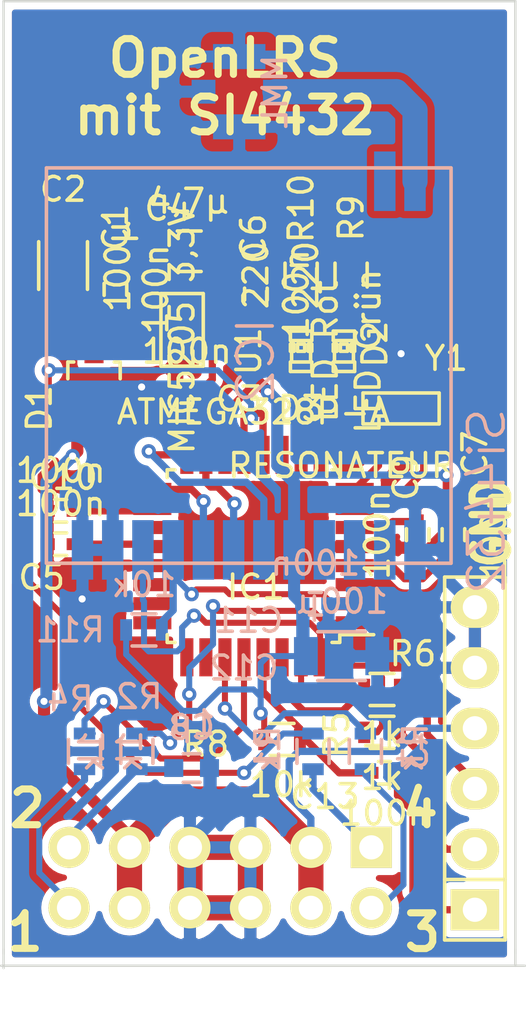
<source format=kicad_pcb>
(kicad_pcb (version 4) (host pcbnew "(2014-11-21 BZR 5297)-product")

  (general
    (links 84)
    (no_connects 0)
    (area 195.5 50 221.908334 99.505001)
    (thickness 1.6)
    (drawings 12)
    (tracks 358)
    (zones 0)
    (modules 33)
    (nets 44)
  )

  (page A4)
  (layers
    (0 F.Cu signal hide)
    (31 B.Cu signal hide)
    (36 B.SilkS user)
    (37 F.SilkS user)
    (38 B.Mask user hide)
    (39 F.Mask user hide)
    (40 Dwgs.User user)
    (41 Cmts.User user)
    (44 Edge.Cuts user)
  )

  (setup
    (last_trace_width 0.254)
    (user_trace_width 0.2032)
    (user_trace_width 0.254)
    (user_trace_width 0.3048)
    (user_trace_width 0.508)
    (user_trace_width 1.057585)
    (trace_clearance 0.2)
    (zone_clearance 0.3)
    (zone_45_only no)
    (trace_min 0.15)
    (segment_width 0.2)
    (edge_width 0.1)
    (via_size 0.6)
    (via_drill 0.3)
    (via_min_size 0.6)
    (via_min_drill 0.3)
    (uvia_size 0.508)
    (uvia_drill 0.127)
    (uvias_allowed no)
    (uvia_min_size 0.508)
    (uvia_min_drill 0.127)
    (pcb_text_width 0.3)
    (pcb_text_size 1.5 1.5)
    (mod_edge_width 0.15)
    (mod_text_size 1 1)
    (mod_text_width 0.15)
    (pad_size 0.3 2)
    (pad_drill 0)
    (pad_to_mask_clearance 0.1)
    (aux_axis_origin 0 0)
    (visible_elements FFFE7D59)
    (pcbplotparams
      (layerselection 0x010f0_80000001)
      (usegerberextensions true)
      (excludeedgelayer true)
      (linewidth 0.100000)
      (plotframeref false)
      (viasonmask false)
      (mode 1)
      (useauxorigin false)
      (hpglpennumber 1)
      (hpglpenspeed 20)
      (hpglpendiameter 15)
      (hpglpenoverlay 2)
      (psnegative false)
      (psa4output false)
      (plotreference true)
      (plotvalue false)
      (plotinvisibletext false)
      (padsonsilk false)
      (subtractmaskfromsilk true)
      (outputformat 1)
      (mirror false)
      (drillshape 0)
      (scaleselection 1)
      (outputdirectory gerber/))
  )

  (net 0 "")
  (net 1 "Net-(C1-Pad1)")
  (net 2 GND)
  (net 3 "Net-(C3-Pad1)")
  (net 4 +3.3V)
  (net 5 "Net-(C5-Pad1)")
  (net 6 "Net-(C13-Pad1)")
  (net 7 /DTR)
  (net 8 +5V)
  (net 9 "Net-(D2-Pad1)")
  (net 10 "Net-(D2-Pad2)")
  (net 11 "Net-(D3-Pad1)")
  (net 12 "Net-(D3-Pad2)")
  (net 13 /RSSI)
  (net 14 "Net-(IC1-Pad2)")
  (net 15 "Net-(IC1-Pad7)")
  (net 16 "Net-(IC1-Pad8)")
  (net 17 "Net-(IC1-Pad11)")
  (net 18 /PPM)
  (net 19 "Net-(IC1-Pad14)")
  (net 20 "Net-(IC1-Pad15)")
  (net 21 "Net-(IC1-Pad16)")
  (net 22 "Net-(IC1-Pad17)")
  (net 23 "Net-(IC1-Pad19)")
  (net 24 "Net-(IC1-Pad22)")
  (net 25 "Net-(IC1-Pad23)")
  (net 26 "Net-(IC1-Pad24)")
  (net 27 "Net-(IC1-Pad25)")
  (net 28 "Net-(IC1-Pad26)")
  (net 29 /SDA)
  (net 30 /SCL)
  (net 31 /RX)
  (net 32 /TX)
  (net 33 "Net-(IC1-Pad32)")
  (net 34 "Net-(IC2-Pad2)")
  (net 35 "Net-(IC2-Pad3)")
  (net 36 "Net-(IC2-Pad4)")
  (net 37 "Net-(IC2-Pad13)")
  (net 38 "Net-(P1-Pad2)")
  (net 39 "Net-(P1-Pad3)")
  (net 40 "Net-(P2-Pad1)")
  (net 41 "Net-(P2-Pad2)")
  (net 42 /RSSIanalog)
  (net 43 "Net-(P2-Pad12)")

  (net_class Default "Dies ist die voreingestellte Netzklasse."
    (clearance 0.2)
    (trace_width 0.254)
    (via_dia 0.6)
    (via_drill 0.3)
    (uvia_dia 0.508)
    (uvia_drill 0.127)
    (add_net +3.3V)
    (add_net +5V)
    (add_net /DTR)
    (add_net /PPM)
    (add_net /RSSI)
    (add_net /RSSIanalog)
    (add_net /RX)
    (add_net /SCL)
    (add_net /SDA)
    (add_net /TX)
    (add_net GND)
    (add_net "Net-(C1-Pad1)")
    (add_net "Net-(C13-Pad1)")
    (add_net "Net-(C3-Pad1)")
    (add_net "Net-(C5-Pad1)")
    (add_net "Net-(D2-Pad1)")
    (add_net "Net-(D2-Pad2)")
    (add_net "Net-(D3-Pad1)")
    (add_net "Net-(D3-Pad2)")
    (add_net "Net-(IC1-Pad11)")
    (add_net "Net-(IC1-Pad14)")
    (add_net "Net-(IC1-Pad15)")
    (add_net "Net-(IC1-Pad16)")
    (add_net "Net-(IC1-Pad17)")
    (add_net "Net-(IC1-Pad19)")
    (add_net "Net-(IC1-Pad2)")
    (add_net "Net-(IC1-Pad22)")
    (add_net "Net-(IC1-Pad23)")
    (add_net "Net-(IC1-Pad24)")
    (add_net "Net-(IC1-Pad25)")
    (add_net "Net-(IC1-Pad26)")
    (add_net "Net-(IC1-Pad32)")
    (add_net "Net-(IC1-Pad7)")
    (add_net "Net-(IC1-Pad8)")
    (add_net "Net-(IC2-Pad13)")
    (add_net "Net-(IC2-Pad2)")
    (add_net "Net-(IC2-Pad3)")
    (add_net "Net-(IC2-Pad4)")
    (add_net "Net-(P1-Pad2)")
    (add_net "Net-(P1-Pad3)")
    (add_net "Net-(P2-Pad1)")
    (add_net "Net-(P2-Pad12)")
    (add_net "Net-(P2-Pad2)")
  )

  (module Pin_Headers:Pin_Header_Angled_2x06 (layer F.Cu) (tedit 54CE78ED) (tstamp 54CE3DE1)
    (at 206.1 87.8 180)
    (descr "Through hole pin header")
    (tags "pin header")
    (path /54CD872B)
    (fp_text reference P2 (at 0 3.81 180) (layer F.SilkS) hide
      (effects (font (size 1 1) (thickness 0.15)))
    )
    (fp_text value CONN_02X06 (at 0 0 180) (layer F.SilkS) hide
      (effects (font (size 1 1) (thickness 0.15)))
    )
    (pad 1 thru_hole rect (at -6.35 1.27 180) (size 1.7272 1.7272) (drill 1.016) (layers *.Cu *.Mask F.SilkS)
      (net 40 "Net-(P2-Pad1)"))
    (pad 2 thru_hole oval (at -6.35 -1.27 180) (size 1.7272 1.7272) (drill 1.016) (layers *.Cu *.Mask F.SilkS)
      (net 41 "Net-(P2-Pad2)"))
    (pad 3 thru_hole oval (at -3.81 1.27 180) (size 1.7272 1.7272) (drill 1.016) (layers *.Cu *.Mask F.SilkS)
      (net 8 +5V))
    (pad 4 thru_hole oval (at -3.81 -1.27 180) (size 1.7272 1.7272) (drill 1.016) (layers *.Cu *.Mask F.SilkS)
      (net 8 +5V))
    (pad 5 thru_hole oval (at -1.27 1.27 180) (size 1.7272 1.7272) (drill 1.016) (layers *.Cu *.Mask F.SilkS)
      (net 2 GND))
    (pad 6 thru_hole oval (at -1.27 -1.27 180) (size 1.7272 1.7272) (drill 1.016) (layers *.Cu *.Mask F.SilkS)
      (net 2 GND))
    (pad 7 thru_hole oval (at 1.27 1.27 180) (size 1.7272 1.7272) (drill 1.016) (layers *.Cu *.Mask F.SilkS)
      (net 2 GND))
    (pad 8 thru_hole oval (at 1.27 -1.27 180) (size 1.7272 1.7272) (drill 1.016) (layers *.Cu *.Mask F.SilkS)
      (net 2 GND))
    (pad 9 thru_hole oval (at 3.81 1.27 180) (size 1.7272 1.7272) (drill 1.016) (layers *.Cu *.Mask F.SilkS)
      (net 8 +5V))
    (pad 10 thru_hole oval (at 3.81 -1.27 180) (size 1.7272 1.7272) (drill 1.016) (layers *.Cu *.Mask F.SilkS)
      (net 8 +5V))
    (pad 11 thru_hole oval (at 6.35 1.27 180) (size 1.7272 1.7272) (drill 1.016) (layers *.Cu *.Mask F.SilkS)
      (net 42 /RSSIanalog))
    (pad 12 thru_hole oval (at 6.35 -1.27 180) (size 1.7272 1.7272) (drill 1.016) (layers *.Cu *.Mask F.SilkS)
      (net 43 "Net-(P2-Pad12)"))
    (model Pin_Headers/Pin_Header_Angled_2x06.wrl
      (at (xyz 0 0 0))
      (scale (xyz 1 1 1))
      (rotate (xyz 0 0 0))
    )
  )

  (module Capacitors_SMD:C_0402 (layer F.Cu) (tedit 54CE75C6) (tstamp 54CE3CEE)
    (at 201.7 63.1 90)
    (descr "Capacitor SMD 0402, reflow soldering, AVX (see smccp.pdf)")
    (tags "capacitor 0402")
    (path /54CDC26F)
    (attr smd)
    (fp_text reference C1 (at 2.6 0 90) (layer F.SilkS)
      (effects (font (size 1 1) (thickness 0.15)))
    )
    (fp_text value 100n (at 0 1.7 90) (layer F.SilkS)
      (effects (font (size 1 1) (thickness 0.15)))
    )
    (fp_line (start -1.15 -0.6) (end 1.15 -0.6) (layer F.CrtYd) (width 0.05))
    (fp_line (start -1.15 0.6) (end 1.15 0.6) (layer F.CrtYd) (width 0.05))
    (fp_line (start -1.15 -0.6) (end -1.15 0.6) (layer F.CrtYd) (width 0.05))
    (fp_line (start 1.15 -0.6) (end 1.15 0.6) (layer F.CrtYd) (width 0.05))
    (fp_line (start 0.25 -0.475) (end -0.25 -0.475) (layer F.SilkS) (width 0.15))
    (fp_line (start -0.25 0.475) (end 0.25 0.475) (layer F.SilkS) (width 0.15))
    (pad 1 smd rect (at -0.55 0 90) (size 0.6 0.5) (layers F.Cu F.Mask)
      (net 1 "Net-(C1-Pad1)"))
    (pad 2 smd rect (at 0.55 0 90) (size 0.6 0.5) (layers F.Cu F.Mask)
      (net 2 GND))
    (model Capacitors_SMD/C_0402.wrl
      (at (xyz 0 0 0))
      (scale (xyz 1 1 1))
      (rotate (xyz 0 0 0))
    )
  )

  (module Capacitors_SMD:C_1206 (layer F.Cu) (tedit 54CE75B7) (tstamp 54CE3CFA)
    (at 199.5 62.1 90)
    (descr "Capacitor SMD 1206, reflow soldering, AVX (see smccp.pdf)")
    (tags "capacitor 1206")
    (path /54CDAA2E)
    (attr smd)
    (fp_text reference C2 (at 3.2 0 180) (layer F.SilkS)
      (effects (font (size 1 1) (thickness 0.15)))
    )
    (fp_text value 100µ (at 0 2.3 90) (layer F.SilkS)
      (effects (font (size 1 1) (thickness 0.15)))
    )
    (fp_line (start -2.3 -1.15) (end 2.3 -1.15) (layer F.CrtYd) (width 0.05))
    (fp_line (start -2.3 1.15) (end 2.3 1.15) (layer F.CrtYd) (width 0.05))
    (fp_line (start -2.3 -1.15) (end -2.3 1.15) (layer F.CrtYd) (width 0.05))
    (fp_line (start 2.3 -1.15) (end 2.3 1.15) (layer F.CrtYd) (width 0.05))
    (fp_line (start 1 -1.025) (end -1 -1.025) (layer F.SilkS) (width 0.15))
    (fp_line (start -1 1.025) (end 1 1.025) (layer F.SilkS) (width 0.15))
    (pad 1 smd rect (at -1.5 0 90) (size 1 1.6) (layers F.Cu F.Mask)
      (net 1 "Net-(C1-Pad1)"))
    (pad 2 smd rect (at 1.5 0 90) (size 1 1.6) (layers F.Cu F.Mask)
      (net 2 GND))
    (model Capacitors_SMD/C_1206.wrl
      (at (xyz 0 0 0))
      (scale (xyz 1 1 1))
      (rotate (xyz 0 0 0))
    )
  )

  (module Capacitors_SMD:C_0402 (layer F.Cu) (tedit 54CE760F) (tstamp 54CE3D06)
    (at 204.7 67.4 180)
    (descr "Capacitor SMD 0402, reflow soldering, AVX (see smccp.pdf)")
    (tags "capacitor 0402")
    (path /54CDB2CB)
    (attr smd)
    (fp_text reference C3 (at -2.2 -0.3 360) (layer F.SilkS)
      (effects (font (size 1 1) (thickness 0.15)))
    )
    (fp_text value 100n (at 0 1.7 180) (layer F.SilkS)
      (effects (font (size 1 1) (thickness 0.15)))
    )
    (fp_line (start -1.15 -0.6) (end 1.15 -0.6) (layer F.CrtYd) (width 0.05))
    (fp_line (start -1.15 0.6) (end 1.15 0.6) (layer F.CrtYd) (width 0.05))
    (fp_line (start -1.15 -0.6) (end -1.15 0.6) (layer F.CrtYd) (width 0.05))
    (fp_line (start 1.15 -0.6) (end 1.15 0.6) (layer F.CrtYd) (width 0.05))
    (fp_line (start 0.25 -0.475) (end -0.25 -0.475) (layer F.SilkS) (width 0.15))
    (fp_line (start -0.25 0.475) (end 0.25 0.475) (layer F.SilkS) (width 0.15))
    (pad 1 smd rect (at -0.55 0 180) (size 0.6 0.5) (layers F.Cu F.Mask)
      (net 3 "Net-(C3-Pad1)"))
    (pad 2 smd rect (at 0.55 0 180) (size 0.6 0.5) (layers F.Cu F.Mask)
      (net 2 GND))
    (model Capacitors_SMD/C_0402.wrl
      (at (xyz 0 0 0))
      (scale (xyz 1 1 1))
      (rotate (xyz 0 0 0))
    )
  )

  (module Capacitors_SMD:C_0805 (layer F.Cu) (tedit 54CE75C1) (tstamp 54CE7315)
    (at 204.8 61.5 180)
    (descr "Capacitor SMD 0805, reflow soldering, AVX (see smccp.pdf)")
    (tags "capacitor 0805")
    (path /54CDAEA8)
    (attr smd)
    (fp_text reference C4 (at 0.9 1.8 180) (layer F.SilkS)
      (effects (font (size 1 1) (thickness 0.15)))
    )
    (fp_text value 4,7µ (at 0 2.1 180) (layer F.SilkS)
      (effects (font (size 1 1) (thickness 0.15)))
    )
    (fp_line (start -1.8 -1) (end 1.8 -1) (layer F.CrtYd) (width 0.05))
    (fp_line (start -1.8 1) (end 1.8 1) (layer F.CrtYd) (width 0.05))
    (fp_line (start -1.8 -1) (end -1.8 1) (layer F.CrtYd) (width 0.05))
    (fp_line (start 1.8 -1) (end 1.8 1) (layer F.CrtYd) (width 0.05))
    (fp_line (start 0.5 -0.85) (end -0.5 -0.85) (layer F.SilkS) (width 0.15))
    (fp_line (start -0.5 0.85) (end 0.5 0.85) (layer F.SilkS) (width 0.15))
    (pad 1 smd rect (at -1 0 180) (size 1 1.25) (layers F.Cu F.Mask)
      (net 4 +3.3V))
    (pad 2 smd rect (at 1 0 180) (size 1 1.25) (layers F.Cu F.Mask)
      (net 2 GND))
    (model Capacitors_SMD/C_0805.wrl
      (at (xyz 0 0 0))
      (scale (xyz 1 1 1))
      (rotate (xyz 0 0 0))
    )
  )

  (module Capacitors_SMD:C_0402 (layer F.Cu) (tedit 54CE76A9) (tstamp 54CE3D1E)
    (at 199.4 73.8 180)
    (descr "Capacitor SMD 0402, reflow soldering, AVX (see smccp.pdf)")
    (tags "capacitor 0402")
    (path /54CD56C7)
    (attr smd)
    (fp_text reference C5 (at 0.8 -1.4 180) (layer F.SilkS)
      (effects (font (size 1 1) (thickness 0.15)))
    )
    (fp_text value 100n (at 0 1.7 180) (layer F.SilkS)
      (effects (font (size 1 1) (thickness 0.15)))
    )
    (fp_line (start -1.15 -0.6) (end 1.15 -0.6) (layer F.CrtYd) (width 0.05))
    (fp_line (start -1.15 0.6) (end 1.15 0.6) (layer F.CrtYd) (width 0.05))
    (fp_line (start -1.15 -0.6) (end -1.15 0.6) (layer F.CrtYd) (width 0.05))
    (fp_line (start 1.15 -0.6) (end 1.15 0.6) (layer F.CrtYd) (width 0.05))
    (fp_line (start 0.25 -0.475) (end -0.25 -0.475) (layer F.SilkS) (width 0.15))
    (fp_line (start -0.25 0.475) (end 0.25 0.475) (layer F.SilkS) (width 0.15))
    (pad 1 smd rect (at -0.55 0 180) (size 0.6 0.5) (layers F.Cu F.Mask)
      (net 5 "Net-(C5-Pad1)"))
    (pad 2 smd rect (at 0.55 0 180) (size 0.6 0.5) (layers F.Cu F.Mask)
      (net 2 GND))
    (model Capacitors_SMD/C_0402.wrl
      (at (xyz 0 0 0))
      (scale (xyz 1 1 1))
      (rotate (xyz 0 0 0))
    )
  )

  (module Capacitors_SMD:C_0402 (layer F.Cu) (tedit 54CE75BC) (tstamp 54CE3D2A)
    (at 207.6 63.3 90)
    (descr "Capacitor SMD 0402, reflow soldering, AVX (see smccp.pdf)")
    (tags "capacitor 0402")
    (path /54CDC212)
    (attr smd)
    (fp_text reference C6 (at 2.4 -0.1 90) (layer F.SilkS)
      (effects (font (size 1 1) (thickness 0.15)))
    )
    (fp_text value 100n (at 0 1.7 90) (layer F.SilkS)
      (effects (font (size 1 1) (thickness 0.15)))
    )
    (fp_line (start -1.15 -0.6) (end 1.15 -0.6) (layer F.CrtYd) (width 0.05))
    (fp_line (start -1.15 0.6) (end 1.15 0.6) (layer F.CrtYd) (width 0.05))
    (fp_line (start -1.15 -0.6) (end -1.15 0.6) (layer F.CrtYd) (width 0.05))
    (fp_line (start 1.15 -0.6) (end 1.15 0.6) (layer F.CrtYd) (width 0.05))
    (fp_line (start 0.25 -0.475) (end -0.25 -0.475) (layer F.SilkS) (width 0.15))
    (fp_line (start -0.25 0.475) (end 0.25 0.475) (layer F.SilkS) (width 0.15))
    (pad 1 smd rect (at -0.55 0 90) (size 0.6 0.5) (layers F.Cu F.Mask)
      (net 4 +3.3V))
    (pad 2 smd rect (at 0.55 0 90) (size 0.6 0.5) (layers F.Cu F.Mask)
      (net 2 GND))
    (model Capacitors_SMD/C_0402.wrl
      (at (xyz 0 0 0))
      (scale (xyz 1 1 1))
      (rotate (xyz 0 0 0))
    )
  )

  (module Capacitors_SMD:C_0402 (layer F.Cu) (tedit 54CE76BE) (tstamp 54CE3D36)
    (at 214.4 73.4 270)
    (descr "Capacitor SMD 0402, reflow soldering, AVX (see smccp.pdf)")
    (tags "capacitor 0402")
    (path /54CD53FE)
    (attr smd)
    (fp_text reference C7 (at -3.4 -2.4 270) (layer F.SilkS)
      (effects (font (size 1 1) (thickness 0.15)))
    )
    (fp_text value 100n (at 0 1.7 270) (layer F.SilkS)
      (effects (font (size 1 1) (thickness 0.15)))
    )
    (fp_line (start -1.15 -0.6) (end 1.15 -0.6) (layer F.CrtYd) (width 0.05))
    (fp_line (start -1.15 0.6) (end 1.15 0.6) (layer F.CrtYd) (width 0.05))
    (fp_line (start -1.15 -0.6) (end -1.15 0.6) (layer F.CrtYd) (width 0.05))
    (fp_line (start 1.15 -0.6) (end 1.15 0.6) (layer F.CrtYd) (width 0.05))
    (fp_line (start 0.25 -0.475) (end -0.25 -0.475) (layer F.SilkS) (width 0.15))
    (fp_line (start -0.25 0.475) (end 0.25 0.475) (layer F.SilkS) (width 0.15))
    (pad 1 smd rect (at -0.55 0 270) (size 0.6 0.5) (layers F.Cu F.Mask)
      (net 4 +3.3V))
    (pad 2 smd rect (at 0.55 0 270) (size 0.6 0.5) (layers F.Cu F.Mask)
      (net 2 GND))
    (model Capacitors_SMD/C_0402.wrl
      (at (xyz 0 0 0))
      (scale (xyz 1 1 1))
      (rotate (xyz 0 0 0))
    )
  )

  (module Capacitors_SMD:C_0603 (layer B.Cu) (tedit 54CE74ED) (tstamp 54CE3D42)
    (at 204.9 83.2)
    (descr "Capacitor SMD 0603, reflow soldering, AVX (see smccp.pdf)")
    (tags "capacitor 0603")
    (path /54CD925C)
    (attr smd)
    (fp_text reference C8 (at 0 -1.7) (layer B.SilkS)
      (effects (font (size 1 1) (thickness 0.15)) (justify mirror))
    )
    (fp_text value 1µ (at 0 -1.9) (layer B.SilkS)
      (effects (font (size 1 1) (thickness 0.15)) (justify mirror))
    )
    (fp_line (start -1.45 0.75) (end 1.45 0.75) (layer B.CrtYd) (width 0.05))
    (fp_line (start -1.45 -0.75) (end 1.45 -0.75) (layer B.CrtYd) (width 0.05))
    (fp_line (start -1.45 0.75) (end -1.45 -0.75) (layer B.CrtYd) (width 0.05))
    (fp_line (start 1.45 0.75) (end 1.45 -0.75) (layer B.CrtYd) (width 0.05))
    (fp_line (start -0.35 0.6) (end 0.35 0.6) (layer B.SilkS) (width 0.15))
    (fp_line (start 0.35 -0.6) (end -0.35 -0.6) (layer B.SilkS) (width 0.15))
    (pad 1 smd rect (at -0.75 0) (size 0.8 0.75) (layers B.Cu B.Mask)
      (net 42 /RSSIanalog))
    (pad 2 smd rect (at 0.75 0) (size 0.8 0.75) (layers B.Cu B.Mask)
      (net 2 GND))
    (model Capacitors_SMD/C_0603.wrl
      (at (xyz 0 0 0))
      (scale (xyz 1 1 1))
      (rotate (xyz 0 0 0))
    )
  )

  (module Capacitors_SMD:C_0402 (layer F.Cu) (tedit 54CE7623) (tstamp 54CE3D4E)
    (at 215.9 73.4 90)
    (descr "Capacitor SMD 0402, reflow soldering, AVX (see smccp.pdf)")
    (tags "capacitor 0402")
    (path /54CD5500)
    (attr smd)
    (fp_text reference C9 (at 2.4 -2 90) (layer F.SilkS)
      (effects (font (size 1 1) (thickness 0.15)))
    )
    (fp_text value 100n (at 0 1.7 90) (layer F.SilkS)
      (effects (font (size 1 1) (thickness 0.15)))
    )
    (fp_line (start -1.15 -0.6) (end 1.15 -0.6) (layer F.CrtYd) (width 0.05))
    (fp_line (start -1.15 0.6) (end 1.15 0.6) (layer F.CrtYd) (width 0.05))
    (fp_line (start -1.15 -0.6) (end -1.15 0.6) (layer F.CrtYd) (width 0.05))
    (fp_line (start 1.15 -0.6) (end 1.15 0.6) (layer F.CrtYd) (width 0.05))
    (fp_line (start 0.25 -0.475) (end -0.25 -0.475) (layer F.SilkS) (width 0.15))
    (fp_line (start -0.25 0.475) (end 0.25 0.475) (layer F.SilkS) (width 0.15))
    (pad 1 smd rect (at -0.55 0 90) (size 0.6 0.5) (layers F.Cu F.Mask)
      (net 4 +3.3V))
    (pad 2 smd rect (at 0.55 0 90) (size 0.6 0.5) (layers F.Cu F.Mask)
      (net 2 GND))
    (model Capacitors_SMD/C_0402.wrl
      (at (xyz 0 0 0))
      (scale (xyz 1 1 1))
      (rotate (xyz 0 0 0))
    )
  )

  (module Capacitors_SMD:C_0402 (layer F.Cu) (tedit 54CE76F1) (tstamp 54CE3D5A)
    (at 199.4 72.4 180)
    (descr "Capacitor SMD 0402, reflow soldering, AVX (see smccp.pdf)")
    (tags "capacitor 0402")
    (path /54CD5530)
    (attr smd)
    (fp_text reference C10 (at -0.1 1.4 180) (layer F.SilkS)
      (effects (font (size 1 1) (thickness 0.15)))
    )
    (fp_text value 100n (at 0 1.7 180) (layer F.SilkS)
      (effects (font (size 1 1) (thickness 0.15)))
    )
    (fp_line (start -1.15 -0.6) (end 1.15 -0.6) (layer F.CrtYd) (width 0.05))
    (fp_line (start -1.15 0.6) (end 1.15 0.6) (layer F.CrtYd) (width 0.05))
    (fp_line (start -1.15 -0.6) (end -1.15 0.6) (layer F.CrtYd) (width 0.05))
    (fp_line (start 1.15 -0.6) (end 1.15 0.6) (layer F.CrtYd) (width 0.05))
    (fp_line (start 0.25 -0.475) (end -0.25 -0.475) (layer F.SilkS) (width 0.15))
    (fp_line (start -0.25 0.475) (end 0.25 0.475) (layer F.SilkS) (width 0.15))
    (pad 1 smd rect (at -0.55 0 180) (size 0.6 0.5) (layers F.Cu F.Mask)
      (net 4 +3.3V))
    (pad 2 smd rect (at 0.55 0 180) (size 0.6 0.5) (layers F.Cu F.Mask)
      (net 2 GND))
    (model Capacitors_SMD/C_0402.wrl
      (at (xyz 0 0 0))
      (scale (xyz 1 1 1))
      (rotate (xyz 0 0 0))
    )
  )

  (module Capacitors_SMD:C_0402 (layer B.Cu) (tedit 54CE736B) (tstamp 54CE3D66)
    (at 210.1 76.3)
    (descr "Capacitor SMD 0402, reflow soldering, AVX (see smccp.pdf)")
    (tags "capacitor 0402")
    (path /54CD58F4)
    (attr smd)
    (fp_text reference C11 (at -2.8 0.7) (layer B.SilkS)
      (effects (font (size 1 1) (thickness 0.15)) (justify mirror))
    )
    (fp_text value 100n (at 0 -1.7) (layer B.SilkS)
      (effects (font (size 1 1) (thickness 0.15)) (justify mirror))
    )
    (fp_line (start -1.15 0.6) (end 1.15 0.6) (layer B.CrtYd) (width 0.05))
    (fp_line (start -1.15 -0.6) (end 1.15 -0.6) (layer B.CrtYd) (width 0.05))
    (fp_line (start -1.15 0.6) (end -1.15 -0.6) (layer B.CrtYd) (width 0.05))
    (fp_line (start 1.15 0.6) (end 1.15 -0.6) (layer B.CrtYd) (width 0.05))
    (fp_line (start 0.25 0.475) (end -0.25 0.475) (layer B.SilkS) (width 0.15))
    (fp_line (start -0.25 -0.475) (end 0.25 -0.475) (layer B.SilkS) (width 0.15))
    (pad 1 smd rect (at -0.55 0) (size 0.6 0.5) (layers B.Cu B.Mask)
      (net 4 +3.3V))
    (pad 2 smd rect (at 0.55 0) (size 0.6 0.5) (layers B.Cu B.Mask)
      (net 2 GND))
    (model Capacitors_SMD/C_0402.wrl
      (at (xyz 0 0 0))
      (scale (xyz 1 1 1))
      (rotate (xyz 0 0 0))
    )
  )

  (module Capacitors_SMD:C_1206 (layer B.Cu) (tedit 54CE74F6) (tstamp 54CE3D72)
    (at 211.2 78.5)
    (descr "Capacitor SMD 1206, reflow soldering, AVX (see smccp.pdf)")
    (tags "capacitor 1206")
    (path /54CDC71D)
    (attr smd)
    (fp_text reference C12 (at -4.1 0.5) (layer B.SilkS)
      (effects (font (size 1 1) (thickness 0.15)) (justify mirror))
    )
    (fp_text value 100µ (at 0 -2.3) (layer B.SilkS)
      (effects (font (size 1 1) (thickness 0.15)) (justify mirror))
    )
    (fp_line (start -2.3 1.15) (end 2.3 1.15) (layer B.CrtYd) (width 0.05))
    (fp_line (start -2.3 -1.15) (end 2.3 -1.15) (layer B.CrtYd) (width 0.05))
    (fp_line (start -2.3 1.15) (end -2.3 -1.15) (layer B.CrtYd) (width 0.05))
    (fp_line (start 2.3 1.15) (end 2.3 -1.15) (layer B.CrtYd) (width 0.05))
    (fp_line (start 1 1.025) (end -1 1.025) (layer B.SilkS) (width 0.15))
    (fp_line (start -1 -1.025) (end 1 -1.025) (layer B.SilkS) (width 0.15))
    (pad 1 smd rect (at -1.5 0) (size 1 1.6) (layers B.Cu B.Mask)
      (net 4 +3.3V))
    (pad 2 smd rect (at 1.5 0) (size 1 1.6) (layers B.Cu B.Mask)
      (net 2 GND))
    (model Capacitors_SMD/C_1206.wrl
      (at (xyz 0 0 0))
      (scale (xyz 1 1 1))
      (rotate (xyz 0 0 0))
    )
  )

  (module Capacitors_SMD:C_0402 (layer F.Cu) (tedit 54CE762E) (tstamp 54CE3D7E)
    (at 213 83.4)
    (descr "Capacitor SMD 0402, reflow soldering, AVX (see smccp.pdf)")
    (tags "capacitor 0402")
    (path /54CD5DA7)
    (attr smd)
    (fp_text reference C13 (at -2.5 1) (layer F.SilkS)
      (effects (font (size 1 1) (thickness 0.15)))
    )
    (fp_text value 100n (at 0 1.7) (layer F.SilkS)
      (effects (font (size 1 1) (thickness 0.15)))
    )
    (fp_line (start -1.15 -0.6) (end 1.15 -0.6) (layer F.CrtYd) (width 0.05))
    (fp_line (start -1.15 0.6) (end 1.15 0.6) (layer F.CrtYd) (width 0.05))
    (fp_line (start -1.15 -0.6) (end -1.15 0.6) (layer F.CrtYd) (width 0.05))
    (fp_line (start 1.15 -0.6) (end 1.15 0.6) (layer F.CrtYd) (width 0.05))
    (fp_line (start 0.25 -0.475) (end -0.25 -0.475) (layer F.SilkS) (width 0.15))
    (fp_line (start -0.25 0.475) (end 0.25 0.475) (layer F.SilkS) (width 0.15))
    (pad 1 smd rect (at -0.55 0) (size 0.6 0.5) (layers F.Cu F.Mask)
      (net 6 "Net-(C13-Pad1)"))
    (pad 2 smd rect (at 0.55 0) (size 0.6 0.5) (layers F.Cu F.Mask)
      (net 7 /DTR))
    (model Capacitors_SMD/C_0402.wrl
      (at (xyz 0 0 0))
      (scale (xyz 1 1 1))
      (rotate (xyz 0 0 0))
    )
  )

  (module Diodes_SMD:Diode_SOT23 (layer F.Cu) (tedit 54CE76B6) (tstamp 54CE3D85)
    (at 200.8 66.8)
    (descr "SOT23, Standard, Diode,")
    (tags "SOT23, Standard, Diode,")
    (path /54CDB520)
    (attr smd)
    (fp_text reference D1 (at -2.3 1.3 90) (layer F.SilkS)
      (effects (font (size 1 1) (thickness 0.15)))
    )
    (fp_text value DIODESCH (at 0 3.81) (layer F.SilkS) hide
      (effects (font (size 1 1) (thickness 0.15)))
    )
    (fp_line (start 0.89916 -0.65024) (end 0.8509 -0.65024) (layer F.SilkS) (width 0.15))
    (fp_line (start -1.09982 0.0508) (end -1.09982 -0.65024) (layer F.SilkS) (width 0.15))
    (fp_line (start -1.09982 -0.65024) (end -0.8509 -0.65024) (layer F.SilkS) (width 0.15))
    (fp_line (start 0.89916 -0.65024) (end 1.09982 -0.65024) (layer F.SilkS) (width 0.15))
    (fp_line (start 1.09982 -0.65024) (end 1.09982 0.0508) (layer F.SilkS) (width 0.15))
    (pad 1 smd rect (at -0.70104 1.00076) (size 0.8001 0.8001) (layers F.Cu F.Mask)
      (net 8 +5V))
    (pad 3 smd rect (at 0.70104 1.00076) (size 0.8001 0.8001) (layers F.Cu F.Mask))
    (pad 2 smd rect (at 0 -0.99822) (size 0.8001 0.8001) (layers F.Cu F.Mask)
      (net 1 "Net-(C1-Pad1)"))
  )

  (module LEDs:LED-0603 (layer F.Cu) (tedit 54CE76B2) (tstamp 54CE3D8B)
    (at 211.3 65.7 90)
    (descr "LED 0603 smd package")
    (tags "LED led 0603 SMD smd SMT smt smdled SMDLED smtled SMTLED")
    (path /54CD6752)
    (attr smd)
    (fp_text reference D2 (at 0.3 1.3 90) (layer F.SilkS)
      (effects (font (size 1 1) (thickness 0.15)))
    )
    (fp_text value "LED Grün" (at 0 1.016 90) (layer F.SilkS)
      (effects (font (size 1 1) (thickness 0.15)))
    )
    (fp_line (start 0.44958 -0.44958) (end 0.44958 0.44958) (layer F.SilkS) (width 0.15))
    (fp_line (start 0.44958 0.44958) (end 0.84836 0.44958) (layer F.SilkS) (width 0.15))
    (fp_line (start 0.84836 -0.44958) (end 0.84836 0.44958) (layer F.SilkS) (width 0.15))
    (fp_line (start 0.44958 -0.44958) (end 0.84836 -0.44958) (layer F.SilkS) (width 0.15))
    (fp_line (start -0.84836 -0.44958) (end -0.84836 0.44958) (layer F.SilkS) (width 0.15))
    (fp_line (start -0.84836 0.44958) (end -0.44958 0.44958) (layer F.SilkS) (width 0.15))
    (fp_line (start -0.44958 -0.44958) (end -0.44958 0.44958) (layer F.SilkS) (width 0.15))
    (fp_line (start -0.84836 -0.44958) (end -0.44958 -0.44958) (layer F.SilkS) (width 0.15))
    (fp_line (start 0 -0.44958) (end 0 -0.29972) (layer F.SilkS) (width 0.15))
    (fp_line (start 0 -0.29972) (end 0.29972 -0.29972) (layer F.SilkS) (width 0.15))
    (fp_line (start 0.29972 -0.44958) (end 0.29972 -0.29972) (layer F.SilkS) (width 0.15))
    (fp_line (start 0 -0.44958) (end 0.29972 -0.44958) (layer F.SilkS) (width 0.15))
    (fp_line (start 0 0.29972) (end 0 0.44958) (layer F.SilkS) (width 0.15))
    (fp_line (start 0 0.44958) (end 0.29972 0.44958) (layer F.SilkS) (width 0.15))
    (fp_line (start 0.29972 0.29972) (end 0.29972 0.44958) (layer F.SilkS) (width 0.15))
    (fp_line (start 0 0.29972) (end 0.29972 0.29972) (layer F.SilkS) (width 0.15))
    (fp_line (start 0 -0.14986) (end 0 0.14986) (layer F.SilkS) (width 0.15))
    (fp_line (start 0 0.14986) (end 0.29972 0.14986) (layer F.SilkS) (width 0.15))
    (fp_line (start 0.29972 -0.14986) (end 0.29972 0.14986) (layer F.SilkS) (width 0.15))
    (fp_line (start 0 -0.14986) (end 0.29972 -0.14986) (layer F.SilkS) (width 0.15))
    (fp_line (start 0.44958 -0.39878) (end -0.44958 -0.39878) (layer F.SilkS) (width 0.15))
    (fp_line (start 0.44958 0.39878) (end -0.44958 0.39878) (layer F.SilkS) (width 0.15))
    (pad 1 smd rect (at -0.7493 0 90) (size 0.79756 0.79756) (layers F.Cu F.Mask)
      (net 9 "Net-(D2-Pad1)"))
    (pad 2 smd rect (at 0.7493 0 90) (size 0.79756 0.79756) (layers F.Cu F.Mask)
      (net 10 "Net-(D2-Pad2)"))
  )

  (module LEDs:LED-0603 (layer F.Cu) (tedit 54CE75E4) (tstamp 54CE3D91)
    (at 209.5 65.7 90)
    (descr "LED 0603 smd package")
    (tags "LED led 0603 SMD smd SMT smt smdled SMDLED smtled SMTLED")
    (path /54CD6AD1)
    (attr smd)
    (fp_text reference D3 (at -2.4 0 180) (layer F.SilkS)
      (effects (font (size 1 1) (thickness 0.15)))
    )
    (fp_text value "LED Rot" (at 0 1.016 90) (layer F.SilkS)
      (effects (font (size 1 1) (thickness 0.15)))
    )
    (fp_line (start 0.44958 -0.44958) (end 0.44958 0.44958) (layer F.SilkS) (width 0.15))
    (fp_line (start 0.44958 0.44958) (end 0.84836 0.44958) (layer F.SilkS) (width 0.15))
    (fp_line (start 0.84836 -0.44958) (end 0.84836 0.44958) (layer F.SilkS) (width 0.15))
    (fp_line (start 0.44958 -0.44958) (end 0.84836 -0.44958) (layer F.SilkS) (width 0.15))
    (fp_line (start -0.84836 -0.44958) (end -0.84836 0.44958) (layer F.SilkS) (width 0.15))
    (fp_line (start -0.84836 0.44958) (end -0.44958 0.44958) (layer F.SilkS) (width 0.15))
    (fp_line (start -0.44958 -0.44958) (end -0.44958 0.44958) (layer F.SilkS) (width 0.15))
    (fp_line (start -0.84836 -0.44958) (end -0.44958 -0.44958) (layer F.SilkS) (width 0.15))
    (fp_line (start 0 -0.44958) (end 0 -0.29972) (layer F.SilkS) (width 0.15))
    (fp_line (start 0 -0.29972) (end 0.29972 -0.29972) (layer F.SilkS) (width 0.15))
    (fp_line (start 0.29972 -0.44958) (end 0.29972 -0.29972) (layer F.SilkS) (width 0.15))
    (fp_line (start 0 -0.44958) (end 0.29972 -0.44958) (layer F.SilkS) (width 0.15))
    (fp_line (start 0 0.29972) (end 0 0.44958) (layer F.SilkS) (width 0.15))
    (fp_line (start 0 0.44958) (end 0.29972 0.44958) (layer F.SilkS) (width 0.15))
    (fp_line (start 0.29972 0.29972) (end 0.29972 0.44958) (layer F.SilkS) (width 0.15))
    (fp_line (start 0 0.29972) (end 0.29972 0.29972) (layer F.SilkS) (width 0.15))
    (fp_line (start 0 -0.14986) (end 0 0.14986) (layer F.SilkS) (width 0.15))
    (fp_line (start 0 0.14986) (end 0.29972 0.14986) (layer F.SilkS) (width 0.15))
    (fp_line (start 0.29972 -0.14986) (end 0.29972 0.14986) (layer F.SilkS) (width 0.15))
    (fp_line (start 0 -0.14986) (end 0.29972 -0.14986) (layer F.SilkS) (width 0.15))
    (fp_line (start 0.44958 -0.39878) (end -0.44958 -0.39878) (layer F.SilkS) (width 0.15))
    (fp_line (start 0.44958 0.39878) (end -0.44958 0.39878) (layer F.SilkS) (width 0.15))
    (pad 1 smd rect (at -0.7493 0 90) (size 0.79756 0.79756) (layers F.Cu F.Mask)
      (net 11 "Net-(D3-Pad1)"))
    (pad 2 smd rect (at 0.7493 0 90) (size 0.79756 0.79756) (layers F.Cu F.Mask)
      (net 12 "Net-(D3-Pad2)"))
  )

  (module Housings_QFP:TQFP-32_7x7mm_Pitch0.8mm (layer F.Cu) (tedit 54CE76A0) (tstamp 54CE3DB5)
    (at 207.5 74.3 180)
    (descr "32-Lead Plastic Thin Quad Flatpack (PT) - 7x7x1.0 mm Body, 2.00 mm [TQFP] (see Microchip Packaging Specification 00000049BS.pdf)")
    (tags "QFP 0.8")
    (path /54CD50B9)
    (attr smd)
    (fp_text reference IC1 (at -0.1 -1.3 180) (layer F.SilkS)
      (effects (font (size 1 1) (thickness 0.15)))
    )
    (fp_text value ATMEGA328P-A (at 0 6.05 180) (layer F.SilkS)
      (effects (font (size 1 1) (thickness 0.15)))
    )
    (fp_line (start -5.3 -5.3) (end -5.3 5.3) (layer F.CrtYd) (width 0.05))
    (fp_line (start 5.3 -5.3) (end 5.3 5.3) (layer F.CrtYd) (width 0.05))
    (fp_line (start -5.3 -5.3) (end 5.3 -5.3) (layer F.CrtYd) (width 0.05))
    (fp_line (start -5.3 5.3) (end 5.3 5.3) (layer F.CrtYd) (width 0.05))
    (fp_line (start -3.625 -3.625) (end -3.625 -3.3) (layer F.SilkS) (width 0.15))
    (fp_line (start 3.625 -3.625) (end 3.625 -3.3) (layer F.SilkS) (width 0.15))
    (fp_line (start 3.625 3.625) (end 3.625 3.3) (layer F.SilkS) (width 0.15))
    (fp_line (start -3.625 3.625) (end -3.625 3.3) (layer F.SilkS) (width 0.15))
    (fp_line (start -3.625 -3.625) (end -3.3 -3.625) (layer F.SilkS) (width 0.15))
    (fp_line (start -3.625 3.625) (end -3.3 3.625) (layer F.SilkS) (width 0.15))
    (fp_line (start 3.625 3.625) (end 3.3 3.625) (layer F.SilkS) (width 0.15))
    (fp_line (start 3.625 -3.625) (end 3.3 -3.625) (layer F.SilkS) (width 0.15))
    (fp_line (start -3.625 -3.3) (end -5.05 -3.3) (layer F.SilkS) (width 0.15))
    (pad 1 smd rect (at -4.25 -2.8 180) (size 1.6 0.55) (layers F.Cu F.Mask)
      (net 13 /RSSI))
    (pad 2 smd rect (at -4.25 -2 180) (size 1.6 0.55) (layers F.Cu F.Mask)
      (net 14 "Net-(IC1-Pad2)"))
    (pad 3 smd rect (at -4.25 -1.2 180) (size 1.6 0.55) (layers F.Cu F.Mask)
      (net 2 GND))
    (pad 4 smd rect (at -4.25 -0.4 180) (size 1.6 0.55) (layers F.Cu F.Mask)
      (net 4 +3.3V))
    (pad 5 smd rect (at -4.25 0.4 180) (size 1.6 0.55) (layers F.Cu F.Mask)
      (net 2 GND))
    (pad 6 smd rect (at -4.25 1.2 180) (size 1.6 0.55) (layers F.Cu F.Mask)
      (net 4 +3.3V))
    (pad 7 smd rect (at -4.25 2 180) (size 1.6 0.55) (layers F.Cu F.Mask)
      (net 15 "Net-(IC1-Pad7)"))
    (pad 8 smd rect (at -4.25 2.8 180) (size 1.6 0.55) (layers F.Cu F.Mask)
      (net 16 "Net-(IC1-Pad8)"))
    (pad 9 smd rect (at -2.8 4.25 270) (size 1.6 0.55) (layers F.Cu F.Mask)
      (net 9 "Net-(D2-Pad1)"))
    (pad 10 smd rect (at -2 4.25 270) (size 1.6 0.55) (layers F.Cu F.Mask)
      (net 11 "Net-(D3-Pad1)"))
    (pad 11 smd rect (at -1.2 4.25 270) (size 1.6 0.55) (layers F.Cu F.Mask)
      (net 17 "Net-(IC1-Pad11)"))
    (pad 12 smd rect (at -0.4 4.25 270) (size 1.6 0.55) (layers F.Cu F.Mask)
      (net 18 /PPM))
    (pad 13 smd rect (at 0.4 4.25 270) (size 1.6 0.55) (layers F.Cu F.Mask)
      (net 18 /PPM))
    (pad 14 smd rect (at 1.2 4.25 270) (size 1.6 0.55) (layers F.Cu F.Mask)
      (net 19 "Net-(IC1-Pad14)"))
    (pad 15 smd rect (at 2 4.25 270) (size 1.6 0.55) (layers F.Cu F.Mask)
      (net 20 "Net-(IC1-Pad15)"))
    (pad 16 smd rect (at 2.8 4.25 270) (size 1.6 0.55) (layers F.Cu F.Mask)
      (net 21 "Net-(IC1-Pad16)"))
    (pad 17 smd rect (at 4.25 2.8 180) (size 1.6 0.55) (layers F.Cu F.Mask)
      (net 22 "Net-(IC1-Pad17)"))
    (pad 18 smd rect (at 4.25 2 180) (size 1.6 0.55) (layers F.Cu F.Mask)
      (net 4 +3.3V))
    (pad 19 smd rect (at 4.25 1.2 180) (size 1.6 0.55) (layers F.Cu F.Mask)
      (net 23 "Net-(IC1-Pad19)"))
    (pad 20 smd rect (at 4.25 0.4 180) (size 1.6 0.55) (layers F.Cu F.Mask)
      (net 5 "Net-(C5-Pad1)"))
    (pad 21 smd rect (at 4.25 -0.4 180) (size 1.6 0.55) (layers F.Cu F.Mask)
      (net 2 GND))
    (pad 22 smd rect (at 4.25 -1.2 180) (size 1.6 0.55) (layers F.Cu F.Mask)
      (net 24 "Net-(IC1-Pad22)"))
    (pad 23 smd rect (at 4.25 -2 180) (size 1.6 0.55) (layers F.Cu F.Mask)
      (net 25 "Net-(IC1-Pad23)"))
    (pad 24 smd rect (at 4.25 -2.8 180) (size 1.6 0.55) (layers F.Cu F.Mask)
      (net 26 "Net-(IC1-Pad24)"))
    (pad 25 smd rect (at 2.8 -4.25 270) (size 1.6 0.55) (layers F.Cu F.Mask)
      (net 27 "Net-(IC1-Pad25)"))
    (pad 26 smd rect (at 2 -4.25 270) (size 1.6 0.55) (layers F.Cu F.Mask)
      (net 28 "Net-(IC1-Pad26)"))
    (pad 27 smd rect (at 1.2 -4.25 270) (size 1.6 0.55) (layers F.Cu F.Mask)
      (net 29 /SDA))
    (pad 28 smd rect (at 0.4 -4.25 270) (size 1.6 0.55) (layers F.Cu F.Mask)
      (net 30 /SCL))
    (pad 29 smd rect (at -0.4 -4.25 270) (size 1.6 0.55) (layers F.Cu F.Mask)
      (net 6 "Net-(C13-Pad1)"))
    (pad 30 smd rect (at -1.2 -4.25 270) (size 1.6 0.55) (layers F.Cu F.Mask)
      (net 31 /RX))
    (pad 31 smd rect (at -2 -4.25 270) (size 1.6 0.55) (layers F.Cu F.Mask)
      (net 32 /TX))
    (pad 32 smd rect (at -2.8 -4.25 270) (size 1.6 0.55) (layers F.Cu F.Mask)
      (net 33 "Net-(IC1-Pad32)"))
    (model Housings_QFP/TQFP-32_7x7mm_Pitch0.8mm.wrl
      (at (xyz 0 0 0))
      (scale (xyz 1 1 1))
      (rotate (xyz 0 0 0))
    )
  )

  (module SI4432_Module:SI4432_Module (layer B.Cu) (tedit 54CE73FC) (tstamp 54CE3DC7)
    (at 207.3 66.3 90)
    (descr "Breakoutboard für den Si4432 von Silicon Labs")
    (tags "si4432 rf22 silabs ism ")
    (path /54CD4FCE)
    (fp_text reference IC2 (at 0.2 0.3 90) (layer B.SilkS)
      (effects (font (size 1.5 1.5) (thickness 0.15)) (justify mirror))
    )
    (fp_text value Si4432 (at -5.7 10 90) (layer B.SilkS)
      (effects (font (size 1.5 1.5) (thickness 0.15)) (justify mirror))
    )
    (fp_line (start -8.3 -8.5) (end 8.3 -8.5) (layer B.SilkS) (width 0.15))
    (fp_line (start 8.3 -8.5) (end 8.3 8.5) (layer B.SilkS) (width 0.15))
    (fp_line (start 8.3 8.5) (end -8.3 8.5) (layer B.SilkS) (width 0.15))
    (fp_line (start -8.3 8.5) (end -8.3 -8.5) (layer B.SilkS) (width 0.15))
    (pad 1 smd rect (at -7.74 6.985 90) (size 2.5 0.9) (layers B.Cu B.Mask)
      (net 2 GND))
    (pad 2 smd rect (at -7.74 5.715 90) (size 2.5 0.9) (layers B.Cu B.Mask)
      (net 34 "Net-(IC2-Pad2)"))
    (pad 3 smd rect (at -7.74 4.445 90) (size 2.5 0.9) (layers B.Cu B.Mask)
      (net 35 "Net-(IC2-Pad3)"))
    (pad 4 smd rect (at -7.74 3.175 90) (size 2.5 0.9) (layers B.Cu B.Mask)
      (net 36 "Net-(IC2-Pad4)"))
    (pad 5 smd rect (at -7.74 1.905 90) (size 2.5 0.9) (layers B.Cu B.Mask)
      (net 4 +3.3V))
    (pad 6 smd rect (at -7.74 0.635 90) (size 2.5 0.9) (layers B.Cu B.Mask)
      (net 21 "Net-(IC1-Pad16)"))
    (pad 7 smd rect (at -7.74 -0.635 90) (size 2.5 0.9) (layers B.Cu B.Mask)
      (net 20 "Net-(IC1-Pad15)"))
    (pad 8 smd rect (at -7.74 -1.905 90) (size 2.5 0.9) (layers B.Cu B.Mask)
      (net 22 "Net-(IC1-Pad17)"))
    (pad 9 smd rect (at -7.74 -3.175 90) (size 2.5 0.9) (layers B.Cu B.Mask)
      (net 14 "Net-(IC1-Pad2)"))
    (pad 10 smd rect (at -7.74 -4.445 90) (size 2.5 0.9) (layers B.Cu B.Mask)
      (net 33 "Net-(IC1-Pad32)"))
    (pad 11 smd rect (at -7.74 -5.715 90) (size 2.5 0.9) (layers B.Cu B.Mask)
      (net 2 GND))
    (pad 12 smd rect (at -7.74 -6.985 90) (size 2.5 0.9) (layers B.Cu B.Mask)
      (net 2 GND))
    (pad 13 smd rect (at 7.74 6.985 90) (size 2.5 0.9) (layers B.Cu B.Mask)
      (net 37 "Net-(IC2-Pad13)"))
    (pad 14 smd rect (at 7.74 5.715 90) (size 2.5 0.9) (layers B.Cu B.Mask))
  )

  (module MML:MML-Female (layer B.Cu) (tedit 54CE73F4) (tstamp 54CE73EB)
    (at 206.9 54.8 270)
    (descr "MML female HF Stecker")
    (path /54CE3FE9)
    (fp_text reference P3 (at -0.9 7.1 270) (layer B.SilkS) hide
      (effects (font (size 1 1) (thickness 0.15)) (justify mirror))
    )
    (fp_text value MML (at 0 -1.5 270) (layer B.SilkS)
      (effects (font (size 1 1) (thickness 0.15)) (justify mirror))
    )
    (pad 1 smd rect (at 0 -1.5 270) (size 1 1) (layers B.Cu B.Mask)
      (net 37 "Net-(IC2-Pad13)"))
    (pad 2 smd rect (at 0 1.5 270) (size 1 1) (layers B.Cu B.Mask)
      (net 2 GND))
    (pad 2 smd rect (at -1.475 0 270) (size 1.05 2.2) (layers B.Cu B.Mask)
      (net 2 GND))
    (pad 2 smd rect (at 1.475 0 270) (size 1.05 2.2) (layers B.Cu B.Mask)
      (net 2 GND))
  )

  (module Resistors_SMD:R_0603 (layer B.Cu) (tedit 54CE74FD) (tstamp 54CE3DEF)
    (at 210 82.5 90)
    (descr "Resistor SMD 0603, reflow soldering, Vishay (see dcrcw.pdf)")
    (tags "resistor 0603")
    (path /54CD8C79)
    (attr smd)
    (fp_text reference R1 (at 0.1 -1.9 90) (layer B.SilkS)
      (effects (font (size 1 1) (thickness 0.15)) (justify mirror))
    )
    (fp_text value 1k (at 0 -1.9 90) (layer B.SilkS)
      (effects (font (size 1 1) (thickness 0.15)) (justify mirror))
    )
    (fp_line (start -1.3 0.8) (end 1.3 0.8) (layer B.CrtYd) (width 0.05))
    (fp_line (start -1.3 -0.8) (end 1.3 -0.8) (layer B.CrtYd) (width 0.05))
    (fp_line (start -1.3 0.8) (end -1.3 -0.8) (layer B.CrtYd) (width 0.05))
    (fp_line (start 1.3 0.8) (end 1.3 -0.8) (layer B.CrtYd) (width 0.05))
    (fp_line (start 0.5 -0.675) (end -0.5 -0.675) (layer B.SilkS) (width 0.15))
    (fp_line (start -0.5 0.675) (end 0.5 0.675) (layer B.SilkS) (width 0.15))
    (pad 1 smd rect (at -0.75 0 90) (size 0.5 0.9) (layers B.Cu B.Mask)
      (net 40 "Net-(P2-Pad1)"))
    (pad 2 smd rect (at 0.75 0 90) (size 0.5 0.9) (layers B.Cu B.Mask)
      (net 18 /PPM))
    (model Resistors_SMD/R_0603.wrl
      (at (xyz 0 0 0))
      (scale (xyz 1 1 1))
      (rotate (xyz 0 0 0))
    )
  )

  (module Resistors_SMD:R_0603 (layer B.Cu) (tedit 54CE74E8) (tstamp 54CE3DF5)
    (at 202.6 82.5 90)
    (descr "Resistor SMD 0603, reflow soldering, Vishay (see dcrcw.pdf)")
    (tags "resistor 0603")
    (path /54CD8C19)
    (attr smd)
    (fp_text reference R2 (at 2.3 0.1 360) (layer B.SilkS)
      (effects (font (size 1 1) (thickness 0.15)) (justify mirror))
    )
    (fp_text value 1k (at 0 -1.9 90) (layer B.SilkS)
      (effects (font (size 1 1) (thickness 0.15)) (justify mirror))
    )
    (fp_line (start -1.3 0.8) (end 1.3 0.8) (layer B.CrtYd) (width 0.05))
    (fp_line (start -1.3 -0.8) (end 1.3 -0.8) (layer B.CrtYd) (width 0.05))
    (fp_line (start -1.3 0.8) (end -1.3 -0.8) (layer B.CrtYd) (width 0.05))
    (fp_line (start 1.3 0.8) (end 1.3 -0.8) (layer B.CrtYd) (width 0.05))
    (fp_line (start 0.5 -0.675) (end -0.5 -0.675) (layer B.SilkS) (width 0.15))
    (fp_line (start -0.5 0.675) (end 0.5 0.675) (layer B.SilkS) (width 0.15))
    (pad 1 smd rect (at -0.75 0 90) (size 0.5 0.9) (layers B.Cu B.Mask)
      (net 42 /RSSIanalog))
    (pad 2 smd rect (at 0.75 0 90) (size 0.5 0.9) (layers B.Cu B.Mask)
      (net 13 /RSSI))
    (model Resistors_SMD/R_0603.wrl
      (at (xyz 0 0 0))
      (scale (xyz 1 1 1))
      (rotate (xyz 0 0 0))
    )
  )

  (module Resistors_SMD:R_0603 (layer B.Cu) (tedit 54CE74FB) (tstamp 54CE3DFB)
    (at 212.2 82.5 270)
    (descr "Resistor SMD 0603, reflow soldering, Vishay (see dcrcw.pdf)")
    (tags "resistor 0603")
    (path /54CD8B30)
    (attr smd)
    (fp_text reference R3 (at -0.2 -2.1 270) (layer B.SilkS)
      (effects (font (size 1 1) (thickness 0.15)) (justify mirror))
    )
    (fp_text value 1k (at 0 -1.9 270) (layer B.SilkS)
      (effects (font (size 1 1) (thickness 0.15)) (justify mirror))
    )
    (fp_line (start -1.3 0.8) (end 1.3 0.8) (layer B.CrtYd) (width 0.05))
    (fp_line (start -1.3 -0.8) (end 1.3 -0.8) (layer B.CrtYd) (width 0.05))
    (fp_line (start -1.3 0.8) (end -1.3 -0.8) (layer B.CrtYd) (width 0.05))
    (fp_line (start 1.3 0.8) (end 1.3 -0.8) (layer B.CrtYd) (width 0.05))
    (fp_line (start 0.5 -0.675) (end -0.5 -0.675) (layer B.SilkS) (width 0.15))
    (fp_line (start -0.5 0.675) (end 0.5 0.675) (layer B.SilkS) (width 0.15))
    (pad 1 smd rect (at -0.75 0 270) (size 0.5 0.9) (layers B.Cu B.Mask)
      (net 29 /SDA))
    (pad 2 smd rect (at 0.75 0 270) (size 0.5 0.9) (layers B.Cu B.Mask)
      (net 41 "Net-(P2-Pad2)"))
    (model Resistors_SMD/R_0603.wrl
      (at (xyz 0 0 0))
      (scale (xyz 1 1 1))
      (rotate (xyz 0 0 0))
    )
  )

  (module Resistors_SMD:R_0603 (layer B.Cu) (tedit 54CE74E4) (tstamp 54CE3E01)
    (at 200.4 82.5 270)
    (descr "Resistor SMD 0603, reflow soldering, Vishay (see dcrcw.pdf)")
    (tags "resistor 0603")
    (path /54CD8BD8)
    (attr smd)
    (fp_text reference R4 (at -2.2 0.6 540) (layer B.SilkS)
      (effects (font (size 1 1) (thickness 0.15)) (justify mirror))
    )
    (fp_text value 1k (at 0 -1.9 270) (layer B.SilkS)
      (effects (font (size 1 1) (thickness 0.15)) (justify mirror))
    )
    (fp_line (start -1.3 0.8) (end 1.3 0.8) (layer B.CrtYd) (width 0.05))
    (fp_line (start -1.3 -0.8) (end 1.3 -0.8) (layer B.CrtYd) (width 0.05))
    (fp_line (start -1.3 0.8) (end -1.3 -0.8) (layer B.CrtYd) (width 0.05))
    (fp_line (start 1.3 0.8) (end 1.3 -0.8) (layer B.CrtYd) (width 0.05))
    (fp_line (start 0.5 -0.675) (end -0.5 -0.675) (layer B.SilkS) (width 0.15))
    (fp_line (start -0.5 0.675) (end 0.5 0.675) (layer B.SilkS) (width 0.15))
    (pad 1 smd rect (at -0.75 0 270) (size 0.5 0.9) (layers B.Cu B.Mask)
      (net 30 /SCL))
    (pad 2 smd rect (at 0.75 0 270) (size 0.5 0.9) (layers B.Cu B.Mask)
      (net 43 "Net-(P2-Pad12)"))
    (model Resistors_SMD/R_0603.wrl
      (at (xyz 0 0 0))
      (scale (xyz 1 1 1))
      (rotate (xyz 0 0 0))
    )
  )

  (module Resistors_SMD:R_0603 (layer F.Cu) (tedit 54CE763C) (tstamp 54CE3E07)
    (at 212.9 81.7)
    (descr "Resistor SMD 0603, reflow soldering, Vishay (see dcrcw.pdf)")
    (tags "resistor 0603")
    (path /54CD79B6)
    (attr smd)
    (fp_text reference R5 (at -1.9 0.1 90) (layer F.SilkS)
      (effects (font (size 1 1) (thickness 0.15)))
    )
    (fp_text value 1k (at 0 1.9) (layer F.SilkS)
      (effects (font (size 1 1) (thickness 0.15)))
    )
    (fp_line (start -1.3 -0.8) (end 1.3 -0.8) (layer F.CrtYd) (width 0.05))
    (fp_line (start -1.3 0.8) (end 1.3 0.8) (layer F.CrtYd) (width 0.05))
    (fp_line (start -1.3 -0.8) (end -1.3 0.8) (layer F.CrtYd) (width 0.05))
    (fp_line (start 1.3 -0.8) (end 1.3 0.8) (layer F.CrtYd) (width 0.05))
    (fp_line (start 0.5 0.675) (end -0.5 0.675) (layer F.SilkS) (width 0.15))
    (fp_line (start -0.5 -0.675) (end 0.5 -0.675) (layer F.SilkS) (width 0.15))
    (pad 1 smd rect (at -0.75 0) (size 0.5 0.9) (layers F.Cu F.Mask)
      (net 32 /TX))
    (pad 2 smd rect (at 0.75 0) (size 0.5 0.9) (layers F.Cu F.Mask)
      (net 38 "Net-(P1-Pad2)"))
    (model Resistors_SMD/R_0603.wrl
      (at (xyz 0 0 0))
      (scale (xyz 1 1 1))
      (rotate (xyz 0 0 0))
    )
  )

  (module Resistors_SMD:R_0603 (layer F.Cu) (tedit 54CE7634) (tstamp 54CE3E0D)
    (at 212.9 79.9)
    (descr "Resistor SMD 0603, reflow soldering, Vishay (see dcrcw.pdf)")
    (tags "resistor 0603")
    (path /54CD7B86)
    (attr smd)
    (fp_text reference R6 (at 1.3 -1.5) (layer F.SilkS)
      (effects (font (size 1 1) (thickness 0.15)))
    )
    (fp_text value 1k (at 0 1.9) (layer F.SilkS)
      (effects (font (size 1 1) (thickness 0.15)))
    )
    (fp_line (start -1.3 -0.8) (end 1.3 -0.8) (layer F.CrtYd) (width 0.05))
    (fp_line (start -1.3 0.8) (end 1.3 0.8) (layer F.CrtYd) (width 0.05))
    (fp_line (start -1.3 -0.8) (end -1.3 0.8) (layer F.CrtYd) (width 0.05))
    (fp_line (start 1.3 -0.8) (end 1.3 0.8) (layer F.CrtYd) (width 0.05))
    (fp_line (start 0.5 0.675) (end -0.5 0.675) (layer F.SilkS) (width 0.15))
    (fp_line (start -0.5 -0.675) (end 0.5 -0.675) (layer F.SilkS) (width 0.15))
    (pad 1 smd rect (at -0.75 0) (size 0.5 0.9) (layers F.Cu F.Mask)
      (net 31 /RX))
    (pad 2 smd rect (at 0.75 0) (size 0.5 0.9) (layers F.Cu F.Mask)
      (net 39 "Net-(P1-Pad3)"))
    (model Resistors_SMD/R_0603.wrl
      (at (xyz 0 0 0))
      (scale (xyz 1 1 1))
      (rotate (xyz 0 0 0))
    )
  )

  (module Resistors_SMD:R_0603 (layer F.Cu) (tedit 54CE76A4) (tstamp 54CE3E19)
    (at 208.7 82)
    (descr "Resistor SMD 0603, reflow soldering, Vishay (see dcrcw.pdf)")
    (tags "resistor 0603")
    (path /54CD5CC3)
    (attr smd)
    (fp_text reference R8 (at -3.2 0.2) (layer F.SilkS)
      (effects (font (size 1 1) (thickness 0.15)))
    )
    (fp_text value 10k (at 0 1.9) (layer F.SilkS)
      (effects (font (size 1 1) (thickness 0.15)))
    )
    (fp_line (start -1.3 -0.8) (end 1.3 -0.8) (layer F.CrtYd) (width 0.05))
    (fp_line (start -1.3 0.8) (end 1.3 0.8) (layer F.CrtYd) (width 0.05))
    (fp_line (start -1.3 -0.8) (end -1.3 0.8) (layer F.CrtYd) (width 0.05))
    (fp_line (start 1.3 -0.8) (end 1.3 0.8) (layer F.CrtYd) (width 0.05))
    (fp_line (start 0.5 0.675) (end -0.5 0.675) (layer F.SilkS) (width 0.15))
    (fp_line (start -0.5 -0.675) (end 0.5 -0.675) (layer F.SilkS) (width 0.15))
    (pad 1 smd rect (at -0.75 0) (size 0.5 0.9) (layers F.Cu F.Mask)
      (net 4 +3.3V))
    (pad 2 smd rect (at 0.75 0) (size 0.5 0.9) (layers F.Cu F.Mask)
      (net 6 "Net-(C13-Pad1)"))
    (model Resistors_SMD/R_0603.wrl
      (at (xyz 0 0 0))
      (scale (xyz 1 1 1))
      (rotate (xyz 0 0 0))
    )
  )

  (module Resistors_SMD:R_0603 (layer F.Cu) (tedit 54CE75EF) (tstamp 54CE3E1F)
    (at 211.6 62.5 270)
    (descr "Resistor SMD 0603, reflow soldering, Vishay (see dcrcw.pdf)")
    (tags "resistor 0603")
    (path /54CD6C01)
    (attr smd)
    (fp_text reference R9 (at -2.4 0 270) (layer F.SilkS)
      (effects (font (size 1 1) (thickness 0.15)))
    )
    (fp_text value 220 (at 0 1.9 270) (layer F.SilkS)
      (effects (font (size 1 1) (thickness 0.15)))
    )
    (fp_line (start -1.3 -0.8) (end 1.3 -0.8) (layer F.CrtYd) (width 0.05))
    (fp_line (start -1.3 0.8) (end 1.3 0.8) (layer F.CrtYd) (width 0.05))
    (fp_line (start -1.3 -0.8) (end -1.3 0.8) (layer F.CrtYd) (width 0.05))
    (fp_line (start 1.3 -0.8) (end 1.3 0.8) (layer F.CrtYd) (width 0.05))
    (fp_line (start 0.5 0.675) (end -0.5 0.675) (layer F.SilkS) (width 0.15))
    (fp_line (start -0.5 -0.675) (end 0.5 -0.675) (layer F.SilkS) (width 0.15))
    (pad 1 smd rect (at -0.75 0 270) (size 0.5 0.9) (layers F.Cu F.Mask)
      (net 2 GND))
    (pad 2 smd rect (at 0.75 0 270) (size 0.5 0.9) (layers F.Cu F.Mask)
      (net 10 "Net-(D2-Pad2)"))
    (model Resistors_SMD/R_0603.wrl
      (at (xyz 0 0 0))
      (scale (xyz 1 1 1))
      (rotate (xyz 0 0 0))
    )
  )

  (module Resistors_SMD:R_0603 (layer F.Cu) (tedit 54CE75EC) (tstamp 54CE3E25)
    (at 209.5 62.5 270)
    (descr "Resistor SMD 0603, reflow soldering, Vishay (see dcrcw.pdf)")
    (tags "resistor 0603")
    (path /54CD6C71)
    (attr smd)
    (fp_text reference R10 (at -2.8 0 270) (layer F.SilkS)
      (effects (font (size 1 1) (thickness 0.15)))
    )
    (fp_text value 220 (at 0 1.9 270) (layer F.SilkS)
      (effects (font (size 1 1) (thickness 0.15)))
    )
    (fp_line (start -1.3 -0.8) (end 1.3 -0.8) (layer F.CrtYd) (width 0.05))
    (fp_line (start -1.3 0.8) (end 1.3 0.8) (layer F.CrtYd) (width 0.05))
    (fp_line (start -1.3 -0.8) (end -1.3 0.8) (layer F.CrtYd) (width 0.05))
    (fp_line (start 1.3 -0.8) (end 1.3 0.8) (layer F.CrtYd) (width 0.05))
    (fp_line (start 0.5 0.675) (end -0.5 0.675) (layer F.SilkS) (width 0.15))
    (fp_line (start -0.5 -0.675) (end 0.5 -0.675) (layer F.SilkS) (width 0.15))
    (pad 1 smd rect (at -0.75 0 270) (size 0.5 0.9) (layers F.Cu F.Mask)
      (net 2 GND))
    (pad 2 smd rect (at 0.75 0 270) (size 0.5 0.9) (layers F.Cu F.Mask)
      (net 12 "Net-(D3-Pad2)"))
    (model Resistors_SMD/R_0603.wrl
      (at (xyz 0 0 0))
      (scale (xyz 1 1 1))
      (rotate (xyz 0 0 0))
    )
  )

  (module Resistors_SMD:R_0603 (layer B.Cu) (tedit 54CE74DC) (tstamp 54CE3E2B)
    (at 202.9 77.4)
    (descr "Resistor SMD 0603, reflow soldering, Vishay (see dcrcw.pdf)")
    (tags "resistor 0603")
    (path /54CD666D)
    (attr smd)
    (fp_text reference R11 (at -3.1 0) (layer B.SilkS)
      (effects (font (size 1 1) (thickness 0.15)) (justify mirror))
    )
    (fp_text value 10k (at 0 -1.9) (layer B.SilkS)
      (effects (font (size 1 1) (thickness 0.15)) (justify mirror))
    )
    (fp_line (start -1.3 0.8) (end 1.3 0.8) (layer B.CrtYd) (width 0.05))
    (fp_line (start -1.3 -0.8) (end 1.3 -0.8) (layer B.CrtYd) (width 0.05))
    (fp_line (start -1.3 0.8) (end -1.3 -0.8) (layer B.CrtYd) (width 0.05))
    (fp_line (start 1.3 0.8) (end 1.3 -0.8) (layer B.CrtYd) (width 0.05))
    (fp_line (start 0.5 -0.675) (end -0.5 -0.675) (layer B.SilkS) (width 0.15))
    (fp_line (start -0.5 0.675) (end 0.5 0.675) (layer B.SilkS) (width 0.15))
    (pad 1 smd rect (at -0.75 0) (size 0.5 0.9) (layers B.Cu B.Mask)
      (net 4 +3.3V))
    (pad 2 smd rect (at 0.75 0) (size 0.5 0.9) (layers B.Cu B.Mask)
      (net 14 "Net-(IC1-Pad2)"))
    (model Resistors_SMD/R_0603.wrl
      (at (xyz 0 0 0))
      (scale (xyz 1 1 1))
      (rotate (xyz 0 0 0))
    )
  )

  (module SMD_Packages:SOT-23-5 (layer F.Cu) (tedit 54CE7608) (tstamp 54CE3E34)
    (at 204.5 64.8 270)
    (path /54CDA817)
    (attr smd)
    (fp_text reference U1 (at 0.9 -2.8 450) (layer F.SilkS)
      (effects (font (size 1 1) (thickness 0.15)))
    )
    (fp_text value "MIC5205 3,3V" (at 0 0 270) (layer F.SilkS)
      (effects (font (size 1 1) (thickness 0.15)))
    )
    (fp_line (start 1.524 -0.889) (end 1.524 0.889) (layer F.SilkS) (width 0.15))
    (fp_line (start 1.524 0.889) (end -1.524 0.889) (layer F.SilkS) (width 0.15))
    (fp_line (start -1.524 0.889) (end -1.524 -0.889) (layer F.SilkS) (width 0.15))
    (fp_line (start -1.524 -0.889) (end 1.524 -0.889) (layer F.SilkS) (width 0.15))
    (pad 1 smd rect (at -0.9525 1.27 270) (size 0.508 0.762) (layers F.Cu F.Mask)
      (net 1 "Net-(C1-Pad1)"))
    (pad 3 smd rect (at 0.9525 1.27 270) (size 0.508 0.762) (layers F.Cu F.Mask)
      (net 1 "Net-(C1-Pad1)"))
    (pad 5 smd rect (at -0.9525 -1.27 270) (size 0.508 0.762) (layers F.Cu F.Mask)
      (net 4 +3.3V))
    (pad 2 smd rect (at 0 1.27 270) (size 0.508 0.762) (layers F.Cu F.Mask)
      (net 2 GND))
    (pad 4 smd rect (at 0.9525 -1.27 270) (size 0.508 0.762) (layers F.Cu F.Mask)
      (net 3 "Net-(C3-Pad1)"))
    (model SMD_Packages/SOT-23-5.wrl
      (at (xyz 0 0 0))
      (scale (xyz 0.1 0.1 0.1))
      (rotate (xyz 0 0 0))
    )
  )

  (module CSTCE16:CerOsc_3,2x1,3 (layer F.Cu) (tedit 54CE75FC) (tstamp 54CE5536)
    (at 213.7 68.1 180)
    (path /54CD6125)
    (fp_text reference Y1 (at -1.9 2.1 180) (layer F.SilkS)
      (effects (font (size 1 1) (thickness 0.15)))
    )
    (fp_text value RESONATEUR (at 2.5 -2.4 180) (layer F.SilkS)
      (effects (font (size 1 1) (thickness 0.15)))
    )
    (fp_line (start 1.6 -0.65) (end -1.6 -0.65) (layer F.SilkS) (width 0.15))
    (fp_line (start -1.6 -0.65) (end -1.6 0.65) (layer F.SilkS) (width 0.15))
    (fp_line (start -1.6 0.65) (end 1.6 0.65) (layer F.SilkS) (width 0.15))
    (fp_line (start 1.6 0.65) (end 1.6 -0.65) (layer F.SilkS) (width 0.15))
    (pad 1 smd rect (at -0.95 0 180) (size 0.3 2) (layers F.Cu F.Mask)
      (net 15 "Net-(IC1-Pad7)"))
    (pad 2 smd rect (at 0 0 180) (size 0.3 2) (layers F.Cu F.Mask)
      (net 2 GND))
    (pad 3 smd rect (at 0.95 0 180) (size 0.3 2) (layers F.Cu F.Mask)
      (net 16 "Net-(IC1-Pad8)"))
  )

  (module Pin_Headers:Pin_Header_Straight_1x06 (layer F.Cu) (tedit 54CE7346) (tstamp 54CE612E)
    (at 216.8 82.8 90)
    (descr "Through hole pin header")
    (tags "pin header")
    (path /54CD760C)
    (fp_text reference P1 (at 0 -2.286 90) (layer F.SilkS) hide
      (effects (font (size 1 1) (thickness 0.15)))
    )
    (fp_text value CONN_01X06 (at 0 0 90) (layer F.SilkS) hide
      (effects (font (size 1 1) (thickness 0.15)))
    )
    (fp_line (start -5.08 -1.27) (end 7.62 -1.27) (layer F.SilkS) (width 0.15))
    (fp_line (start 7.62 -1.27) (end 7.62 1.27) (layer F.SilkS) (width 0.15))
    (fp_line (start 7.62 1.27) (end -5.08 1.27) (layer F.SilkS) (width 0.15))
    (fp_line (start -7.62 -1.27) (end -5.08 -1.27) (layer F.SilkS) (width 0.15))
    (fp_line (start -5.08 -1.27) (end -5.08 1.27) (layer F.SilkS) (width 0.15))
    (fp_line (start -7.62 -1.27) (end -7.62 1.27) (layer F.SilkS) (width 0.15))
    (fp_line (start -7.62 1.27) (end -5.08 1.27) (layer F.SilkS) (width 0.15))
    (pad 1 thru_hole rect (at -6.35 0 90) (size 1.7272 2.032) (drill 1.016) (layers *.Cu *.Mask F.SilkS)
      (net 7 /DTR))
    (pad 2 thru_hole oval (at -3.81 0 90) (size 1.7272 2.032) (drill 1.016) (layers *.Cu *.Mask F.SilkS)
      (net 38 "Net-(P1-Pad2)"))
    (pad 3 thru_hole oval (at -1.27 0 90) (size 1.7272 2.032) (drill 1.016) (layers *.Cu *.Mask F.SilkS)
      (net 39 "Net-(P1-Pad3)"))
    (pad 4 thru_hole oval (at 1.27 0 90) (size 1.7272 2.032) (drill 1.016) (layers *.Cu *.Mask F.SilkS)
      (net 8 +5V))
    (pad 5 thru_hole oval (at 3.81 0 90) (size 1.7272 2.032) (drill 1.016) (layers *.Cu *.Mask F.SilkS)
      (net 2 GND))
    (pad 6 thru_hole oval (at 6.35 0 90) (size 1.7272 2.032) (drill 1.016) (layers *.Cu *.Mask F.SilkS)
      (net 2 GND))
    (model Pin_Headers/Pin_Header_Straight_1x06.wrl
      (at (xyz 0 0 0))
      (scale (xyz 1 1 1))
      (rotate (xyz 0 0 0))
    )
  )

  (gr_text GND (at 217.5 72.9 90) (layer F.SilkS)
    (effects (font (size 1.5 1.2) (thickness 0.3)))
  )
  (gr_text 4 (at 214.5 84.9) (layer F.SilkS)
    (effects (font (size 1.5 1.5) (thickness 0.3)))
  )
  (gr_text 3 (at 214.6 90.1) (layer F.SilkS)
    (effects (font (size 1.5 1.5) (thickness 0.3)))
  )
  (gr_text "2\n" (at 198 84.9) (layer F.SilkS)
    (effects (font (size 1.5 1.5) (thickness 0.3)))
  )
  (gr_text "1\n\n" (at 197.9 91.3) (layer F.SilkS)
    (effects (font (size 1.5 1.5) (thickness 0.3)))
  )
  (gr_text "OpenLRS\nmit SI4432" (at 206.3 54.6) (layer F.SilkS)
    (effects (font (size 1.5 1.5) (thickness 0.3)))
  )
  (gr_line (start 218.5 90.8) (end 218.5 91.5) (angle 90) (layer Edge.Cuts) (width 0.1))
  (gr_line (start 197 90.8) (end 197 91.6) (angle 90) (layer Edge.Cuts) (width 0.1))
  (gr_line (start 218.5 51) (end 218.5 91) (angle 90) (layer Edge.Cuts) (width 0.1))
  (gr_line (start 197 51) (end 218.5 51) (angle 90) (layer Edge.Cuts) (width 0.1))
  (gr_line (start 197 91) (end 197 51) (angle 90) (layer Edge.Cuts) (width 0.1))
  (gr_line (start 218.9 91.5) (end 196.9 91.5) (angle 90) (layer Edge.Cuts) (width 0.1))

  (segment (start 201.65 63.6) (end 201.7 63.65) (width 0.3048) (layer F.Cu) (net 1) (tstamp 54CE576B) (status 30))
  (segment (start 203.0325 63.65) (end 203.23 63.8475) (width 0.3048) (layer F.Cu) (net 1) (tstamp 54CE576F) (status 30))
  (segment (start 202.2 63.65) (end 203.0325 63.65) (width 0.3048) (layer F.Cu) (net 1) (tstamp 54CE57DD) (status 20))
  (segment (start 201.7 63.65) (end 202.2 63.65) (width 0.3048) (layer F.Cu) (net 1) (status 10))
  (segment (start 202.2 65.4) (end 202.5525 65.7525) (width 0.3048) (layer F.Cu) (net 1) (tstamp 54CE57DF))
  (segment (start 202.5525 65.7525) (end 203.23 65.7525) (width 0.3048) (layer F.Cu) (net 1) (tstamp 54CE57E0) (status 20))
  (segment (start 200.8 65.80178) (end 200.60178 65.80178) (width 0.508) (layer F.Cu) (net 1) (status 30))
  (segment (start 201.65 63.6) (end 201.7 63.65) (width 0.508) (layer F.Cu) (net 1) (tstamp 54CE646D) (status 30))
  (segment (start 199.5 63.6) (end 201.65 63.6) (width 0.508) (layer F.Cu) (net 1) (status 30))
  (segment (start 203.0325 63.65) (end 203.23 63.8475) (width 0.508) (layer F.Cu) (net 1) (tstamp 54CE6470) (status 30))
  (segment (start 201.7 63.65) (end 203.0325 63.65) (width 0.508) (layer F.Cu) (net 1) (status 30))
  (segment (start 202.5525 65.7525) (end 203.23 65.7525) (width 0.508) (layer F.Cu) (net 1) (tstamp 54CE6474) (status 20))
  (segment (start 202.2 65.4) (end 202.5525 65.7525) (width 0.508) (layer F.Cu) (net 1) (tstamp 54CE6473))
  (segment (start 202.2 63.65) (end 202.2 65.4) (width 0.508) (layer F.Cu) (net 1))
  (segment (start 203.18072 65.80178) (end 203.23 65.7525) (width 0.508) (layer F.Cu) (net 1) (tstamp 54CE719B) (status 30))
  (segment (start 200.8 65.80178) (end 203.18072 65.80178) (width 0.508) (layer F.Cu) (net 1) (status 30))
  (segment (start 201.7 61.4) (end 200.9 60.6) (width 0.3048) (layer F.Cu) (net 2) (tstamp 54CE57AC))
  (segment (start 200.9 60.6) (end 199.5 60.6) (width 0.3048) (layer F.Cu) (net 2) (tstamp 54CE57AD) (status 20))
  (segment (start 201.7 62.55) (end 201.7 61.4) (width 0.3048) (layer F.Cu) (net 2) (status 10))
  (segment (start 202.1 61.5) (end 203.8 61.5) (width 0.3048) (layer F.Cu) (net 2) (tstamp 54CE57B3) (status 20))
  (segment (start 201.7 61.9) (end 202.1 61.5) (width 0.3048) (layer F.Cu) (net 2) (tstamp 54CE57B0))
  (segment (start 201.7 62.55) (end 201.7 61.9) (width 0.3048) (layer F.Cu) (net 2) (status 10))
  (segment (start 204.4 67.15) (end 204.15 67.4) (width 0.3048) (layer F.Cu) (net 2) (tstamp 54CE57E7) (status 30))
  (segment (start 204.4 65.2) (end 204.4 67.15) (width 0.3048) (layer F.Cu) (net 2) (tstamp 54CE57E5) (status 20))
  (segment (start 204 64.8) (end 204.4 65.2) (width 0.3048) (layer F.Cu) (net 2) (tstamp 54CE57E3))
  (segment (start 203.23 64.8) (end 204 64.8) (width 0.3048) (layer F.Cu) (net 2) (status 10))
  (segment (start 211.8 73.95) (end 211.75 73.9) (width 0.3048) (layer F.Cu) (net 2) (tstamp 54CE58A5) (status 30))
  (segment (start 214.4 73.95) (end 211.8 73.95) (width 0.3048) (layer F.Cu) (net 2) (status 30))
  (segment (start 198.85 74.55) (end 198.85 73.8) (width 0.3048) (layer F.Cu) (net 2) (tstamp 54CE58D0) (status 20))
  (segment (start 199 74.7) (end 198.85 74.55) (width 0.3048) (layer F.Cu) (net 2) (tstamp 54CE58CF))
  (segment (start 203.25 74.7) (end 199 74.7) (width 0.3048) (layer F.Cu) (net 2) (status 10))
  (segment (start 198.85 72.4) (end 198.85 73.8) (width 0.3048) (layer F.Cu) (net 2) (status 30))
  (segment (start 209.5 61.75) (end 211.6 61.75) (width 0.254) (layer F.Cu) (net 2) (status 30))
  (segment (start 209.5 60.7) (end 208.7 59.9) (width 0.254) (layer F.Cu) (net 2) (tstamp 54CE5B00))
  (segment (start 208.7 59.9) (end 205.4 59.9) (width 0.254) (layer F.Cu) (net 2) (tstamp 54CE5B02))
  (segment (start 205.4 59.9) (end 203.8 61.5) (width 0.254) (layer F.Cu) (net 2) (tstamp 54CE5B03) (status 20))
  (segment (start 209.5 61.75) (end 209.5 60.7) (width 0.254) (layer F.Cu) (net 2) (status 10))
  (segment (start 213.7 65.8) (end 213.7 68.1) (width 0.254) (layer F.Cu) (net 2) (tstamp 54CE6501) (status 20))
  (segment (start 213.7 62.9) (end 213.7 65.8) (width 0.254) (layer F.Cu) (net 2) (tstamp 54CE5B0B))
  (segment (start 212.55 61.75) (end 213.7 62.9) (width 0.254) (layer F.Cu) (net 2) (tstamp 54CE5B09))
  (segment (start 211.6 61.75) (end 212.55 61.75) (width 0.254) (layer F.Cu) (net 2) (status 10))
  (segment (start 208.9 74.7) (end 209.7 73.9) (width 0.254) (layer F.Cu) (net 2) (tstamp 54CE5E55))
  (segment (start 209.7 73.9) (end 211.75 73.9) (width 0.254) (layer F.Cu) (net 2) (tstamp 54CE5E58) (status 20))
  (segment (start 203.25 74.7) (end 208.9 74.7) (width 0.254) (layer F.Cu) (net 2) (status 10))
  (segment (start 204.83 89.07) (end 204.83 86.53) (width 0.254) (layer F.Cu) (net 2) (tstamp 54CE5F0A) (status 30))
  (segment (start 207.37 89.07) (end 207.37 86.53) (width 1.057585) (layer F.Cu) (net 2) (status 30))
  (segment (start 204.83 86.53) (end 204.83 89.07) (width 1.057585) (layer F.Cu) (net 2) (tstamp 54CE5F1F) (status 30))
  (segment (start 207.37 86.53) (end 204.83 86.53) (width 1.057585) (layer F.Cu) (net 2) (status 30))
  (segment (start 204.83 89.07) (end 207.37 89.07) (width 1.057585) (layer F.Cu) (net 2) (status 30))
  (segment (start 214.8 73.95) (end 215.9 72.85) (width 0.3048) (layer F.Cu) (net 2) (tstamp 54CE616B) (status 20))
  (segment (start 214.4 73.95) (end 214.8 73.95) (width 0.3048) (layer F.Cu) (net 2) (status 10))
  (segment (start 201.585 74.04) (end 200.315 74.04) (width 0.3048) (layer B.Cu) (net 2) (status 30))
  (segment (start 212.7 77.5) (end 214.285 75.915) (width 0.3048) (layer B.Cu) (net 2) (tstamp 54CE6383))
  (segment (start 214.285 75.915) (end 214.285 74.04) (width 0.3048) (layer B.Cu) (net 2) (tstamp 54CE6384) (status 20))
  (segment (start 212.7 78.5) (end 212.7 77.5) (width 0.3048) (layer B.Cu) (net 2) (status 10))
  (segment (start 211.5 76.3) (end 212.7 77.5) (width 0.3048) (layer B.Cu) (net 2) (tstamp 54CE6388))
  (segment (start 212.7 77.5) (end 212.7 78.5) (width 0.508) (layer B.Cu) (net 2) (tstamp 54CE63CB) (status 20))
  (segment (start 211.5 76.3) (end 212.7 77.5) (width 0.508) (layer B.Cu) (net 2) (tstamp 54CE63CA))
  (segment (start 210.65 76.3) (end 211.5 76.3) (width 0.508) (layer B.Cu) (net 2) (status 10))
  (segment (start 214.39 74.04) (end 216.8 76.45) (width 0.508) (layer B.Cu) (net 2) (tstamp 54CE63F2) (status 30))
  (segment (start 214.285 74.04) (end 214.39 74.04) (width 0.508) (layer B.Cu) (net 2) (status 30))
  (segment (start 216.8 76.45) (end 216.8 78.99) (width 0.508) (layer F.Cu) (net 2) (status 30))
  (segment (start 205.8 85.56) (end 204.83 86.53) (width 0.3048) (layer B.Cu) (net 2) (tstamp 54CE64B2) (status 20))
  (segment (start 205.8 83.45) (end 205.8 85.56) (width 0.3048) (layer B.Cu) (net 2) (status 10))
  (segment (start 216.8 67.5) (end 215.1 65.8) (width 0.3048) (layer B.Cu) (net 2) (tstamp 54CE64F0))
  (segment (start 215.1 65.8) (end 213.7 65.8) (width 0.3048) (layer B.Cu) (net 2) (tstamp 54CE64F5))
  (via (at 213.7 65.8) (size 0.6) (layers F.Cu B.Cu) (net 2))
  (segment (start 216.8 76.45) (end 216.8 67.5) (width 0.3048) (layer B.Cu) (net 2) (status 10))
  (segment (start 207.6 62.4) (end 208.25 61.75) (width 0.3048) (layer F.Cu) (net 2) (tstamp 54CE6509))
  (segment (start 208.25 61.75) (end 209.5 61.75) (width 0.3048) (layer F.Cu) (net 2) (tstamp 54CE650B) (status 20))
  (segment (start 207.6 62.75) (end 207.6 62.4) (width 0.3048) (layer F.Cu) (net 2) (status 10))
  (segment (start 203.8 62.5) (end 204.4 63.1) (width 0.3048) (layer F.Cu) (net 2) (tstamp 54CE651E))
  (segment (start 204.4 63.1) (end 204.4 65.2) (width 0.3048) (layer F.Cu) (net 2) (tstamp 54CE6520))
  (segment (start 203.8 61.5) (end 203.8 62.5) (width 0.3048) (layer F.Cu) (net 2) (status 10))
  (segment (start 200.315 76.085) (end 200.3 76.1) (width 0.508) (layer B.Cu) (net 2) (tstamp 54CE65B2))
  (via (at 200.3 76.1) (size 0.6) (layers F.Cu B.Cu) (net 2))
  (segment (start 200.3 76.1) (end 198.85 74.65) (width 0.508) (layer F.Cu) (net 2) (tstamp 54CE65BE))
  (segment (start 198.85 74.65) (end 198.85 73.8) (width 0.508) (layer F.Cu) (net 2) (tstamp 54CE65BF) (status 20))
  (segment (start 200.315 74.04) (end 200.315 76.085) (width 0.508) (layer B.Cu) (net 2) (status 10))
  (segment (start 201.585 69.215) (end 202.8 68) (width 0.508) (layer B.Cu) (net 2) (tstamp 54CE65EB))
  (segment (start 202.8 68) (end 202.8 67.2) (width 0.508) (layer B.Cu) (net 2) (tstamp 54CE65F0))
  (via (at 202.8 67.2) (size 0.6) (layers F.Cu B.Cu) (net 2))
  (segment (start 202.8 67.2) (end 203 67.4) (width 0.508) (layer F.Cu) (net 2) (tstamp 54CE65F3))
  (segment (start 203 67.4) (end 204.15 67.4) (width 0.508) (layer F.Cu) (net 2) (tstamp 54CE65F4) (status 20))
  (segment (start 201.585 74.04) (end 201.585 69.215) (width 0.508) (layer B.Cu) (net 2) (status 10))
  (segment (start 205.65 83.2) (end 205.65 82.571) (width 0.254) (layer B.Cu) (net 2) (status 10))
  (segment (start 200.3 77.6) (end 200.3 76.1) (width 0.508) (layer B.Cu) (net 2))
  (segment (start 204.1 81.4) (end 200.3 77.6) (width 0.508) (layer B.Cu) (net 2))
  (segment (start 204.733 81.4) (end 204.1 81.4) (width 0.508) (layer B.Cu) (net 2))
  (segment (start 205.65 82.317) (end 204.733 81.4) (width 0.508) (layer B.Cu) (net 2))
  (segment (start 205.65 83.2) (end 205.65 82.317) (width 0.508) (layer B.Cu) (net 2) (status 10))
  (segment (start 204.83 86.23) (end 204.83 86.53) (width 0.508) (layer B.Cu) (net 2) (tstamp 54CE6D91) (status 30))
  (segment (start 205.65 85.41) (end 204.83 86.23) (width 0.508) (layer B.Cu) (net 2) (tstamp 54CE6D8F) (status 20))
  (segment (start 205.65 83.2) (end 205.65 85.41) (width 0.508) (layer B.Cu) (net 2) (status 10))
  (segment (start 205.77 66.88) (end 205.25 67.4) (width 0.3048) (layer F.Cu) (net 3) (tstamp 54CE5790) (status 20))
  (segment (start 205.77 65.7525) (end 205.77 66.88) (width 0.3048) (layer F.Cu) (net 3) (status 10))
  (segment (start 207.6975 63.8475) (end 207.7 63.85) (width 0.3048) (layer F.Cu) (net 4) (tstamp 54CE579F) (status 30))
  (segment (start 205.77 63.8475) (end 207.6975 63.8475) (width 0.3048) (layer F.Cu) (net 4) (status 30))
  (segment (start 205.77 61.53) (end 205.8 61.5) (width 0.3048) (layer F.Cu) (net 4) (tstamp 54CE57A3) (status 30))
  (segment (start 213.1 73.1) (end 211.75 73.1) (width 0.3048) (layer F.Cu) (net 4) (tstamp 54CE58C2) (status 20))
  (segment (start 213.35 72.85) (end 213.1 73.1) (width 0.3048) (layer F.Cu) (net 4) (tstamp 54CE58C1))
  (segment (start 214.4 72.85) (end 213.35 72.85) (width 0.3048) (layer F.Cu) (net 4) (status 10))
  (segment (start 203.15 72.4) (end 203.25 72.3) (width 0.3048) (layer F.Cu) (net 4) (tstamp 54CE58CC) (status 30))
  (segment (start 199.95 72.4) (end 203.15 72.4) (width 0.3048) (layer F.Cu) (net 4) (status 30))
  (segment (start 214.6 75.25) (end 215.9 73.95) (width 0.3048) (layer F.Cu) (net 4) (tstamp 54CE6168) (status 20))
  (segment (start 211.75 74.7) (end 213.3 74.7) (width 0.3048) (layer F.Cu) (net 4) (tstamp 54CE58BE) (status 10))
  (segment (start 213.85 75.25) (end 213.3 74.7) (width 0.3048) (layer F.Cu) (net 4) (tstamp 54CE58BB))
  (segment (start 213.85 75.25) (end 214.6 75.25) (width 0.3048) (layer F.Cu) (net 4))
  (segment (start 207.6 67) (end 207.6 63.85) (width 0.3048) (layer F.Cu) (net 4) (tstamp 54CE62FB) (status 20))
  (segment (start 206.2 68.4) (end 207.6 67) (width 0.3048) (layer F.Cu) (net 4) (tstamp 54CE62FA))
  (segment (start 203.1 68.4) (end 206.2 68.4) (width 0.3048) (layer F.Cu) (net 4) (tstamp 54CE62F8))
  (segment (start 201.4 70.1) (end 203.1 68.4) (width 0.3048) (layer F.Cu) (net 4) (tstamp 54CE62F7))
  (segment (start 201.4 70.8) (end 201.4 70.1) (width 0.3048) (layer F.Cu) (net 4) (tstamp 54CE62F6))
  (segment (start 199.95 72.25) (end 201.4 70.8) (width 0.3048) (layer F.Cu) (net 4) (tstamp 54CE62F5) (status 10))
  (segment (start 199.95 72.4) (end 199.95 72.25) (width 0.3048) (layer F.Cu) (net 4) (status 30))
  (segment (start 215 71.7) (end 214.4 72.3) (width 0.3048) (layer F.Cu) (net 4) (tstamp 54CE6303))
  (segment (start 215.6 71.7) (end 215 71.7) (width 0.3048) (layer F.Cu) (net 4) (tstamp 54CE6334))
  (segment (start 214.4 72.3) (end 214.4 72.85) (width 0.3048) (layer F.Cu) (net 4) (tstamp 54CE6304) (status 20))
  (segment (start 216.5 71.7) (end 215.6 71.7) (width 0.3048) (layer F.Cu) (net 4) (tstamp 54CE6302))
  (segment (start 217 72.2) (end 216.5 71.7) (width 0.3048) (layer F.Cu) (net 4) (tstamp 54CE6301))
  (segment (start 217 73.7) (end 217 72.2) (width 0.3048) (layer F.Cu) (net 4) (tstamp 54CE6300))
  (segment (start 216.75 73.95) (end 217 73.7) (width 0.3048) (layer F.Cu) (net 4) (tstamp 54CE62FF))
  (segment (start 215.9 73.95) (end 216.75 73.95) (width 0.3048) (layer F.Cu) (net 4) (status 10))
  (segment (start 208.5 67.8) (end 208.5 70.5) (width 0.3048) (layer B.Cu) (net 4) (tstamp 54CE635B))
  (via (at 208.1 67.4) (size 0.6) (layers F.Cu B.Cu) (net 4))
  (segment (start 208.5 70.5) (end 208.9 70.9) (width 0.3048) (layer B.Cu) (net 4) (tstamp 54CE635C))
  (segment (start 208.9 70.9) (end 215.6 70.9) (width 0.3048) (layer B.Cu) (net 4) (tstamp 54CE635D))
  (via (at 215.6 70.9) (size 0.6) (layers F.Cu B.Cu) (net 4))
  (segment (start 215.6 70.9) (end 215.6 71.7) (width 0.3048) (layer F.Cu) (net 4) (tstamp 54CE6361))
  (segment (start 207.7 67) (end 208.1 67.4) (width 0.3048) (layer F.Cu) (net 4) (tstamp 54CE6356))
  (segment (start 207.6 67) (end 207.7 67) (width 0.3048) (layer F.Cu) (net 4))
  (segment (start 209.205 71.205) (end 208.9 70.9) (width 0.3048) (layer B.Cu) (net 4) (tstamp 54CE6372))
  (segment (start 209.205 74.04) (end 209.205 71.205) (width 0.3048) (layer B.Cu) (net 4) (status 10))
  (segment (start 209.205 75.905) (end 209.205 74.04) (width 0.3048) (layer B.Cu) (net 4) (tstamp 54CE637D) (status 20))
  (segment (start 209.55 76.25) (end 209.205 75.905) (width 0.3048) (layer B.Cu) (net 4) (tstamp 54CE637C) (status 10))
  (segment (start 209.55 76.3) (end 209.55 76.25) (width 0.3048) (layer B.Cu) (net 4) (status 30))
  (segment (start 209.7 76.45) (end 209.55 76.3) (width 0.3048) (layer B.Cu) (net 4) (tstamp 54CE6380) (status 30))
  (segment (start 209.7 78.5) (end 209.7 76.45) (width 0.3048) (layer B.Cu) (net 4) (status 30))
  (segment (start 207.5975 63.8475) (end 207.6 63.85) (width 0.508) (layer F.Cu) (net 4) (tstamp 54CE63A9) (status 30))
  (segment (start 205.77 63.8475) (end 207.5975 63.8475) (width 0.508) (layer F.Cu) (net 4) (status 30))
  (segment (start 207.6 66.9) (end 208.1 67.4) (width 0.508) (layer F.Cu) (net 4) (tstamp 54CE63AC))
  (segment (start 207.6 63.85) (end 207.6 66.9) (width 0.508) (layer F.Cu) (net 4) (status 10))
  (segment (start 209.205 71.205) (end 209.205 74.04) (width 0.508) (layer B.Cu) (net 4) (tstamp 54CE63BF) (status 20))
  (segment (start 208.5 70.5) (end 209.205 71.205) (width 0.508) (layer B.Cu) (net 4) (tstamp 54CE63BE))
  (segment (start 208.5 67.8) (end 208.5 70.5) (width 0.508) (layer B.Cu) (net 4) (tstamp 54CE63BC))
  (segment (start 208.1 67.4) (end 208.5 67.8) (width 0.508) (layer B.Cu) (net 4))
  (segment (start 209.205 75.955) (end 209.55 76.3) (width 0.508) (layer B.Cu) (net 4) (tstamp 54CE63C3) (status 20))
  (segment (start 209.205 74.04) (end 209.205 75.955) (width 0.508) (layer B.Cu) (net 4) (status 10))
  (segment (start 209.55 78.35) (end 209.7 78.5) (width 0.508) (layer B.Cu) (net 4) (tstamp 54CE63C7) (status 30))
  (segment (start 209.55 76.3) (end 209.55 78.35) (width 0.508) (layer B.Cu) (net 4) (status 30))
  (segment (start 205.77 61.53) (end 205.8 61.5) (width 0.508) (layer F.Cu) (net 4) (tstamp 54CE63D1) (status 30))
  (segment (start 205.77 63.8475) (end 205.77 61.53) (width 0.508) (layer F.Cu) (net 4) (status 30))
  (segment (start 207.95 82) (end 207.95 81.55) (width 0.254) (layer F.Cu) (net 4) (status 30))
  (segment (start 207.95 81.05) (end 207.8 80.9) (width 0.254) (layer F.Cu) (net 4) (tstamp 54CE6958))
  (via (at 207.8 80.9) (size 0.6) (layers F.Cu B.Cu) (net 4))
  (segment (start 207.8 80.2) (end 207.8 78.8) (width 0.254) (layer B.Cu) (net 4) (tstamp 54CE6B61))
  (segment (start 207.8 80.9) (end 207.8 80.2) (width 0.254) (layer B.Cu) (net 4) (tstamp 54CE6969))
  (segment (start 207.8 78.8) (end 208.1 78.5) (width 0.254) (layer B.Cu) (net 4) (tstamp 54CE696A))
  (segment (start 208.1 78.5) (end 209.7 78.5) (width 0.254) (layer B.Cu) (net 4) (tstamp 54CE696C) (status 20))
  (segment (start 207.95 82) (end 207.95 81.05) (width 0.254) (layer F.Cu) (net 4) (status 10))
  (segment (start 206.1 79.9) (end 207.5 79.9) (width 0.254) (layer B.Cu) (net 4))
  (segment (start 202.15 77.4) (end 202.15 78.428933) (width 0.254) (layer B.Cu) (net 4) (status 10))
  (segment (start 202.15 78.428933) (end 204.521067 80.8) (width 0.254) (layer B.Cu) (net 4))
  (segment (start 204.521067 80.8) (end 205.2 80.8) (width 0.254) (layer B.Cu) (net 4))
  (segment (start 205.2 80.8) (end 206.1 79.9) (width 0.254) (layer B.Cu) (net 4))
  (segment (start 207.5 79.9) (end 207.8 80.2) (width 0.254) (layer B.Cu) (net 4))
  (segment (start 203.15 73.8) (end 203.25 73.9) (width 0.3048) (layer F.Cu) (net 5) (tstamp 54CE58C8) (status 30))
  (segment (start 199.95 73.8) (end 203.15 73.8) (width 0.3048) (layer F.Cu) (net 5) (status 30))
  (segment (start 211.1 83.4) (end 212.45 83.4) (width 0.3048) (layer F.Cu) (net 6) (tstamp 54CE5905) (status 20))
  (segment (start 209.7 82) (end 211.1 83.4) (width 0.3048) (layer F.Cu) (net 6) (tstamp 54CE5904) (status 10))
  (segment (start 209.45 82) (end 209.7 82) (width 0.3048) (layer F.Cu) (net 6) (status 30))
  (segment (start 207.9 80) (end 207.9 78.55) (width 0.3048) (layer F.Cu) (net 6) (tstamp 54CE590F) (status 20))
  (segment (start 209.45 81.55) (end 207.9 80) (width 0.3048) (layer F.Cu) (net 6) (tstamp 54CE590C) (status 10))
  (segment (start 209.45 82) (end 209.45 81.55) (width 0.3048) (layer F.Cu) (net 6) (status 30))
  (segment (start 216.8 89.15) (end 215.95 89.15) (width 0.3048) (layer F.Cu) (net 7) (status 30))
  (segment (start 213.55 84.35) (end 213.55 83.4) (width 0.3048) (layer F.Cu) (net 7) (tstamp 54CE617B) (status 20))
  (segment (start 214.2 85) (end 213.55 84.35) (width 0.3048) (layer F.Cu) (net 7) (tstamp 54CE617A))
  (segment (start 214.2 88.4) (end 214.2 85) (width 0.3048) (layer F.Cu) (net 7) (tstamp 54CE6179))
  (segment (start 214.95 89.15) (end 214.2 88.4) (width 0.3048) (layer F.Cu) (net 7) (tstamp 54CE6178))
  (segment (start 216.8 89.15) (end 214.95 89.15) (width 0.3048) (layer F.Cu) (net 7) (status 10))
  (segment (start 209.91 89.07) (end 209.91 86.53) (width 1.057585) (layer F.Cu) (net 8) (status 30))
  (segment (start 202.29 86.53) (end 202.29 89.07) (width 1.057585) (layer F.Cu) (net 8) (status 30))
  (segment (start 204.2 84.5) (end 207.88 84.5) (width 1.057585) (layer F.Cu) (net 8) (tstamp 54CE5F2B))
  (segment (start 207.88 84.5) (end 209.91 86.53) (width 1.057585) (layer F.Cu) (net 8) (tstamp 54CE5F3B) (status 20))
  (segment (start 202.29 86.41) (end 204.2 84.5) (width 1.057585) (layer F.Cu) (net 8) (tstamp 54CE5F2A) (status 10))
  (segment (start 202.29 86.53) (end 202.29 86.41) (width 1.057585) (layer F.Cu) (net 8) (status 30))
  (segment (start 214.47 81.53) (end 213.5 82.5) (width 0.3048) (layer B.Cu) (net 8) (tstamp 54CE64C7))
  (segment (start 213.5 82.5) (end 209.4 82.5) (width 0.3048) (layer B.Cu) (net 8) (tstamp 54CE64CB))
  (segment (start 216.8 81.53) (end 214.47 81.53) (width 0.3048) (layer B.Cu) (net 8) (status 10))
  (segment (start 198.7 82.5) (end 198.7 80.4) (width 0.508) (layer F.Cu) (net 8) (tstamp 54CE6576))
  (via (at 198.7 80.4) (size 0.6) (layers F.Cu B.Cu) (net 8))
  (segment (start 198.7 80.4) (end 198.8 80.3) (width 0.508) (layer B.Cu) (net 8) (tstamp 54CE657B))
  (segment (start 198.8 80.3) (end 198.8 71.2) (width 0.508) (layer B.Cu) (net 8) (tstamp 54CE657C))
  (segment (start 198.8 71.2) (end 199.9 70.1) (width 0.508) (layer B.Cu) (net 8) (tstamp 54CE657D))
  (via (at 199.9 70.1) (size 0.6) (layers F.Cu B.Cu) (net 8))
  (segment (start 199.9 70.1) (end 200.09896 69.90104) (width 0.508) (layer F.Cu) (net 8) (tstamp 54CE6581))
  (segment (start 200.09896 69.90104) (end 200.09896 67.80076) (width 0.508) (layer F.Cu) (net 8) (tstamp 54CE6582) (status 20))
  (segment (start 202.29 86.09) (end 198.7 82.5) (width 0.508) (layer F.Cu) (net 8) (tstamp 54CE6574) (status 10))
  (segment (start 202.29 86.53) (end 202.29 86.09) (width 0.508) (layer F.Cu) (net 8) (status 30))
  (segment (start 209 82.9) (end 209.4 82.5) (width 0.3048) (layer B.Cu) (net 8) (tstamp 54CE7077))
  (segment (start 209 84.4) (end 209 82.9) (width 0.3048) (layer B.Cu) (net 8) (tstamp 54CE7075))
  (segment (start 209.91 85.31) (end 209 84.4) (width 0.3048) (layer B.Cu) (net 8) (tstamp 54CE7067))
  (segment (start 209.91 86.53) (end 209.91 85.31) (width 0.3048) (layer B.Cu) (net 8) (status 10))
  (segment (start 210.3 68.3) (end 211.3 67.3) (width 0.3048) (layer F.Cu) (net 9) (tstamp 54CE5802))
  (segment (start 211.3 67.3) (end 211.3 66.4493) (width 0.3048) (layer F.Cu) (net 9) (tstamp 54CE5804) (status 20))
  (segment (start 210.3 70.05) (end 210.3 68.3) (width 0.3048) (layer F.Cu) (net 9) (status 10))
  (segment (start 211.3 63.55) (end 211.6 63.25) (width 0.3048) (layer F.Cu) (net 10) (tstamp 54CE5809) (status 20))
  (segment (start 211.3 64.9507) (end 211.3 63.55) (width 0.3048) (layer F.Cu) (net 10) (status 10))
  (segment (start 209.5 66.4493) (end 209.5 70.05) (width 0.3048) (layer F.Cu) (net 11) (status 30))
  (segment (start 209.5 64.9507) (end 209.5 63.25) (width 0.3048) (layer F.Cu) (net 12) (status 30))
  (via (at 204.8 80.1) (size 0.6) (layers F.Cu B.Cu) (net 13))
  (segment (start 204.8 79) (end 204.8 80.1) (width 0.254) (layer B.Cu) (net 13) (tstamp 54CE6B64))
  (segment (start 205.8 78) (end 204.8 79) (width 0.254) (layer B.Cu) (net 13) (tstamp 54CE6B63))
  (segment (start 204.8 80.1) (end 204.8 81.339808) (width 0.254) (layer F.Cu) (net 13))
  (via (at 203.993366 82.146442) (size 0.6) (drill 0.3) (layers F.Cu B.Cu) (net 13))
  (segment (start 202.6 81.75) (end 203.596924 81.75) (width 0.254) (layer B.Cu) (net 13) (status 10))
  (segment (start 203.596924 81.75) (end 203.993366 82.146442) (width 0.254) (layer B.Cu) (net 13))
  (segment (start 204.8 81.339808) (end 203.993366 82.146442) (width 0.254) (layer F.Cu) (net 13))
  (segment (start 210 76.6) (end 206 76.6) (width 0.254) (layer F.Cu) (net 13) (tstamp 54CE6DFD))
  (segment (start 206 76.6) (end 205.8 76.4) (width 0.254) (layer F.Cu) (net 13) (tstamp 54CE6E00))
  (via (at 205.8 76.4) (size 0.6) (layers F.Cu B.Cu) (net 13))
  (segment (start 205.8 76.4) (end 205.8 78) (width 0.254) (layer B.Cu) (net 13) (tstamp 54CE6E18))
  (segment (start 210.5 77.1) (end 210 76.6) (width 0.254) (layer F.Cu) (net 13) (tstamp 54CE6DFB))
  (segment (start 211.75 77.1) (end 210.5 77.1) (width 0.254) (layer F.Cu) (net 13) (status 10))
  (segment (start 204.125 76.575) (end 204.125 74.04) (width 0.3048) (layer B.Cu) (net 14) (tstamp 54CE61EF) (status 20))
  (segment (start 203.65 77.05) (end 204.125 76.575) (width 0.3048) (layer B.Cu) (net 14) (tstamp 54CE61ED) (status 10))
  (segment (start 203.65 77.4) (end 203.65 77.05) (width 0.3048) (layer B.Cu) (net 14) (status 30))
  (segment (start 204.125 75.125) (end 204.125 74.04) (width 0.254) (layer B.Cu) (net 14) (tstamp 54CE6E45) (status 30))
  (segment (start 210.8 76.3) (end 210.4 75.9) (width 0.254) (layer F.Cu) (net 14) (tstamp 54CE6E2A))
  (segment (start 210.4 75.9) (end 206.5 75.9) (width 0.254) (layer F.Cu) (net 14) (tstamp 54CE6E2D))
  (segment (start 206.5 75.9) (end 206.3 75.7) (width 0.254) (layer F.Cu) (net 14) (tstamp 54CE6E2E))
  (segment (start 206.3 75.7) (end 205.1 75.7) (width 0.254) (layer F.Cu) (net 14) (tstamp 54CE6E33))
  (segment (start 205.1 75.7) (end 204.9 75.9) (width 0.254) (layer F.Cu) (net 14) (tstamp 54CE6E36))
  (via (at 204.9 75.9) (size 0.6) (layers F.Cu B.Cu) (net 14))
  (segment (start 204.9 75.9) (end 204.125 75.125) (width 0.254) (layer B.Cu) (net 14) (tstamp 54CE6E44) (status 20))
  (segment (start 211.75 76.3) (end 210.8 76.3) (width 0.254) (layer F.Cu) (net 14) (status 10))
  (segment (start 213.1 72.3) (end 214.65 70.75) (width 0.3048) (layer F.Cu) (net 15) (tstamp 54CE5820))
  (segment (start 214.65 70.75) (end 214.65 68.1) (width 0.3048) (layer F.Cu) (net 15) (tstamp 54CE5824) (status 20))
  (segment (start 211.75 72.3) (end 213.1 72.3) (width 0.3048) (layer F.Cu) (net 15) (status 10))
  (segment (start 212.75 70.5) (end 211.75 71.5) (width 0.3048) (layer F.Cu) (net 16) (tstamp 54CE581C) (status 20))
  (segment (start 212.75 68.1) (end 212.75 70.5) (width 0.3048) (layer F.Cu) (net 16) (status 10))
  (segment (start 207.1 68.4) (end 207.2 68.3) (width 0.3048) (layer F.Cu) (net 18) (tstamp 54CE6261))
  (segment (start 207.2 68.3) (end 207.8 68.3) (width 0.3048) (layer F.Cu) (net 18) (tstamp 54CE6263))
  (segment (start 207.8 68.3) (end 207.9 68.4) (width 0.3048) (layer F.Cu) (net 18) (tstamp 54CE6265))
  (segment (start 207.9 68.4) (end 207.9 70.05) (width 0.3048) (layer F.Cu) (net 18) (tstamp 54CE6268) (status 20))
  (segment (start 207.1 70.05) (end 207.1 68.4) (width 0.3048) (layer F.Cu) (net 18) (status 10))
  (segment (start 208.75 81.75) (end 207.1 83.4) (width 0.254) (layer B.Cu) (net 18) (tstamp 54CE66FC))
  (via (at 207.1 83.4) (size 0.6) (layers F.Cu B.Cu) (net 18))
  (segment (start 207.1 83.4) (end 203 83.4) (width 0.254) (layer F.Cu) (net 18) (tstamp 54CE6706))
  (segment (start 203 83.4) (end 199.7 80.1) (width 0.254) (layer F.Cu) (net 18) (tstamp 54CE6707))
  (segment (start 199.7 80.1) (end 199.7 77) (width 0.254) (layer F.Cu) (net 18) (tstamp 54CE670A))
  (segment (start 199.7 77) (end 198 75.3) (width 0.254) (layer F.Cu) (net 18) (tstamp 54CE670C))
  (segment (start 198 75.3) (end 198 70.7) (width 0.254) (layer F.Cu) (net 18) (tstamp 54CE670E))
  (segment (start 198 70.7) (end 198.9 69.8) (width 0.254) (layer F.Cu) (net 18) (tstamp 54CE6711))
  (segment (start 198.9 69.8) (end 198.9 66.5) (width 0.254) (layer F.Cu) (net 18) (tstamp 54CE6718))
  (via (at 198.9 66.5) (size 0.6) (layers F.Cu B.Cu) (net 18))
  (segment (start 198.9 66.5) (end 206 66.5) (width 0.254) (layer B.Cu) (net 18) (tstamp 54CE671D))
  (segment (start 206 66.5) (end 207.4 67.9) (width 0.254) (layer B.Cu) (net 18) (tstamp 54CE671E))
  (segment (start 207.4 67.9) (end 207.4 68.5) (width 0.254) (layer B.Cu) (net 18) (tstamp 54CE6721))
  (via (at 207.4 68.5) (size 0.6) (layers F.Cu B.Cu) (net 18))
  (segment (start 207.4 68.5) (end 207.6 68.3) (width 0.254) (layer F.Cu) (net 18) (tstamp 54CE6725))
  (segment (start 207.6 68.3) (end 207.8 68.3) (width 0.254) (layer F.Cu) (net 18) (tstamp 54CE6726))
  (segment (start 210 81.75) (end 208.75 81.75) (width 0.254) (layer B.Cu) (net 18) (status 10))
  (segment (start 206.665 72.135) (end 206.7 72.1) (width 0.3048) (layer B.Cu) (net 20) (tstamp 54CE6207))
  (via (at 206.7 72.1) (size 0.6) (layers F.Cu B.Cu) (net 20))
  (segment (start 206.7 72.1) (end 206 71.4) (width 0.3048) (layer F.Cu) (net 20) (tstamp 54CE621B))
  (segment (start 206 71.4) (end 205.7 71.4) (width 0.3048) (layer F.Cu) (net 20) (tstamp 54CE621C))
  (segment (start 205.7 71.4) (end 205.5 71.2) (width 0.3048) (layer F.Cu) (net 20) (tstamp 54CE6222))
  (segment (start 205.5 71.2) (end 205.5 70.05) (width 0.3048) (layer F.Cu) (net 20) (tstamp 54CE6225) (status 20))
  (segment (start 206.665 74.04) (end 206.665 72.135) (width 0.3048) (layer B.Cu) (net 20) (status 10))
  (segment (start 207.935 71.935) (end 207.2 71.2) (width 0.3048) (layer B.Cu) (net 21) (tstamp 54CE622C))
  (segment (start 207.2 71.2) (end 204.4 71.2) (width 0.3048) (layer B.Cu) (net 21) (tstamp 54CE6247))
  (segment (start 204.4 71.2) (end 203.1 69.9) (width 0.3048) (layer B.Cu) (net 21) (tstamp 54CE6249))
  (via (at 203.1 69.9) (size 0.6) (layers F.Cu B.Cu) (net 21))
  (segment (start 203.1 69.9) (end 203.25 70.05) (width 0.3048) (layer F.Cu) (net 21) (tstamp 54CE6250))
  (segment (start 203.25 70.05) (end 204.7 70.05) (width 0.3048) (layer F.Cu) (net 21) (tstamp 54CE6251) (status 20))
  (segment (start 207.935 74.04) (end 207.935 71.935) (width 0.3048) (layer B.Cu) (net 21) (status 10))
  (segment (start 205.395 72.005) (end 205.4 72) (width 0.3048) (layer B.Cu) (net 22) (tstamp 54CE61F3))
  (via (at 205.4 72) (size 0.6) (layers F.Cu B.Cu) (net 22))
  (segment (start 205.4 72) (end 204.9 71.5) (width 0.3048) (layer F.Cu) (net 22) (tstamp 54CE61FD))
  (segment (start 204.9 71.5) (end 203.25 71.5) (width 0.3048) (layer F.Cu) (net 22) (tstamp 54CE61FE) (status 20))
  (segment (start 205.395 74.04) (end 205.395 72.005) (width 0.3048) (layer B.Cu) (net 22) (status 10))
  (segment (start 206.3 80.7) (end 206.3 78.55) (width 0.254) (layer F.Cu) (net 29) (tstamp 54CE69A5) (status 20))
  (via (at 206.3 80.7) (size 0.6) (layers F.Cu B.Cu) (net 29))
  (segment (start 207.5 81.9) (end 206.3 80.7) (width 0.254) (layer B.Cu) (net 29) (tstamp 54CE69A0))
  (segment (start 207.8 81.9) (end 207.5 81.9) (width 0.254) (layer B.Cu) (net 29) (tstamp 54CE699E))
  (segment (start 208.8 80.9) (end 207.8 81.9) (width 0.254) (layer B.Cu) (net 29) (tstamp 54CE699C))
  (segment (start 211.4 80.9) (end 208.8 80.9) (width 0.254) (layer B.Cu) (net 29) (tstamp 54CE699B))
  (segment (start 212.2 81.7) (end 211.4 80.9) (width 0.254) (layer B.Cu) (net 29) (tstamp 54CE6999) (status 10))
  (segment (start 212.2 81.75) (end 212.2 81.7) (width 0.254) (layer B.Cu) (net 29) (status 30))
  (segment (start 200.4 81.75) (end 200.75 81.75) (width 0.254) (layer B.Cu) (net 30) (status 30))
  (segment (start 200.4 81.2) (end 201.2 80.4) (width 0.254) (layer B.Cu) (net 30) (tstamp 54CE6900))
  (via (at 201.2 80.4) (size 0.6) (layers F.Cu B.Cu) (net 30))
  (segment (start 201.2 80.4) (end 203.6 82.8) (width 0.254) (layer F.Cu) (net 30) (tstamp 54CE6904))
  (segment (start 205.7 82.8) (end 207.1 81.4) (width 0.254) (layer F.Cu) (net 30) (tstamp 54CE6913))
  (segment (start 207.1 81.4) (end 207.1 78.55) (width 0.254) (layer F.Cu) (net 30) (tstamp 54CE6914) (status 20))
  (segment (start 200.4 81.75) (end 200.4 81.2) (width 0.254) (layer B.Cu) (net 30) (status 10))
  (segment (start 203.6 82.8) (end 205.7 82.8) (width 0.254) (layer F.Cu) (net 30) (tstamp 54CE6905))
  (segment (start 208.7 79.9) (end 209.6 80.8) (width 0.3048) (layer F.Cu) (net 31) (tstamp 54CE5917))
  (segment (start 209.6 80.8) (end 211.25 80.8) (width 0.3048) (layer F.Cu) (net 31) (tstamp 54CE591C))
  (segment (start 211.25 80.8) (end 212.15 79.9) (width 0.3048) (layer F.Cu) (net 31) (tstamp 54CE591E) (status 20))
  (segment (start 208.7 78.55) (end 208.7 79.9) (width 0.3048) (layer F.Cu) (net 31) (status 10))
  (segment (start 212.2 78.9) (end 211.5 78.9) (width 0.254) (layer F.Cu) (net 32) (tstamp 54CE59A3))
  (segment (start 212.4 78.9) (end 212.2 78.9) (width 0.254) (layer F.Cu) (net 32) (tstamp 54CE594D))
  (segment (start 211.5 78.9) (end 211.2 79.2) (width 0.254) (layer F.Cu) (net 32) (tstamp 54CE594F))
  (segment (start 211.2 79.2) (end 211.2 80.020598) (width 0.254) (layer F.Cu) (net 32) (tstamp 54CE5955))
  (segment (start 211.2 80.020598) (end 210.9 80.320598) (width 0.254) (layer F.Cu) (net 32) (tstamp 54CE5957))
  (segment (start 210.9 80.320598) (end 209.798574 80.320598) (width 0.254) (layer F.Cu) (net 32) (tstamp 54CE595E))
  (segment (start 209.798574 80.320598) (end 209.5 80.022024) (width 0.254) (layer F.Cu) (net 32) (tstamp 54CE5961))
  (segment (start 209.5 80.022024) (end 209.5 78.55) (width 0.254) (layer F.Cu) (net 32) (tstamp 54CE5964) (status 20))
  (segment (start 212.4 78.9) (end 212.2 78.9) (width 0.254) (layer F.Cu) (net 32) (tstamp 54CE599F))
  (segment (start 212.9 79.4) (end 212.4 78.9) (width 0.254) (layer F.Cu) (net 32) (tstamp 54CE599E))
  (segment (start 212.15 81.7) (end 212.7 81.7) (width 0.254) (layer F.Cu) (net 32) (status 10))
  (segment (start 212.7 81.7) (end 212.9 81.4) (width 0.254) (layer F.Cu) (net 32) (tstamp 54CE5944))
  (segment (start 212.9 81.4) (end 212.9 79.4) (width 0.254) (layer F.Cu) (net 32))
  (segment (start 210.3 77.542056) (end 209.857944 77.1) (width 0.254) (layer F.Cu) (net 33) (tstamp 54CE6DF3))
  (segment (start 205 76.8) (end 205.2 76.8) (width 0.254) (layer F.Cu) (net 33))
  (segment (start 205.5 77.1) (end 209.857944 77.1) (width 0.254) (layer F.Cu) (net 33) (tstamp 54CE6DDE))
  (segment (start 205.2 76.8) (end 205.5 77.1) (width 0.254) (layer F.Cu) (net 33) (tstamp 54CE6DD3))
  (segment (start 204.3 78.3) (end 203.1 78.3) (width 0.254) (layer B.Cu) (net 33))
  (via (at 205 76.8) (size 0.6) (layers F.Cu B.Cu) (net 33))
  (segment (start 205 76.8) (end 204.5 77.3) (width 0.254) (layer B.Cu) (net 33) (tstamp 54CE6AEC))
  (segment (start 204.5 77.3) (end 204.5 78.1) (width 0.254) (layer B.Cu) (net 33) (tstamp 54CE6AED))
  (segment (start 204.5 78.1) (end 204.3 78.3) (width 0.254) (layer B.Cu) (net 33) (tstamp 54CE6AEE))
  (segment (start 202.855 76.155) (end 202.855 74.04) (width 0.254) (layer B.Cu) (net 33) (tstamp 54CE6B19) (status 20))
  (segment (start 202.9 76.2) (end 202.855 76.155) (width 0.254) (layer B.Cu) (net 33) (tstamp 54CE6B16))
  (segment (start 202.9 78.1) (end 202.9 76.2) (width 0.254) (layer B.Cu) (net 33) (tstamp 54CE6B12))
  (segment (start 203.1 78.3) (end 202.9 78.1) (width 0.254) (layer B.Cu) (net 33) (tstamp 54CE6B11))
  (segment (start 210.3 78.55) (end 210.3 77.542056) (width 0.254) (layer F.Cu) (net 33) (status 10))
  (segment (start 213.5 54.8) (end 214.285 55.585) (width 1.057585) (layer B.Cu) (net 37) (tstamp 54CE56A2))
  (segment (start 214.285 55.585) (end 214.285 58.56) (width 1.057585) (layer B.Cu) (net 37) (tstamp 54CE56A7) (status 20))
  (segment (start 208.4 54.8) (end 213.5 54.8) (width 1.057585) (layer B.Cu) (net 37) (status 10))
  (segment (start 215.61 86.61) (end 214.8 85.8) (width 0.3048) (layer F.Cu) (net 38) (tstamp 54CE619A))
  (segment (start 214.8 85.8) (end 214.8 82.85) (width 0.3048) (layer F.Cu) (net 38) (tstamp 54CE619D))
  (segment (start 214.8 82.85) (end 213.65 81.7) (width 0.3048) (layer F.Cu) (net 38) (tstamp 54CE61A1) (status 20))
  (segment (start 216.8 86.61) (end 215.61 86.61) (width 0.3048) (layer F.Cu) (net 38) (status 10))
  (segment (start 213.65 79.9) (end 213.7 79.9) (width 0.3048) (layer F.Cu) (net 39) (status 30))
  (segment (start 214.8 81.05) (end 213.65 79.9) (width 0.3048) (layer F.Cu) (net 39) (tstamp 54CE61AB) (status 20))
  (segment (start 214.8 81.8) (end 214.8 81.05) (width 0.3048) (layer F.Cu) (net 39) (tstamp 54CE61A7))
  (segment (start 216.8 83.8) (end 214.8 81.8) (width 0.3048) (layer F.Cu) (net 39) (tstamp 54CE61A5) (status 10))
  (segment (start 216.8 84.07) (end 216.8 83.8) (width 0.3048) (layer F.Cu) (net 39) (status 30))
  (segment (start 210 84.08) (end 212.45 86.53) (width 0.3048) (layer B.Cu) (net 40) (tstamp 54CE583E) (status 20))
  (segment (start 210 83.25) (end 210 84.08) (width 0.3048) (layer B.Cu) (net 40) (status 10))
  (segment (start 212.2 83.25) (end 212.25 83.25) (width 0.3048) (layer B.Cu) (net 41) (status 30))
  (segment (start 212.2 83.5) (end 212.2 83.25) (width 0.254) (layer B.Cu) (net 41) (tstamp 54CE6FF7) (status 30))
  (segment (start 213.8 85.1) (end 212.2 83.5) (width 0.254) (layer B.Cu) (net 41) (tstamp 54CE6FF5) (status 20))
  (segment (start 213.8 88.1) (end 213.8 85.1) (width 0.254) (layer B.Cu) (net 41) (tstamp 54CE6FF1))
  (segment (start 212.83 89.07) (end 213.8 88.1) (width 0.254) (layer B.Cu) (net 41) (tstamp 54CE6FEF) (status 10))
  (segment (start 212.45 89.07) (end 212.83 89.07) (width 0.254) (layer B.Cu) (net 41) (status 30))
  (segment (start 199.75 86.1) (end 202.6 83.25) (width 0.3048) (layer B.Cu) (net 42) (tstamp 54CE5837) (status 30))
  (segment (start 199.75 86.53) (end 199.75 86.1) (width 0.3048) (layer B.Cu) (net 42) (status 30))
  (segment (start 202.6 83.25) (end 203.85 83.25) (width 0.254) (layer B.Cu) (net 42) (status 30))
  (segment (start 200.4 83.7) (end 200.4 83.25) (width 0.3048) (layer B.Cu) (net 43) (tstamp 54CE5853) (status 20))
  (segment (start 200.4 83.7) (end 200.4 83.25) (width 0.254) (layer B.Cu) (net 43) (tstamp 54CE6FE2) (status 20))
  (segment (start 198.5 85.6) (end 200.4 83.7) (width 0.254) (layer B.Cu) (net 43) (tstamp 54CE6FE0))
  (segment (start 198.5 87.6) (end 198.5 85.6) (width 0.254) (layer B.Cu) (net 43) (tstamp 54CE6FDD))
  (segment (start 199.75 88.85) (end 198.5 87.6) (width 0.254) (layer B.Cu) (net 43) (tstamp 54CE6FDB) (status 10))
  (segment (start 199.75 89.07) (end 199.75 88.85) (width 0.254) (layer B.Cu) (net 43) (status 30))

  (zone (net 2) (net_name GND) (layer F.Cu) (tstamp 54CE6EEC) (hatch edge 0.508)
    (connect_pads (clearance 0.3))
    (min_thickness 0.254)
    (fill yes (arc_segments 32) (thermal_gap 0.508) (thermal_bridge_width 0.508))
    (polygon
      (pts
        (xy 196 50) (xy 219.5 50) (xy 220 92.5) (xy 195.5 92.5)
      )
    )
    (filled_polygon
      (pts
        (xy 214.547 74.077) (xy 214.525 74.077) (xy 214.525 74.097) (xy 214.275 74.097) (xy 214.275 74.077)
        (xy 213.67375 74.077) (xy 213.563769 74.18698) (xy 213.52825 74.167453) (xy 213.525346 74.166531) (xy 213.522661 74.165092)
        (xy 213.471488 74.149446) (xy 213.420464 74.133261) (xy 213.417434 74.132921) (xy 213.414523 74.132031) (xy 213.361341 74.126629)
        (xy 213.30809 74.120656) (xy 213.302127 74.120614) (xy 213.302022 74.120604) (xy 213.301923 74.120613) (xy 213.3 74.1206)
        (xy 213.185 74.1206) (xy 213.11985 74.1206) (xy 213.02625 74.027) (xy 212.704948 74.027) (xy 212.674551 74.014409)
        (xy 212.592056 73.998) (xy 212.507944 73.998) (xy 210.907944 73.998) (xy 210.825449 74.014409) (xy 210.795052 74.027)
        (xy 210.47375 74.027) (xy 210.315 74.18575) (xy 210.315 74.237542) (xy 210.339403 74.360223) (xy 210.38727 74.475785)
        (xy 210.456763 74.579789) (xy 210.523 74.646026) (xy 210.523 74.753974) (xy 210.456763 74.820211) (xy 210.38727 74.924215)
        (xy 210.339403 75.039777) (xy 210.315 75.162458) (xy 210.315 75.21425) (xy 210.451739 75.350989) (xy 210.407735 75.346054)
        (xy 210.402034 75.346014) (xy 210.401934 75.346004) (xy 210.40184 75.346012) (xy 210.4 75.346) (xy 206.729474 75.346)
        (xy 206.691737 75.308263) (xy 206.652207 75.275793) (xy 206.612992 75.242887) (xy 206.610437 75.241482) (xy 206.608188 75.239635)
        (xy 206.563086 75.215451) (xy 206.518244 75.190799) (xy 206.515469 75.189919) (xy 206.5129 75.188541) (xy 206.463955 75.173577)
        (xy 206.415183 75.158106) (xy 206.412285 75.157781) (xy 206.409502 75.15693) (xy 206.358639 75.151763) (xy 206.307735 75.146054)
        (xy 206.302034 75.146014) (xy 206.301934 75.146004) (xy 206.30184 75.146012) (xy 206.3 75.146) (xy 205.1 75.146)
        (xy 205.049131 75.150987) (xy 204.998091 75.155453) (xy 204.995288 75.156267) (xy 204.992394 75.156551) (xy 204.943404 75.171341)
        (xy 204.936976 75.173209) (xy 204.833791 75.172489) (xy 204.693744 75.199204) (xy 204.634543 75.223122) (xy 204.660597 75.160223)
        (xy 204.685 75.037542) (xy 204.685 74.98575) (xy 204.52625 74.827) (xy 204.204948 74.827) (xy 204.174551 74.814409)
        (xy 204.092056 74.798) (xy 204.007944 74.798) (xy 202.407944 74.798) (xy 202.325449 74.814409) (xy 202.295052 74.827)
        (xy 201.97375 74.827) (xy 201.815 74.98575) (xy 201.815 75.037542) (xy 201.839403 75.160223) (xy 201.88727 75.275785)
        (xy 201.956763 75.379789) (xy 202.023 75.446026) (xy 202.023 75.817056) (xy 202.039409 75.899551) (xy 202.039594 75.899999)
        (xy 202.039409 75.900449) (xy 202.023 75.982944) (xy 202.023 76.067056) (xy 202.023 76.617056) (xy 202.039409 76.699551)
        (xy 202.039594 76.699999) (xy 202.039409 76.700449) (xy 202.023 76.782944) (xy 202.023 76.867056) (xy 202.023 77.417056)
        (xy 202.039409 77.499551) (xy 202.071598 77.577261) (xy 202.118328 77.647197) (xy 202.177803 77.706673) (xy 202.24774 77.753403)
        (xy 202.325449 77.785591) (xy 202.407944 77.802) (xy 202.492056 77.802) (xy 203.998 77.802) (xy 203.998 79.392056)
        (xy 204.014409 79.474551) (xy 204.046598 79.552261) (xy 204.093328 79.622197) (xy 204.152803 79.681673) (xy 204.188824 79.705741)
        (xy 204.159842 79.74807) (xy 204.103677 79.879113) (xy 204.074035 80.01857) (xy 204.072044 80.161128) (xy 204.097781 80.301358)
        (xy 204.150265 80.433918) (xy 204.227498 80.55376) (xy 204.246 80.572919) (xy 204.246 81.110334) (xy 203.937331 81.419002)
        (xy 203.927157 81.418931) (xy 203.78711 81.445646) (xy 203.65492 81.499054) (xy 203.535621 81.577122) (xy 203.433757 81.676874)
        (xy 203.363278 81.779804) (xy 201.926827 80.343353) (xy 201.927032 80.328714) (xy 201.899339 80.188857) (xy 201.845009 80.057043)
        (xy 201.766111 79.938291) (xy 201.66565 79.837126) (xy 201.547452 79.757401) (xy 201.41602 79.702152) (xy 201.27636 79.673484)
        (xy 201.133791 79.672489) (xy 200.993744 79.699204) (xy 200.861554 79.752612) (xy 200.742255 79.83068) (xy 200.640391 79.930432)
        (xy 200.559842 80.04807) (xy 200.52135 80.137876) (xy 200.254 79.870526) (xy 200.254 77) (xy 200.249002 76.949036)
        (xy 200.244546 76.898091) (xy 200.243733 76.895293) (xy 200.243449 76.892394) (xy 200.228649 76.843376) (xy 200.214381 76.794262)
        (xy 200.213041 76.791678) (xy 200.212199 76.788887) (xy 200.188179 76.743712) (xy 200.164624 76.69827) (xy 200.162804 76.69599)
        (xy 200.161438 76.693421) (xy 200.129122 76.653797) (xy 200.097168 76.61377) (xy 200.093168 76.609714) (xy 200.093102 76.609633)
        (xy 200.093026 76.60957) (xy 200.091737 76.608263) (xy 198.554 75.070526) (xy 198.554 74.685) (xy 198.56425 74.685)
        (xy 198.723 74.52625) (xy 198.723 73.925) (xy 198.703 73.925) (xy 198.703 73.675) (xy 198.723 73.675)
        (xy 198.723 73.12625) (xy 198.723 73.07375) (xy 198.723 72.525) (xy 198.703 72.525) (xy 198.703 72.275)
        (xy 198.723 72.275) (xy 198.723 71.67375) (xy 198.56425 71.515) (xy 198.554 71.515) (xy 198.554 70.929474)
        (xy 199.195351 70.288122) (xy 199.197781 70.301358) (xy 199.250265 70.433918) (xy 199.327498 70.55376) (xy 199.426537 70.656317)
        (xy 199.54361 70.737685) (xy 199.674258 70.794764) (xy 199.813504 70.825379) (xy 199.956045 70.828365) (xy 200.096451 70.803608)
        (xy 200.229374 70.75205) (xy 200.349752 70.675656) (xy 200.452999 70.577336) (xy 200.535182 70.460833) (xy 200.561613 70.401466)
        (xy 200.5805 70.38258) (xy 200.620414 70.333986) (xy 200.660862 70.285783) (xy 200.662588 70.282642) (xy 200.66486 70.279877)
        (xy 200.694578 70.224452) (xy 200.724891 70.169314) (xy 200.725973 70.165901) (xy 200.727666 70.162745) (xy 200.746053 70.102603)
        (xy 200.765079 70.042628) (xy 200.765478 70.039067) (xy 200.766525 70.035644) (xy 200.772879 69.973082) (xy 200.779894 69.910548)
        (xy 200.779942 69.903549) (xy 200.779956 69.903417) (xy 200.779944 69.903293) (xy 200.77996 69.90104) (xy 200.77996 68.523729)
        (xy 200.799999 68.503689) (xy 200.828793 68.532483) (xy 200.89873 68.579213) (xy 200.976439 68.611401) (xy 201.058934 68.62781)
        (xy 201.143046 68.62781) (xy 201.943146 68.62781) (xy 202.025641 68.611401) (xy 202.100006 68.580597) (xy 200.990302 69.690302)
        (xy 200.95632 69.731672) (xy 200.921929 69.772658) (xy 200.92046 69.775329) (xy 200.918528 69.777682) (xy 200.893244 69.824835)
        (xy 200.867453 69.87175) (xy 200.866531 69.874653) (xy 200.865092 69.877339) (xy 200.849446 69.928511) (xy 200.833261 69.979536)
        (xy 200.832921 69.982565) (xy 200.832031 69.985477) (xy 200.826629 70.038658) (xy 200.820656 70.09191) (xy 200.820614 70.097872)
        (xy 200.820604 70.097978) (xy 200.820613 70.098076) (xy 200.8206 70.1) (xy 200.8206 70.560004) (xy 199.657604 71.723)
        (xy 199.621026 71.723) (xy 199.554789 71.656763) (xy 199.450785 71.58727) (xy 199.335223 71.539403) (xy 199.212542 71.515)
        (xy 199.13575 71.515) (xy 198.977 71.67375) (xy 198.977 72.275) (xy 198.997 72.275) (xy 198.997 72.525)
        (xy 198.977 72.525) (xy 198.977 73.07375) (xy 198.977 73.12625) (xy 198.977 73.675) (xy 198.997 73.675)
        (xy 198.997 73.925) (xy 198.977 73.925) (xy 198.977 74.52625) (xy 199.13575 74.685) (xy 199.212542 74.685)
        (xy 199.335223 74.660597) (xy 199.450785 74.61273) (xy 199.554789 74.543237) (xy 199.621026 74.477) (xy 199.692056 74.477)
        (xy 200.292056 74.477) (xy 200.374551 74.460591) (xy 200.452261 74.428402) (xy 200.522197 74.381672) (xy 200.524469 74.3794)
        (xy 201.815 74.3794) (xy 201.815 74.41425) (xy 201.97375 74.573) (xy 202.295051 74.573) (xy 202.325449 74.585591)
        (xy 202.407944 74.602) (xy 202.492056 74.602) (xy 204.092056 74.602) (xy 204.174551 74.585591) (xy 204.204947 74.573)
        (xy 204.52625 74.573) (xy 204.685 74.41425) (xy 204.685 74.362458) (xy 204.660597 74.239777) (xy 204.61273 74.124215)
        (xy 204.543237 74.020211) (xy 204.477 73.953974) (xy 204.477 73.582944) (xy 204.460591 73.500449) (xy 204.460405 73.5)
        (xy 204.460591 73.499551) (xy 204.477 73.417056) (xy 204.477 73.332944) (xy 204.477 72.782944) (xy 204.460591 72.700449)
        (xy 204.460405 72.7) (xy 204.460591 72.699551) (xy 204.477 72.617056) (xy 204.477 72.532944) (xy 204.477 72.0794)
        (xy 204.660004 72.0794) (xy 204.678857 72.098253) (xy 204.697781 72.201358) (xy 204.750265 72.333918) (xy 204.827498 72.45376)
        (xy 204.926537 72.556317) (xy 205.04361 72.637685) (xy 205.174258 72.694764) (xy 205.313504 72.725379) (xy 205.456045 72.728365)
        (xy 205.596451 72.703608) (xy 205.729374 72.65205) (xy 205.849752 72.575656) (xy 205.952999 72.477336) (xy 206.026308 72.373411)
        (xy 206.050265 72.433918) (xy 206.127498 72.55376) (xy 206.226537 72.656317) (xy 206.34361 72.737685) (xy 206.474258 72.794764)
        (xy 206.613504 72.825379) (xy 206.756045 72.828365) (xy 206.896451 72.803608) (xy 207.029374 72.75205) (xy 207.149752 72.675656)
        (xy 207.252999 72.577336) (xy 207.335182 72.460833) (xy 207.393171 72.330587) (xy 207.424758 72.191558) (xy 207.427032 72.028714)
        (xy 207.399339 71.888857) (xy 207.345009 71.757043) (xy 207.266111 71.638291) (xy 207.16565 71.537126) (xy 207.047452 71.457401)
        (xy 206.91602 71.402152) (xy 206.797146 71.37775) (xy 206.683232 71.263836) (xy 206.699551 71.260591) (xy 206.699999 71.260405)
        (xy 206.700449 71.260591) (xy 206.782944 71.277) (xy 206.867056 71.277) (xy 207.417056 71.277) (xy 207.499551 71.260591)
        (xy 207.499999 71.260405) (xy 207.500449 71.260591) (xy 207.582944 71.277) (xy 207.667056 71.277) (xy 208.217056 71.277)
        (xy 208.299551 71.260591) (xy 208.299999 71.260405) (xy 208.300449 71.260591) (xy 208.382944 71.277) (xy 208.467056 71.277)
        (xy 209.017056 71.277) (xy 209.099551 71.260591) (xy 209.099999 71.260405) (xy 209.100449 71.260591) (xy 209.182944 71.277)
        (xy 209.267056 71.277) (xy 209.817056 71.277) (xy 209.899551 71.260591) (xy 209.899999 71.260405) (xy 209.900449 71.260591)
        (xy 209.982944 71.277) (xy 210.067056 71.277) (xy 210.523 71.277) (xy 210.523 71.817056) (xy 210.539409 71.899551)
        (xy 210.539594 71.899999) (xy 210.539409 71.900449) (xy 210.523 71.982944) (xy 210.523 72.067056) (xy 210.523 72.617056)
        (xy 210.539409 72.699551) (xy 210.539594 72.699999) (xy 210.539409 72.700449) (xy 210.523 72.782944) (xy 210.523 72.867056)
        (xy 210.523 73.153974) (xy 210.456763 73.220211) (xy 210.38727 73.324215) (xy 210.339403 73.439777) (xy 210.315 73.562458)
        (xy 210.315 73.61425) (xy 210.47375 73.773) (xy 210.795051 73.773) (xy 210.825449 73.785591) (xy 210.907944 73.802)
        (xy 210.992056 73.802) (xy 212.592056 73.802) (xy 212.674551 73.785591) (xy 212.704947 73.773) (xy 213.02625 73.773)
        (xy 213.122007 73.677242) (xy 213.153242 73.674179) (xy 213.185 73.671401) (xy 213.206581 73.669513) (xy 213.20951 73.668661)
        (xy 213.212539 73.668365) (xy 213.263736 73.652907) (xy 213.31517 73.637965) (xy 213.317875 73.636562) (xy 213.320792 73.635682)
        (xy 213.368044 73.610557) (xy 213.415564 73.585926) (xy 213.417945 73.584025) (xy 213.420635 73.582595) (xy 213.462058 73.54881)
        (xy 213.503938 73.515379) (xy 213.508185 73.51119) (xy 213.508265 73.511125) (xy 213.508326 73.51105) (xy 213.509698 73.509698)
        (xy 213.535624 73.483771) (xy 213.515 73.587458) (xy 213.515 73.66425) (xy 213.67375 73.823) (xy 214.275 73.823)
        (xy 214.275 73.803) (xy 214.525 73.803) (xy 214.525 73.823) (xy 214.547 73.823) (xy 214.547 74.077)
      )
    )
    (filled_polygon
      (pts
        (xy 216.047 72.977) (xy 216.025 72.977) (xy 216.025 72.997) (xy 215.775 72.997) (xy 215.775 72.977)
        (xy 215.753 72.977) (xy 215.753 72.723) (xy 215.775 72.723) (xy 215.775 72.703) (xy 216.025 72.703)
        (xy 216.025 72.723) (xy 216.047 72.723) (xy 216.047 72.977)
      )
    )
    (filled_polygon
      (pts
        (xy 218.023 75.409033) (xy 217.951729 75.331514) (xy 217.714321 75.158046) (xy 217.447633 75.034227) (xy 217.161914 74.964815)
        (xy 216.927 75.109075) (xy 216.927 76.323) (xy 216.947 76.323) (xy 216.947 76.577) (xy 216.927 76.577)
        (xy 216.927 77.649075) (xy 216.927 77.790925) (xy 216.927 78.863) (xy 216.947 78.863) (xy 216.947 79.117)
        (xy 216.927 79.117) (xy 216.927 79.137) (xy 216.673 79.137) (xy 216.673 79.117) (xy 216.673 78.863)
        (xy 216.673 77.790925) (xy 216.673 77.649075) (xy 216.673 76.577) (xy 216.673 76.323) (xy 216.673 75.109075)
        (xy 216.438086 74.964815) (xy 216.152367 75.034227) (xy 215.885679 75.158046) (xy 215.648271 75.331514) (xy 215.449267 75.547965)
        (xy 215.296314 75.799081) (xy 215.195291 76.075211) (xy 215.192642 76.090974) (xy 215.313783 76.323) (xy 216.673 76.323)
        (xy 216.673 76.577) (xy 215.313783 76.577) (xy 215.192642 76.809026) (xy 215.195291 76.824789) (xy 215.296314 77.100919)
        (xy 215.449267 77.352035) (xy 215.648271 77.568486) (xy 215.855632 77.72) (xy 215.648271 77.871514) (xy 215.449267 78.087965)
        (xy 215.296314 78.339081) (xy 215.195291 78.615211) (xy 215.192642 78.630974) (xy 215.313783 78.863) (xy 216.673 78.863)
        (xy 216.673 79.117) (xy 215.313783 79.117) (xy 215.192642 79.349026) (xy 215.195291 79.364789) (xy 215.296314 79.640919)
        (xy 215.449267 79.892035) (xy 215.648271 80.108486) (xy 215.885679 80.281954) (xy 216.081198 80.37273) (xy 215.926411 80.455032)
        (xy 215.731217 80.614228) (xy 215.570662 80.808306) (xy 215.450861 81.029872) (xy 215.3794 81.260726) (xy 215.3794 81.05)
        (xy 215.374179 80.996757) (xy 215.369513 80.943419) (xy 215.368661 80.940489) (xy 215.368365 80.937461) (xy 215.352907 80.886263)
        (xy 215.337965 80.83483) (xy 215.336562 80.832124) (xy 215.335682 80.829208) (xy 215.310557 80.781955) (xy 215.285926 80.734436)
        (xy 215.284025 80.732055) (xy 215.282595 80.729365) (xy 215.24879 80.687916) (xy 215.215379 80.646063) (xy 215.211194 80.64182)
        (xy 215.211125 80.641735) (xy 215.211045 80.641669) (xy 215.209698 80.640303) (xy 214.327 79.757604) (xy 214.327 79.407944)
        (xy 214.310591 79.325449) (xy 214.278402 79.247739) (xy 214.231672 79.177803) (xy 214.172197 79.118327) (xy 214.10226 79.071597)
        (xy 214.024551 79.039409) (xy 213.942056 79.023) (xy 213.857944 79.023) (xy 213.357944 79.023) (xy 213.311854 79.032167)
        (xy 213.297169 79.013771) (xy 213.293168 79.009714) (xy 213.293102 79.009633) (xy 213.293026 79.00957) (xy 213.291737 79.008263)
        (xy 212.791737 78.508263) (xy 212.752207 78.475793) (xy 212.712992 78.442887) (xy 212.710437 78.441482) (xy 212.708188 78.439635)
        (xy 212.663086 78.415451) (xy 212.618244 78.390799) (xy 212.615469 78.389919) (xy 212.6129 78.388541) (xy 212.563955 78.373577)
        (xy 212.515183 78.358106) (xy 212.512285 78.357781) (xy 212.509502 78.35693) (xy 212.458639 78.351763) (xy 212.407735 78.346054)
        (xy 212.402034 78.346014) (xy 212.401934 78.346004) (xy 212.40184 78.346012) (xy 212.4 78.346) (xy 212.2 78.346)
        (xy 211.5 78.346) (xy 211.449036 78.350997) (xy 211.398091 78.355454) (xy 211.395293 78.356266) (xy 211.392394 78.356551)
        (xy 211.343376 78.37135) (xy 211.294262 78.385619) (xy 211.291678 78.386958) (xy 211.288887 78.387801) (xy 211.243712 78.41182)
        (xy 211.19827 78.435376) (xy 211.19599 78.437195) (xy 211.193421 78.438562) (xy 211.153797 78.470877) (xy 211.11377 78.502832)
        (xy 211.109714 78.506831) (xy 211.109633 78.506898) (xy 211.10957 78.506973) (xy 211.108263 78.508263) (xy 211.002 78.614526)
        (xy 211.002 77.802) (xy 212.592056 77.802) (xy 212.674551 77.785591) (xy 212.752261 77.753402) (xy 212.822197 77.706672)
        (xy 212.881673 77.647197) (xy 212.928403 77.57726) (xy 212.960591 77.499551) (xy 212.977 77.417056) (xy 212.977 77.332944)
        (xy 212.977 76.782944) (xy 212.960591 76.700449) (xy 212.960405 76.7) (xy 212.960591 76.699551) (xy 212.977 76.617056)
        (xy 212.977 76.532944) (xy 212.977 76.246026) (xy 213.043237 76.179789) (xy 213.11273 76.075785) (xy 213.160597 75.960223)
        (xy 213.185 75.837542) (xy 213.185 75.78575) (xy 213.02625 75.627) (xy 212.704948 75.627) (xy 212.674551 75.614409)
        (xy 212.592056 75.598) (xy 212.507944 75.598) (xy 211.603 75.598) (xy 211.603 75.402) (xy 212.592056 75.402)
        (xy 212.674551 75.385591) (xy 212.704947 75.373) (xy 213.02625 75.373) (xy 213.089927 75.309322) (xy 213.440302 75.659697)
        (xy 213.481642 75.693654) (xy 213.522658 75.728071) (xy 213.525329 75.729539) (xy 213.527682 75.731472) (xy 213.574835 75.756755)
        (xy 213.62175 75.782547) (xy 213.624653 75.783468) (xy 213.627339 75.784908) (xy 213.678511 75.800553) (xy 213.729536 75.816739)
        (xy 213.732565 75.817078) (xy 213.735477 75.817969) (xy 213.788662 75.823371) (xy 213.84191 75.829344) (xy 213.847871 75.829385)
        (xy 213.847977 75.829396) (xy 213.848075 75.829386) (xy 213.85 75.8294) (xy 214.6 75.8294) (xy 214.653242 75.824179)
        (xy 214.706581 75.819513) (xy 214.70951 75.818661) (xy 214.712539 75.818365) (xy 214.763736 75.802907) (xy 214.81517 75.787965)
        (xy 214.817875 75.786562) (xy 214.820792 75.785682) (xy 214.868044 75.760557) (xy 214.915564 75.735926) (xy 214.917945 75.734025)
        (xy 214.920635 75.732595) (xy 214.962058 75.69881) (xy 215.003938 75.665379) (xy 215.008185 75.66119) (xy 215.008265 75.661125)
        (xy 215.008326 75.66105) (xy 215.009698 75.659698) (xy 215.992395 74.677) (xy 216.192056 74.677) (xy 216.274551 74.660591)
        (xy 216.352261 74.628402) (xy 216.422197 74.581672) (xy 216.474469 74.5294) (xy 216.75 74.5294) (xy 216.803242 74.524179)
        (xy 216.856581 74.519513) (xy 216.85951 74.518661) (xy 216.862539 74.518365) (xy 216.913736 74.502907) (xy 216.96517 74.487965)
        (xy 216.967875 74.486562) (xy 216.970792 74.485682) (xy 217.018044 74.460557) (xy 217.065564 74.435926) (xy 217.067945 74.434025)
        (xy 217.070635 74.432595) (xy 217.112058 74.39881) (xy 217.153938 74.365379) (xy 217.158185 74.36119) (xy 217.158265 74.361125)
        (xy 217.158326 74.36105) (xy 217.159698 74.359698) (xy 217.409697 74.109698) (xy 217.443654 74.068357) (xy 217.478071 74.027342)
        (xy 217.479539 74.02467) (xy 217.481472 74.022318) (xy 217.506755 73.975164) (xy 217.532547 73.92825) (xy 217.533468 73.925346)
        (xy 217.534908 73.922661) (xy 217.550553 73.871488) (xy 217.566739 73.820464) (xy 217.567078 73.817434) (xy 217.567969 73.814523)
        (xy 217.573371 73.761337) (xy 217.579344 73.70809) (xy 217.579385 73.702128) (xy 217.579396 73.702023) (xy 217.579386 73.701924)
        (xy 217.5794 73.7) (xy 217.5794 72.2) (xy 217.574179 72.146757) (xy 217.569513 72.093419) (xy 217.568661 72.090489)
        (xy 217.568365 72.087461) (xy 217.552907 72.036263) (xy 217.537965 71.98483) (xy 217.536562 71.982124) (xy 217.535682 71.979208)
        (xy 217.510557 71.931955) (xy 217.485926 71.884436) (xy 217.484025 71.882055) (xy 217.482595 71.879365) (xy 217.44879 71.837916)
        (xy 217.415379 71.796063) (xy 217.411191 71.791816) (xy 217.411125 71.791735) (xy 217.411049 71.791672) (xy 217.409698 71.790302)
        (xy 216.909698 71.290302) (xy 216.868327 71.25632) (xy 216.827342 71.221929) (xy 216.82467 71.22046) (xy 216.822318 71.218528)
        (xy 216.775164 71.193244) (xy 216.72825 71.167453) (xy 216.725346 71.166531) (xy 216.722661 71.165092) (xy 216.671488 71.149446)
        (xy 216.620464 71.133261) (xy 216.617434 71.132921) (xy 216.614523 71.132031) (xy 216.561341 71.126629) (xy 216.50809 71.120656)
        (xy 216.502127 71.120614) (xy 216.502022 71.120604) (xy 216.501923 71.120613) (xy 216.5 71.1206) (xy 216.29544 71.1206)
        (xy 216.324758 70.991558) (xy 216.327032 70.828714) (xy 216.299339 70.688857) (xy 216.245009 70.557043) (xy 216.166111 70.438291)
        (xy 216.06565 70.337126) (xy 215.947452 70.257401) (xy 215.81602 70.202152) (xy 215.67636 70.173484) (xy 215.533791 70.172489)
        (xy 215.393744 70.199204) (xy 215.261554 70.252612) (xy 215.2294 70.273653) (xy 215.2294 68.1) (xy 215.227 68.075523)
        (xy 215.227 67.057944) (xy 215.210591 66.975449) (xy 215.178402 66.897739) (xy 215.131672 66.827803) (xy 215.072197 66.768327)
        (xy 215.00226 66.721597) (xy 214.924551 66.689409) (xy 214.842056 66.673) (xy 214.757944 66.673) (xy 214.457944 66.673)
        (xy 214.375449 66.689409) (xy 214.347183 66.701117) (xy 214.343237 66.695211) (xy 214.254789 66.606763) (xy 214.150785 66.53727)
        (xy 214.035223 66.489403) (xy 213.930231 66.468518) (xy 213.775 66.62375) (xy 213.775 67.973) (xy 213.847 67.973)
        (xy 213.847 68.227) (xy 213.775 68.227) (xy 213.775 69.57625) (xy 213.930231 69.731481) (xy 214.035223 69.710597)
        (xy 214.0706 69.695943) (xy 214.0706 70.510004) (xy 212.977 71.603604) (xy 212.977 71.182944) (xy 212.961977 71.107418)
        (xy 213.159698 70.909697) (xy 213.19364 70.868374) (xy 213.228071 70.827342) (xy 213.229541 70.824667) (xy 213.231472 70.822317)
        (xy 213.256744 70.775185) (xy 213.282547 70.72825) (xy 213.283468 70.725346) (xy 213.284908 70.722661) (xy 213.300566 70.671446)
        (xy 213.316739 70.620464) (xy 213.317078 70.617439) (xy 213.31797 70.614523) (xy 213.323381 70.561247) (xy 213.329344 70.50809)
        (xy 213.329385 70.502138) (xy 213.329397 70.502022) (xy 213.329386 70.501913) (xy 213.3294 70.5) (xy 213.3294 69.695943)
        (xy 213.364777 69.710597) (xy 213.469768 69.731481) (xy 213.625 69.57625) (xy 213.625 68.227) (xy 213.553 68.227)
        (xy 213.553 67.973) (xy 213.625 67.973) (xy 213.625 66.62375) (xy 213.469768 66.468518) (xy 213.364777 66.489403)
        (xy 213.249215 66.53727) (xy 213.145211 66.606763) (xy 213.056763 66.695211) (xy 213.052816 66.701117) (xy 213.024551 66.689409)
        (xy 212.942056 66.673) (xy 212.857944 66.673) (xy 212.557944 66.673) (xy 212.475449 66.689409) (xy 212.397739 66.721598)
        (xy 212.327803 66.768328) (xy 212.268327 66.827803) (xy 212.221597 66.89774) (xy 212.189409 66.975449) (xy 212.173 67.057944)
        (xy 212.173 67.142056) (xy 212.173 68.071013) (xy 212.170656 68.09191) (xy 212.1706 68.1) (xy 212.1706 70.260004)
        (xy 211.632604 70.798) (xy 211.002 70.798) (xy 211.002 69.207944) (xy 210.985591 69.125449) (xy 210.953402 69.047739)
        (xy 210.906672 68.977803) (xy 210.8794 68.95053) (xy 210.8794 68.539995) (xy 211.709698 67.709697) (xy 211.74364 67.668374)
        (xy 211.778071 67.627342) (xy 211.779541 67.624667) (xy 211.781472 67.622317) (xy 211.806744 67.575185) (xy 211.832547 67.52825)
        (xy 211.833468 67.525346) (xy 211.834908 67.522661) (xy 211.850566 67.471446) (xy 211.866739 67.420464) (xy 211.867078 67.417439)
        (xy 211.86797 67.414523) (xy 211.873381 67.361247) (xy 211.879344 67.30809) (xy 211.879385 67.302138) (xy 211.879397 67.302022)
        (xy 211.879386 67.301913) (xy 211.8794 67.3) (xy 211.8794 67.235446) (xy 211.901041 67.226482) (xy 211.970977 67.179752)
        (xy 212.030453 67.120277) (xy 212.077183 67.05034) (xy 212.109371 66.972631) (xy 212.12578 66.890136) (xy 212.12578 66.806024)
        (xy 212.12578 66.008464) (xy 212.109371 65.925969) (xy 212.077182 65.848259) (xy 212.030452 65.778323) (xy 211.970977 65.718847)
        (xy 211.942769 65.699999) (xy 211.970977 65.681152) (xy 212.030453 65.621677) (xy 212.077183 65.55174) (xy 212.109371 65.474031)
        (xy 212.12578 65.391536) (xy 212.12578 65.307424) (xy 212.12578 64.509864) (xy 212.109371 64.427369) (xy 212.077182 64.349659)
        (xy 212.030452 64.279723) (xy 211.970977 64.220247) (xy 211.90104 64.173517) (xy 211.8794 64.164553) (xy 211.8794 63.927)
        (xy 212.092056 63.927) (xy 212.174551 63.910591) (xy 212.252261 63.878402) (xy 212.322197 63.831672) (xy 212.381673 63.772197)
        (xy 212.428403 63.70226) (xy 212.460591 63.624551) (xy 212.477 63.542056) (xy 212.477 63.457944) (xy 212.477 62.957944)
        (xy 212.460591 62.875449) (xy 212.428402 62.797739) (xy 212.381672 62.727803) (xy 212.322197 62.668327) (xy 212.25226 62.621597)
        (xy 212.228791 62.611876) (xy 212.235223 62.610597) (xy 212.350785 62.56273) (xy 212.454789 62.493237) (xy 212.543237 62.404789)
        (xy 212.61273 62.300785) (xy 212.660597 62.185223) (xy 212.685 62.062542) (xy 212.685 62.03375) (xy 212.685 61.46625)
        (xy 212.685 61.437458) (xy 212.660597 61.314777) (xy 212.61273 61.199215) (xy 212.543237 61.095211) (xy 212.454789 61.006763)
        (xy 212.350785 60.93727) (xy 212.235223 60.889403) (xy 212.112542 60.865) (xy 211.987458 60.865) (xy 211.88575 60.865)
        (xy 211.727 61.02375) (xy 211.727 61.625) (xy 212.52625 61.625) (xy 212.685 61.46625) (xy 212.685 62.03375)
        (xy 212.52625 61.875) (xy 211.727 61.875) (xy 211.727 61.897) (xy 211.473 61.897) (xy 211.473 61.875)
        (xy 211.473 61.625) (xy 211.473 61.02375) (xy 211.31425 60.865) (xy 211.212542 60.865) (xy 211.087458 60.865)
        (xy 210.964777 60.889403) (xy 210.849215 60.93727) (xy 210.745211 61.006763) (xy 210.656763 61.095211) (xy 210.58727 61.199215)
        (xy 210.55 61.289193) (xy 210.51273 61.199215) (xy 210.443237 61.095211) (xy 210.354789 61.006763) (xy 210.250785 60.93727)
        (xy 210.135223 60.889403) (xy 210.012542 60.865) (xy 209.887458 60.865) (xy 209.78575 60.865) (xy 209.627 61.02375)
        (xy 209.627 61.625) (xy 210.42625 61.625) (xy 210.55 61.50125) (xy 210.67375 61.625) (xy 211.473 61.625)
        (xy 211.473 61.875) (xy 210.67375 61.875) (xy 210.55 61.99875) (xy 210.42625 61.875) (xy 209.627 61.875)
        (xy 209.627 61.897) (xy 209.373 61.897) (xy 209.373 61.875) (xy 209.373 61.625) (xy 209.373 61.02375)
        (xy 209.21425 60.865) (xy 209.112542 60.865) (xy 208.987458 60.865) (xy 208.864777 60.889403) (xy 208.749215 60.93727)
        (xy 208.645211 61.006763) (xy 208.556763 61.095211) (xy 208.48727 61.199215) (xy 208.439403 61.314777) (xy 208.415 61.437458)
        (xy 208.415 61.46625) (xy 208.57375 61.625) (xy 209.373 61.625) (xy 209.373 61.875) (xy 208.57375 61.875)
        (xy 208.415 62.03375) (xy 208.415 62.062542) (xy 208.439403 62.185223) (xy 208.48727 62.300785) (xy 208.556763 62.404789)
        (xy 208.645211 62.493237) (xy 208.749215 62.56273) (xy 208.864777 62.610597) (xy 208.871208 62.611876) (xy 208.847739 62.621598)
        (xy 208.777803 62.668328) (xy 208.718327 62.727803) (xy 208.671597 62.79774) (xy 208.639409 62.875449) (xy 208.623 62.957944)
        (xy 208.623 63.042056) (xy 208.623 63.542056) (xy 208.639409 63.624551) (xy 208.671598 63.702261) (xy 208.718328 63.772197)
        (xy 208.777803 63.831673) (xy 208.84774 63.878403) (xy 208.9206 63.908582) (xy 208.9206 64.164553) (xy 208.898959 64.173518)
        (xy 208.829023 64.220248) (xy 208.769547 64.279723) (xy 208.722817 64.34966) (xy 208.690629 64.427369) (xy 208.67422 64.509864)
        (xy 208.67422 64.593976) (xy 208.67422 65.391536) (xy 208.690629 65.474031) (xy 208.722818 65.551741) (xy 208.769548 65.621677)
        (xy 208.829023 65.681153) (xy 208.85723 65.7) (xy 208.829023 65.718848) (xy 208.769547 65.778323) (xy 208.722817 65.84826)
        (xy 208.690629 65.925969) (xy 208.67422 66.008464) (xy 208.67422 66.092576) (xy 208.67422 66.890136) (xy 208.690629 66.972631)
        (xy 208.693448 66.979437) (xy 208.666111 66.938291) (xy 208.56565 66.837126) (xy 208.447452 66.757401) (xy 208.400921 66.737841)
        (xy 208.281 66.61792) (xy 208.281 63.85) (xy 208.277 63.809206) (xy 208.277 63.521026) (xy 208.343237 63.454789)
        (xy 208.41273 63.350785) (xy 208.460597 63.235223) (xy 208.485 63.112542) (xy 208.485 63.03575) (xy 208.485 62.46425)
        (xy 208.485 62.387458) (xy 208.460597 62.264777) (xy 208.41273 62.149215) (xy 208.343237 62.045211) (xy 208.254789 61.956763)
        (xy 208.150785 61.88727) (xy 208.035223 61.839403) (xy 207.912542 61.815) (xy 207.88375 61.815) (xy 207.725 61.97375)
        (xy 207.725 62.623) (xy 208.32625 62.623) (xy 208.485 62.46425) (xy 208.485 63.03575) (xy 208.32625 62.877)
        (xy 207.725 62.877) (xy 207.725 62.897) (xy 207.475 62.897) (xy 207.475 62.877) (xy 207.475 62.623)
        (xy 207.475 61.97375) (xy 207.31625 61.815) (xy 207.287458 61.815) (xy 207.164777 61.839403) (xy 207.049215 61.88727)
        (xy 206.945211 61.956763) (xy 206.856763 62.045211) (xy 206.78727 62.149215) (xy 206.739403 62.264777) (xy 206.715 62.387458)
        (xy 206.715 62.46425) (xy 206.87375 62.623) (xy 207.475 62.623) (xy 207.475 62.877) (xy 206.87375 62.877)
        (xy 206.715 63.03575) (xy 206.715 63.112542) (xy 206.725733 63.1665) (xy 206.451 63.1665) (xy 206.451 62.524635)
        (xy 206.502261 62.503402) (xy 206.572197 62.456672) (xy 206.631673 62.397197) (xy 206.678403 62.32726) (xy 206.710591 62.249551)
        (xy 206.727 62.167056) (xy 206.727 62.082944) (xy 206.727 60.832944) (xy 206.710591 60.750449) (xy 206.678402 60.672739)
        (xy 206.631672 60.602803) (xy 206.572197 60.543327) (xy 206.50226 60.496597) (xy 206.424551 60.464409) (xy 206.342056 60.448)
        (xy 206.257944 60.448) (xy 205.257944 60.448) (xy 205.175449 60.464409) (xy 205.097739 60.496598) (xy 205.027803 60.543328)
        (xy 204.968327 60.602803) (xy 204.921597 60.67274) (xy 204.911876 60.696208) (xy 204.910597 60.689777) (xy 204.86273 60.574215)
        (xy 204.793237 60.470211) (xy 204.704789 60.381763) (xy 204.600785 60.31227) (xy 204.485223 60.264403) (xy 204.362542 60.24)
        (xy 204.08575 60.24) (xy 203.927 60.39875) (xy 203.927 61.373) (xy 203.947 61.373) (xy 203.947 61.627)
        (xy 203.927 61.627) (xy 203.927 62.60125) (xy 204.08575 62.76) (xy 204.362542 62.76) (xy 204.485223 62.735597)
        (xy 204.600785 62.68773) (xy 204.704789 62.618237) (xy 204.793237 62.529789) (xy 204.86273 62.425785) (xy 204.910597 62.310223)
        (xy 204.911876 62.303791) (xy 204.921598 62.327261) (xy 204.968328 62.397197) (xy 205.027803 62.456673) (xy 205.089 62.497563)
        (xy 205.089 63.28963) (xy 205.057327 63.321303) (xy 205.010597 63.39124) (xy 204.978409 63.468949) (xy 204.962 63.551444)
        (xy 204.962 63.635556) (xy 204.962 64.143556) (xy 204.978409 64.226051) (xy 205.010598 64.303761) (xy 205.057328 64.373697)
        (xy 205.116803 64.433173) (xy 205.18674 64.479903) (xy 205.264449 64.512091) (xy 205.346944 64.5285) (xy 205.431056 64.5285)
        (xy 205.77 64.5285) (xy 206.193056 64.5285) (xy 206.919 64.5285) (xy 206.919 66.861604) (xy 205.960004 67.8206)
        (xy 205.941516 67.8206) (xy 205.960591 67.774551) (xy 205.977 67.692056) (xy 205.977 67.607944) (xy 205.977 67.492396)
        (xy 206.179698 67.289698) (xy 206.213679 67.248327) (xy 206.248071 67.207342) (xy 206.249539 67.20467) (xy 206.251472 67.202318)
        (xy 206.276755 67.155164) (xy 206.302547 67.10825) (xy 206.303468 67.105346) (xy 206.304908 67.102661) (xy 206.320553 67.051488)
        (xy 206.336739 67.000464) (xy 206.337078 66.997434) (xy 206.337969 66.994523) (xy 206.34337 66.941341) (xy 206.349344 66.88809)
        (xy 206.349385 66.882127) (xy 206.349396 66.882022) (xy 206.349386 66.881923) (xy 206.3494 66.88) (xy 206.3494 66.386501)
        (xy 206.353261 66.384902) (xy 206.423197 66.338172) (xy 206.482673 66.278697) (xy 206.529403 66.20876) (xy 206.561591 66.131051)
        (xy 206.578 66.048556) (xy 206.578 65.964444) (xy 206.578 65.456444) (xy 206.561591 65.373949) (xy 206.529402 65.296239)
        (xy 206.482672 65.226303) (xy 206.423197 65.166827) (xy 206.35326 65.120097) (xy 206.275551 65.087909) (xy 206.193056 65.0715)
        (xy 206.108944 65.0715) (xy 205.346944 65.0715) (xy 205.264449 65.087909) (xy 205.186739 65.120098) (xy 205.116803 65.166828)
        (xy 205.057327 65.226303) (xy 205.010597 65.29624) (xy 204.978409 65.373949) (xy 204.962 65.456444) (xy 204.962 65.540556)
        (xy 204.962 66.048556) (xy 204.978409 66.131051) (xy 205.010598 66.208761) (xy 205.057328 66.278697) (xy 205.116803 66.338173)
        (xy 205.18674 66.384903) (xy 205.1906 66.386501) (xy 205.1906 66.640004) (xy 205.107604 66.723) (xy 204.921026 66.723)
        (xy 204.854789 66.656763) (xy 204.750785 66.58727) (xy 204.635223 66.539403) (xy 204.512542 66.515) (xy 204.43575 66.515)
        (xy 204.277 66.67375) (xy 204.277 67.275) (xy 204.297 67.275) (xy 204.297 67.525) (xy 204.277 67.525)
        (xy 204.277 67.547) (xy 204.246 67.547) (xy 204.246 65.116542) (xy 204.246 65.08575) (xy 204.08725 64.927)
        (xy 203.357 64.927) (xy 203.357 64.947) (xy 203.103 64.947) (xy 203.103 64.927) (xy 203.083 64.927)
        (xy 203.083 64.673) (xy 203.103 64.673) (xy 203.103 64.653) (xy 203.357 64.653) (xy 203.357 64.673)
        (xy 204.08725 64.673) (xy 204.246 64.51425) (xy 204.246 64.483458) (xy 204.221597 64.360777) (xy 204.17373 64.245215)
        (xy 204.104237 64.141211) (xy 204.038 64.074974) (xy 204.038 64.059444) (xy 204.038 63.551444) (xy 204.021591 63.468949)
        (xy 203.989402 63.391239) (xy 203.942672 63.321303) (xy 203.883197 63.261827) (xy 203.81326 63.215097) (xy 203.735551 63.182909)
        (xy 203.673 63.170467) (xy 203.673 62.60125) (xy 203.673 61.627) (xy 203.673 61.373) (xy 203.673 60.39875)
        (xy 203.51425 60.24) (xy 203.237458 60.24) (xy 203.114777 60.264403) (xy 202.999215 60.31227) (xy 202.895211 60.381763)
        (xy 202.806763 60.470211) (xy 202.73727 60.574215) (xy 202.689403 60.689777) (xy 202.665 60.812458) (xy 202.665 60.937542)
        (xy 202.665 61.21425) (xy 202.82375 61.373) (xy 203.673 61.373) (xy 203.673 61.627) (xy 202.82375 61.627)
        (xy 202.665 61.78575) (xy 202.665 62.062458) (xy 202.665 62.187542) (xy 202.689403 62.310223) (xy 202.73727 62.425785)
        (xy 202.806763 62.529789) (xy 202.895211 62.618237) (xy 202.999215 62.68773) (xy 203.114777 62.735597) (xy 203.237458 62.76)
        (xy 203.51425 62.76) (xy 203.673 62.60125) (xy 203.673 63.170467) (xy 203.653056 63.1665) (xy 203.568944 63.1665)
        (xy 203.511653 63.1665) (xy 203.465446 63.128545) (xy 203.417243 63.088098) (xy 203.414102 63.086371) (xy 203.411337 63.0841)
        (xy 203.355912 63.054381) (xy 203.300774 63.024069) (xy 203.297361 63.022986) (xy 203.294205 63.021294) (xy 203.234063 63.002906)
        (xy 203.174088 62.983881) (xy 203.170527 62.983481) (xy 203.167104 62.982435) (xy 203.104542 62.97608) (xy 203.042008 62.969066)
        (xy 203.035009 62.969017) (xy 203.034877 62.969004) (xy 203.034753 62.969015) (xy 203.0325 62.969) (xy 202.573769 62.969)
        (xy 202.585 62.912542) (xy 202.585 62.83575) (xy 202.585 62.26425) (xy 202.585 62.187458) (xy 202.560597 62.064777)
        (xy 202.51273 61.949215) (xy 202.443237 61.845211) (xy 202.354789 61.756763) (xy 202.250785 61.68727) (xy 202.135223 61.639403)
        (xy 202.012542 61.615) (xy 201.98375 61.615) (xy 201.825 61.77375) (xy 201.825 62.423) (xy 202.42625 62.423)
        (xy 202.585 62.26425) (xy 202.585 62.83575) (xy 202.42625 62.677) (xy 201.825 62.677) (xy 201.825 62.697)
        (xy 201.575 62.697) (xy 201.575 62.677) (xy 201.575 62.423) (xy 201.575 61.77375) (xy 201.41625 61.615)
        (xy 201.387458 61.615) (xy 201.264777 61.639403) (xy 201.149215 61.68727) (xy 201.045211 61.756763) (xy 200.956763 61.845211)
        (xy 200.935 61.877781) (xy 200.935 61.162542) (xy 200.935 60.88575) (xy 200.935 60.31425) (xy 200.935 60.037458)
        (xy 200.910597 59.914777) (xy 200.86273 59.799215) (xy 200.793237 59.695211) (xy 200.704789 59.606763) (xy 200.600785 59.53727)
        (xy 200.485223 59.489403) (xy 200.362542 59.465) (xy 200.237458 59.465) (xy 199.78575 59.465) (xy 199.627 59.62375)
        (xy 199.627 60.473) (xy 200.77625 60.473) (xy 200.935 60.31425) (xy 200.935 60.88575) (xy 200.77625 60.727)
        (xy 199.627 60.727) (xy 199.627 61.57625) (xy 199.78575 61.735) (xy 200.237458 61.735) (xy 200.362542 61.735)
        (xy 200.485223 61.710597) (xy 200.600785 61.66273) (xy 200.704789 61.593237) (xy 200.793237 61.504789) (xy 200.86273 61.400785)
        (xy 200.910597 61.285223) (xy 200.935 61.162542) (xy 200.935 61.877781) (xy 200.88727 61.949215) (xy 200.839403 62.064777)
        (xy 200.815 62.187458) (xy 200.815 62.26425) (xy 200.97375 62.423) (xy 201.575 62.423) (xy 201.575 62.677)
        (xy 200.97375 62.677) (xy 200.815 62.83575) (xy 200.815 62.912542) (xy 200.816284 62.919) (xy 200.687208 62.919)
        (xy 200.678402 62.897739) (xy 200.631672 62.827803) (xy 200.572197 62.768327) (xy 200.50226 62.721597) (xy 200.424551 62.689409)
        (xy 200.342056 62.673) (xy 200.257944 62.673) (xy 199.373 62.673) (xy 199.373 61.57625) (xy 199.373 60.727)
        (xy 199.373 60.473) (xy 199.373 59.62375) (xy 199.21425 59.465) (xy 198.762542 59.465) (xy 198.637458 59.465)
        (xy 198.514777 59.489403) (xy 198.399215 59.53727) (xy 198.295211 59.606763) (xy 198.206763 59.695211) (xy 198.13727 59.799215)
        (xy 198.089403 59.914777) (xy 198.065 60.037458) (xy 198.065 60.31425) (xy 198.22375 60.473) (xy 199.373 60.473)
        (xy 199.373 60.727) (xy 198.22375 60.727) (xy 198.065 60.88575) (xy 198.065 61.162542) (xy 198.089403 61.285223)
        (xy 198.13727 61.400785) (xy 198.206763 61.504789) (xy 198.295211 61.593237) (xy 198.399215 61.66273) (xy 198.514777 61.710597)
        (xy 198.637458 61.735) (xy 198.762542 61.735) (xy 199.21425 61.735) (xy 199.373 61.57625) (xy 199.373 62.673)
        (xy 198.657944 62.673) (xy 198.575449 62.689409) (xy 198.497739 62.721598) (xy 198.427803 62.768328) (xy 198.368327 62.827803)
        (xy 198.321597 62.89774) (xy 198.289409 62.975449) (xy 198.273 63.057944) (xy 198.273 63.142056) (xy 198.273 64.142056)
        (xy 198.289409 64.224551) (xy 198.321598 64.302261) (xy 198.368328 64.372197) (xy 198.427803 64.431673) (xy 198.49774 64.478403)
        (xy 198.575449 64.510591) (xy 198.657944 64.527) (xy 198.742056 64.527) (xy 200.342056 64.527) (xy 200.424551 64.510591)
        (xy 200.502261 64.478402) (xy 200.572197 64.431672) (xy 200.631673 64.372197) (xy 200.678403 64.30226) (xy 200.687209 64.281)
        (xy 201.17713 64.281) (xy 201.177803 64.281673) (xy 201.24774 64.328403) (xy 201.325449 64.360591) (xy 201.407944 64.377)
        (xy 201.492056 64.377) (xy 201.519 64.377) (xy 201.519 65.11681) (xy 201.472247 65.070057) (xy 201.40231 65.023327)
        (xy 201.324601 64.991139) (xy 201.242106 64.97473) (xy 201.157994 64.97473) (xy 200.357894 64.97473) (xy 200.275399 64.991139)
        (xy 200.197689 65.023328) (xy 200.127753 65.070058) (xy 200.068277 65.129533) (xy 200.021547 65.19947) (xy 199.989359 65.277179)
        (xy 199.97295 65.359674) (xy 199.97295 65.443786) (xy 199.97295 65.541244) (xy 199.934689 65.664846) (xy 199.920797 65.797026)
        (xy 199.932842 65.929387) (xy 199.970368 66.056887) (xy 199.97295 66.061825) (xy 199.97295 66.243886) (xy 199.989359 66.326381)
        (xy 200.021548 66.404091) (xy 200.068278 66.474027) (xy 200.127753 66.533503) (xy 200.19769 66.580233) (xy 200.275399 66.612421)
        (xy 200.357894 66.62883) (xy 200.442006 66.62883) (xy 201.242106 66.62883) (xy 201.324601 66.612421) (xy 201.402311 66.580232)
        (xy 201.472247 66.533502) (xy 201.522969 66.48278) (xy 203.18072 66.48278) (xy 203.243292 66.476644) (xy 203.30599 66.471159)
        (xy 203.30943 66.470159) (xy 203.312994 66.46981) (xy 203.373247 66.451618) (xy 203.433622 66.434078) (xy 203.434737 66.4335)
        (xy 203.653056 66.4335) (xy 203.735551 66.417091) (xy 203.813261 66.384902) (xy 203.883197 66.338172) (xy 203.942673 66.278697)
        (xy 203.989403 66.20876) (xy 204.021591 66.131051) (xy 204.038 66.048556) (xy 204.038 65.964444) (xy 204.038 65.525026)
        (xy 204.104237 65.458789) (xy 204.17373 65.354785) (xy 204.221597 65.239223) (xy 204.246 65.116542) (xy 204.246 67.547)
        (xy 204.023 67.547) (xy 204.023 67.525) (xy 204.023 67.275) (xy 204.023 66.67375) (xy 203.86425 66.515)
        (xy 203.787458 66.515) (xy 203.664777 66.539403) (xy 203.549215 66.58727) (xy 203.445211 66.656763) (xy 203.356763 66.745211)
        (xy 203.28727 66.849215) (xy 203.239403 66.964777) (xy 203.215 67.087458) (xy 203.215 67.11625) (xy 203.37375 67.275)
        (xy 204.023 67.275) (xy 204.023 67.525) (xy 203.37375 67.525) (xy 203.215 67.68375) (xy 203.215 67.712542)
        (xy 203.236494 67.8206) (xy 203.1 67.8206) (xy 203.046762 67.82582) (xy 202.993418 67.830487) (xy 202.990488 67.831338)
        (xy 202.987461 67.831635) (xy 202.936288 67.847084) (xy 202.884829 67.862035) (xy 202.882121 67.863438) (xy 202.879208 67.864318)
        (xy 202.831974 67.889432) (xy 202.784436 67.914074) (xy 202.782054 67.915974) (xy 202.779365 67.917405) (xy 202.737941 67.951189)
        (xy 202.696062 67.984621) (xy 202.691814 67.988809) (xy 202.691735 67.988875) (xy 202.691673 67.988949) (xy 202.690302 67.990302)
        (xy 202.280878 68.399725) (xy 202.311681 68.325361) (xy 202.32809 68.242866) (xy 202.32809 68.158754) (xy 202.32809 67.358654)
        (xy 202.311681 67.276159) (xy 202.279492 67.198449) (xy 202.232762 67.128513) (xy 202.173287 67.069037) (xy 202.10335 67.022307)
        (xy 202.025641 66.990119) (xy 201.943146 66.97371) (xy 201.859034 66.97371) (xy 201.058934 66.97371) (xy 200.976439 66.990119)
        (xy 200.898729 67.022308) (xy 200.828793 67.069038) (xy 200.8 67.09783) (xy 200.771207 67.069037) (xy 200.70127 67.022307)
        (xy 200.623561 66.990119) (xy 200.541066 66.97371) (xy 200.456954 66.97371) (xy 199.656854 66.97371) (xy 199.574359 66.990119)
        (xy 199.496649 67.022308) (xy 199.454 67.050805) (xy 199.454 66.975916) (xy 199.535182 66.860833) (xy 199.593171 66.730587)
        (xy 199.624758 66.591558) (xy 199.627032 66.428714) (xy 199.599339 66.288857) (xy 199.545009 66.157043) (xy 199.466111 66.038291)
        (xy 199.36565 65.937126) (xy 199.247452 65.857401) (xy 199.11602 65.802152) (xy 198.97636 65.773484) (xy 198.833791 65.772489)
        (xy 198.693744 65.799204) (xy 198.561554 65.852612) (xy 198.442255 65.93068) (xy 198.340391 66.030432) (xy 198.259842 66.14807)
        (xy 198.203677 66.279113) (xy 198.174035 66.41857) (xy 198.172044 66.561128) (xy 198.197781 66.701358) (xy 198.250265 66.833918)
        (xy 198.327498 66.95376) (xy 198.346 66.972919) (xy 198.346 69.570526) (xy 197.608263 70.308263) (xy 197.575793 70.347792)
        (xy 197.542887 70.387008) (xy 197.541482 70.389562) (xy 197.539635 70.391812) (xy 197.515451 70.436913) (xy 197.490799 70.481756)
        (xy 197.489919 70.48453) (xy 197.488541 70.4871) (xy 197.477 70.52485) (xy 197.477 51.477) (xy 218.023 51.477)
        (xy 218.023 75.409033)
      )
    )
    (filled_polygon
      (pts
        (xy 218.023 91.023) (xy 207.243 91.023) (xy 207.243 90.404464) (xy 207.243 89.197) (xy 207.243 88.943)
        (xy 207.243 87.864464) (xy 207.243 87.735536) (xy 207.243 86.657) (xy 206.163817 86.657) (xy 206.036183 86.657)
        (xy 204.957 86.657) (xy 204.957 87.735536) (xy 204.957 87.864464) (xy 204.957 88.943) (xy 206.036183 88.943)
        (xy 206.163817 88.943) (xy 207.243 88.943) (xy 207.243 89.197) (xy 206.163817 89.197) (xy 206.036183 89.197)
        (xy 204.957 89.197) (xy 204.957 90.404464) (xy 205.189027 90.524963) (xy 205.465978 90.426964) (xy 205.718488 90.276817)
        (xy 205.936854 90.080293) (xy 206.1 89.861921) (xy 206.263146 90.080293) (xy 206.481512 90.276817) (xy 206.734022 90.426964)
        (xy 207.010973 90.524963) (xy 207.243 90.404464) (xy 207.243 91.023) (xy 197.477 91.023) (xy 197.477 91)
        (xy 197.477 90.8) (xy 197.477 75.476071) (xy 197.485619 75.505738) (xy 197.486958 75.508321) (xy 197.487801 75.511113)
        (xy 197.51182 75.556287) (xy 197.535376 75.60173) (xy 197.537195 75.604009) (xy 197.538562 75.606579) (xy 197.570877 75.646202)
        (xy 197.602832 75.68623) (xy 197.606831 75.690285) (xy 197.606898 75.690367) (xy 197.606973 75.690429) (xy 197.608263 75.691737)
        (xy 199.146 77.229474) (xy 199.146 79.823872) (xy 199.047452 79.757401) (xy 198.91602 79.702152) (xy 198.77636 79.673484)
        (xy 198.633791 79.672489) (xy 198.493744 79.699204) (xy 198.361554 79.752612) (xy 198.242255 79.83068) (xy 198.140391 79.930432)
        (xy 198.059842 80.04807) (xy 198.003677 80.179113) (xy 197.974035 80.31857) (xy 197.972044 80.461128) (xy 197.997781 80.601358)
        (xy 198.019 80.654951) (xy 198.019 82.5) (xy 198.025135 82.562572) (xy 198.030621 82.62527) (xy 198.03162 82.62871)
        (xy 198.03197 82.632274) (xy 198.050161 82.692527) (xy 198.067702 82.752902) (xy 198.069347 82.756077) (xy 198.070384 82.759509)
        (xy 198.099922 82.815063) (xy 198.128865 82.870899) (xy 198.1311 82.873699) (xy 198.132781 82.87686) (xy 198.172533 82.925601)
        (xy 198.211784 82.97477) (xy 198.216698 82.979754) (xy 198.216782 82.979856) (xy 198.216876 82.979934) (xy 198.21846 82.98154)
        (xy 201.154639 85.917718) (xy 201.093998 86.029872) (xy 201.019515 86.270489) (xy 201.019322 86.272323) (xy 200.952868 86.046533)
        (xy 200.836173 85.823315) (xy 200.678343 85.627014) (xy 200.485391 85.465109) (xy 200.264666 85.343764) (xy 200.024576 85.267603)
        (xy 199.774265 85.239526) (xy 199.756245 85.2394) (xy 199.743755 85.2394) (xy 199.493076 85.263979) (xy 199.251946 85.336781)
        (xy 199.029548 85.455032) (xy 198.834354 85.614228) (xy 198.673799 85.808306) (xy 198.553998 86.029872) (xy 198.479515 86.270489)
        (xy 198.453186 86.52099) (xy 198.476015 86.771834) (xy 198.547132 87.013467) (xy 198.663827 87.236685) (xy 198.821657 87.432986)
        (xy 199.014609 87.594891) (xy 199.235334 87.716236) (xy 199.475424 87.792397) (xy 199.538752 87.7995) (xy 199.493076 87.803979)
        (xy 199.251946 87.876781) (xy 199.029548 87.995032) (xy 198.834354 88.154228) (xy 198.673799 88.348306) (xy 198.553998 88.569872)
        (xy 198.479515 88.810489) (xy 198.453186 89.06099) (xy 198.476015 89.311834) (xy 198.547132 89.553467) (xy 198.663827 89.776685)
        (xy 198.821657 89.972986) (xy 199.014609 90.134891) (xy 199.235334 90.256236) (xy 199.475424 90.332397) (xy 199.725735 90.360474)
        (xy 199.743755 90.3606) (xy 199.756245 90.3606) (xy 200.006924 90.336021) (xy 200.248054 90.263219) (xy 200.470452 90.144968)
        (xy 200.665646 89.985772) (xy 200.826201 89.791694) (xy 200.946002 89.570128) (xy 201.020485 89.329511) (xy 201.020677 89.327676)
        (xy 201.087132 89.553467) (xy 201.203827 89.776685) (xy 201.361657 89.972986) (xy 201.554609 90.134891) (xy 201.775334 90.256236)
        (xy 202.015424 90.332397) (xy 202.265735 90.360474) (xy 202.283755 90.3606) (xy 202.296245 90.3606) (xy 202.546924 90.336021)
        (xy 202.788054 90.263219) (xy 203.010452 90.144968) (xy 203.205646 89.985772) (xy 203.366201 89.791694) (xy 203.448902 89.638741)
        (xy 203.547316 89.844944) (xy 203.723146 90.080293) (xy 203.941512 90.276817) (xy 204.194022 90.426964) (xy 204.470973 90.524963)
        (xy 204.703 90.404464) (xy 204.703 89.197) (xy 204.683 89.197) (xy 204.683 88.943) (xy 204.703 88.943)
        (xy 204.703 87.864464) (xy 204.703 87.735536) (xy 204.703 86.657) (xy 204.683 86.657) (xy 204.683 86.403)
        (xy 204.703 86.403) (xy 204.703 86.383) (xy 204.957 86.383) (xy 204.957 86.403) (xy 206.036183 86.403)
        (xy 206.163817 86.403) (xy 207.243 86.403) (xy 207.243 86.383) (xy 207.497 86.383) (xy 207.497 86.403)
        (xy 207.517 86.403) (xy 207.517 86.657) (xy 207.497 86.657) (xy 207.497 87.735536) (xy 207.497 87.864464)
        (xy 207.497 88.943) (xy 207.517 88.943) (xy 207.517 89.197) (xy 207.497 89.197) (xy 207.497 90.404464)
        (xy 207.729027 90.524963) (xy 208.005978 90.426964) (xy 208.258488 90.276817) (xy 208.476854 90.080293) (xy 208.652684 89.844944)
        (xy 208.751391 89.638127) (xy 208.823827 89.776685) (xy 208.981657 89.972986) (xy 209.174609 90.134891) (xy 209.395334 90.256236)
        (xy 209.635424 90.332397) (xy 209.885735 90.360474) (xy 209.903755 90.3606) (xy 209.916245 90.3606) (xy 210.166924 90.336021)
        (xy 210.408054 90.263219) (xy 210.630452 90.144968) (xy 210.825646 89.985772) (xy 210.986201 89.791694) (xy 211.106002 89.570128)
        (xy 211.180485 89.329511) (xy 211.180677 89.327676) (xy 211.247132 89.553467) (xy 211.363827 89.776685) (xy 211.521657 89.972986)
        (xy 211.714609 90.134891) (xy 211.935334 90.256236) (xy 212.175424 90.332397) (xy 212.425735 90.360474) (xy 212.443755 90.3606)
        (xy 212.456245 90.3606) (xy 212.706924 90.336021) (xy 212.948054 90.263219) (xy 213.170452 90.144968) (xy 213.365646 89.985772)
        (xy 213.526201 89.791694) (xy 213.646002 89.570128) (xy 213.720485 89.329511) (xy 213.746814 89.07901) (xy 213.723985 88.828166)
        (xy 213.652868 88.586533) (xy 213.536173 88.363315) (xy 213.378343 88.167014) (xy 213.185391 88.005109) (xy 212.964666 87.883764)
        (xy 212.765547 87.8206) (xy 213.355656 87.8206) (xy 213.438151 87.804191) (xy 213.515861 87.772002) (xy 213.585797 87.725272)
        (xy 213.6206 87.690469) (xy 213.6206 88.4) (xy 213.62582 88.453242) (xy 213.630487 88.506581) (xy 213.631338 88.50951)
        (xy 213.631635 88.512539) (xy 213.647092 88.563736) (xy 213.662035 88.61517) (xy 213.663437 88.617875) (xy 213.664318 88.620792)
        (xy 213.689442 88.668044) (xy 213.714074 88.715564) (xy 213.715974 88.717945) (xy 213.717405 88.720635) (xy 213.751189 88.762058)
        (xy 213.784621 88.803938) (xy 213.788809 88.808185) (xy 213.788875 88.808265) (xy 213.788949 88.808326) (xy 213.790302 88.809698)
        (xy 214.540302 89.559698) (xy 214.581672 89.593679) (xy 214.622658 89.628071) (xy 214.625329 89.629539) (xy 214.627682 89.631472)
        (xy 214.674835 89.656755) (xy 214.72175 89.682547) (xy 214.724653 89.683468) (xy 214.727339 89.684908) (xy 214.778511 89.700553)
        (xy 214.829536 89.716739) (xy 214.832565 89.717078) (xy 214.835477 89.717969) (xy 214.888658 89.72337) (xy 214.94191 89.729344)
        (xy 214.947872 89.729385) (xy 214.947978 89.729396) (xy 214.948076 89.729386) (xy 214.95 89.7294) (xy 215.357 89.7294)
        (xy 215.357 90.055656) (xy 215.373409 90.138151) (xy 215.405598 90.215861) (xy 215.452328 90.285797) (xy 215.511803 90.345273)
        (xy 215.58174 90.392003) (xy 215.659449 90.424191) (xy 215.741944 90.4406) (xy 215.826056 90.4406) (xy 217.858056 90.4406)
        (xy 217.940551 90.424191) (xy 218.018261 90.392002) (xy 218.023 90.388835) (xy 218.023 90.8) (xy 218.023 91)
        (xy 218.023 91.023)
      )
    )
  )
  (zone (net 2) (net_name GND) (layer B.Cu) (tstamp 54CE6EEC) (hatch edge 0.508)
    (connect_pads (clearance 0.3))
    (min_thickness 0.254)
    (fill yes (arc_segments 32) (thermal_gap 0.508) (thermal_bridge_width 0.508))
    (polygon
      (pts
        (xy 196 50) (xy 219.5 50) (xy 220 92.5) (xy 195.5 92.5)
      )
    )
    (filled_polygon
      (pts
        (xy 218.023 91.023) (xy 207.243 91.023) (xy 207.243 90.404464) (xy 207.243 89.197) (xy 207.243 88.943)
        (xy 207.243 87.864464) (xy 207.243 87.735536) (xy 207.243 86.657) (xy 207.243 86.403) (xy 207.243 85.195536)
        (xy 207.010973 85.075037) (xy 206.734022 85.173036) (xy 206.481512 85.323183) (xy 206.263146 85.519707) (xy 206.1 85.738078)
        (xy 205.936854 85.519707) (xy 205.718488 85.323183) (xy 205.523 85.206942) (xy 205.523 84.05125) (xy 205.523 83.327)
        (xy 205.503 83.327) (xy 205.503 83.073) (xy 205.523 83.073) (xy 205.523 82.34875) (xy 205.36425 82.19)
        (xy 205.187458 82.19) (xy 205.064777 82.214403) (xy 204.949215 82.26227) (xy 204.845211 82.331763) (xy 204.756763 82.420211)
        (xy 204.741978 82.442338) (xy 204.674551 82.414409) (xy 204.670273 82.413558) (xy 204.686537 82.377029) (xy 204.718124 82.238)
        (xy 204.720398 82.075156) (xy 204.692705 81.935299) (xy 204.638375 81.803485) (xy 204.559477 81.684733) (xy 204.459016 81.583568)
        (xy 204.340818 81.503843) (xy 204.209386 81.448594) (xy 204.069726 81.419926) (xy 204.050187 81.419789) (xy 203.988661 81.358263)
        (xy 203.949131 81.325793) (xy 203.909916 81.292887) (xy 203.907361 81.291482) (xy 203.905112 81.289635) (xy 203.86001 81.265451)
        (xy 203.815168 81.240799) (xy 203.812393 81.239919) (xy 203.809824 81.238541) (xy 203.760879 81.223577) (xy 203.712107 81.208106)
        (xy 203.709209 81.207781) (xy 203.706426 81.20693) (xy 203.655563 81.201763) (xy 203.604659 81.196054) (xy 203.598958 81.196014)
        (xy 203.598858 81.196004) (xy 203.598764 81.196012) (xy 203.596924 81.196) (xy 203.349869 81.196) (xy 203.322197 81.168327)
        (xy 203.25226 81.121597) (xy 203.174551 81.089409) (xy 203.092056 81.073) (xy 203.007944 81.073) (xy 202.107944 81.073)
        (xy 202.025449 81.089409) (xy 201.947739 81.121598) (xy 201.927032 81.135434) (xy 201.927032 80.328714) (xy 201.899339 80.188857)
        (xy 201.845009 80.057043) (xy 201.766111 79.938291) (xy 201.66565 79.837126) (xy 201.547452 79.757401) (xy 201.458 79.719798)
        (xy 201.458 75.76625) (xy 201.458 74.167) (xy 201.458 73.913) (xy 201.458 72.31375) (xy 201.29925 72.155)
        (xy 201.197542 72.155) (xy 201.072458 72.155) (xy 200.95 72.179358) (xy 200.827542 72.155) (xy 200.702458 72.155)
        (xy 200.627032 72.155) (xy 200.627032 70.028714) (xy 200.599339 69.888857) (xy 200.545009 69.757043) (xy 200.466111 69.638291)
        (xy 200.36565 69.537126) (xy 200.247452 69.457401) (xy 200.11602 69.402152) (xy 199.97636 69.373484) (xy 199.833791 69.372489)
        (xy 199.693744 69.399204) (xy 199.561554 69.452612) (xy 199.442255 69.53068) (xy 199.340391 69.630432) (xy 199.259842 69.74807)
        (xy 199.238083 69.798836) (xy 198.31846 70.71846) (xy 198.278545 70.767053) (xy 198.238098 70.815257) (xy 198.236371 70.818397)
        (xy 198.2341 70.821163) (xy 198.204381 70.876587) (xy 198.174069 70.931726) (xy 198.172986 70.935138) (xy 198.171294 70.938295)
        (xy 198.152906 70.998436) (xy 198.133881 71.058412) (xy 198.133481 71.061972) (xy 198.132435 71.065396) (xy 198.12608 71.127957)
        (xy 198.119066 71.190492) (xy 198.119017 71.19749) (xy 198.119004 71.197623) (xy 198.119015 71.197746) (xy 198.119 71.2)
        (xy 198.119 79.961672) (xy 198.059842 80.04807) (xy 198.003677 80.179113) (xy 197.974035 80.31857) (xy 197.972044 80.461128)
        (xy 197.997781 80.601358) (xy 198.050265 80.733918) (xy 198.127498 80.85376) (xy 198.226537 80.956317) (xy 198.34361 81.037685)
        (xy 198.474258 81.094764) (xy 198.613504 81.125379) (xy 198.756045 81.128365) (xy 198.896451 81.103608) (xy 199.029374 81.05205)
        (xy 199.149752 80.975656) (xy 199.252999 80.877336) (xy 199.335182 80.760833) (xy 199.393171 80.630587) (xy 199.394199 80.626058)
        (xy 199.395618 80.623412) (xy 199.425931 80.568274) (xy 199.427013 80.564861) (xy 199.428706 80.561705) (xy 199.44708 80.501604)
        (xy 199.466119 80.441588) (xy 199.466518 80.438022) (xy 199.467564 80.434604) (xy 199.473914 80.372087) (xy 199.480934 80.309508)
        (xy 199.480982 80.30251) (xy 199.480996 80.302378) (xy 199.480984 80.302254) (xy 199.481 80.3) (xy 199.481 75.797127)
        (xy 199.564215 75.85273) (xy 199.679777 75.900597) (xy 199.802458 75.925) (xy 199.927542 75.925) (xy 200.02925 75.925)
        (xy 200.188 75.76625) (xy 200.188 74.167) (xy 200.168 74.167) (xy 200.168 73.913) (xy 200.188 73.913)
        (xy 200.188 72.31375) (xy 200.02925 72.155) (xy 199.927542 72.155) (xy 199.802458 72.155) (xy 199.679777 72.179403)
        (xy 199.564215 72.22727) (xy 199.481 72.282872) (xy 199.481 71.48208) (xy 200.199406 70.763673) (xy 200.229374 70.75205)
        (xy 200.349752 70.675656) (xy 200.452999 70.577336) (xy 200.535182 70.460833) (xy 200.593171 70.330587) (xy 200.624758 70.191558)
        (xy 200.627032 70.028714) (xy 200.627032 72.155) (xy 200.60075 72.155) (xy 200.442 72.31375) (xy 200.442 73.913)
        (xy 200.65875 73.913) (xy 201.24125 73.913) (xy 201.458 73.913) (xy 201.458 74.167) (xy 201.24125 74.167)
        (xy 200.65875 74.167) (xy 200.442 74.167) (xy 200.442 75.76625) (xy 200.60075 75.925) (xy 200.702458 75.925)
        (xy 200.827542 75.925) (xy 200.95 75.900641) (xy 201.072458 75.925) (xy 201.197542 75.925) (xy 201.29925 75.925)
        (xy 201.458 75.76625) (xy 201.458 79.719798) (xy 201.41602 79.702152) (xy 201.27636 79.673484) (xy 201.133791 79.672489)
        (xy 200.993744 79.699204) (xy 200.861554 79.752612) (xy 200.742255 79.83068) (xy 200.640391 79.930432) (xy 200.559842 80.04807)
        (xy 200.503677 80.179113) (xy 200.474035 80.31857) (xy 200.473696 80.342829) (xy 200.008263 80.808263) (xy 199.975793 80.847792)
        (xy 199.942887 80.887008) (xy 199.941482 80.889562) (xy 199.939635 80.891812) (xy 199.915451 80.936913) (xy 199.890799 80.981756)
        (xy 199.889919 80.98453) (xy 199.888541 80.9871) (xy 199.873577 81.036044) (xy 199.85875 81.082785) (xy 199.825449 81.089409)
        (xy 199.747739 81.121598) (xy 199.677803 81.168328) (xy 199.618327 81.227803) (xy 199.571597 81.29774) (xy 199.539409 81.375449)
        (xy 199.523 81.457944) (xy 199.523 81.542056) (xy 199.523 82.042056) (xy 199.539409 82.124551) (xy 199.571598 82.202261)
        (xy 199.618328 82.272197) (xy 199.677803 82.331673) (xy 199.74774 82.378403) (xy 199.825449 82.410591) (xy 199.907944 82.427)
        (xy 199.992056 82.427) (xy 200.892056 82.427) (xy 200.974551 82.410591) (xy 201.052261 82.378402) (xy 201.122197 82.331672)
        (xy 201.181673 82.272197) (xy 201.228403 82.20226) (xy 201.260591 82.124551) (xy 201.277 82.042056) (xy 201.277 81.957944)
        (xy 201.277 81.912066) (xy 201.292685 81.861397) (xy 201.303986 81.753868) (xy 201.294187 81.646191) (xy 201.277 81.587793)
        (xy 201.277 81.457944) (xy 201.260591 81.375449) (xy 201.228402 81.297739) (xy 201.181672 81.227803) (xy 201.168671 81.214802)
        (xy 201.255128 81.128345) (xy 201.256045 81.128365) (xy 201.396451 81.103608) (xy 201.529374 81.05205) (xy 201.649752 80.975656)
        (xy 201.752999 80.877336) (xy 201.835182 80.760833) (xy 201.893171 80.630587) (xy 201.924758 80.491558) (xy 201.927032 80.328714)
        (xy 201.927032 81.135434) (xy 201.877803 81.168328) (xy 201.818327 81.227803) (xy 201.771597 81.29774) (xy 201.739409 81.375449)
        (xy 201.723 81.457944) (xy 201.723 81.542056) (xy 201.723 82.042056) (xy 201.739409 82.124551) (xy 201.771598 82.202261)
        (xy 201.818328 82.272197) (xy 201.877803 82.331673) (xy 201.94774 82.378403) (xy 202.025449 82.410591) (xy 202.107944 82.427)
        (xy 202.192056 82.427) (xy 203.092056 82.427) (xy 203.174551 82.410591) (xy 203.252261 82.378402) (xy 203.292593 82.351452)
        (xy 203.343631 82.48036) (xy 203.404069 82.574141) (xy 203.371597 82.62274) (xy 203.343775 82.689906) (xy 203.322197 82.668327)
        (xy 203.25226 82.621597) (xy 203.174551 82.589409) (xy 203.092056 82.573) (xy 203.007944 82.573) (xy 202.107944 82.573)
        (xy 202.025449 82.589409) (xy 201.947739 82.621598) (xy 201.877803 82.668328) (xy 201.818327 82.727803) (xy 201.771597 82.79774)
        (xy 201.739409 82.875449) (xy 201.723 82.957944) (xy 201.723 83.042056) (xy 201.723 83.307604) (xy 199.789382 85.241221)
        (xy 199.774265 85.239526) (xy 199.756245 85.2394) (xy 199.743755 85.2394) (xy 199.633237 85.250236) (xy 200.678271 84.205202)
        (xy 200.717258 84.184821) (xy 200.805385 84.113965) (xy 200.878071 84.027342) (xy 200.932547 83.92825) (xy 200.935697 83.918319)
        (xy 200.974551 83.910591) (xy 201.052261 83.878402) (xy 201.122197 83.831672) (xy 201.181673 83.772197) (xy 201.228403 83.70226)
        (xy 201.260591 83.624551) (xy 201.277 83.542056) (xy 201.277 83.457944) (xy 201.277 82.957944) (xy 201.260591 82.875449)
        (xy 201.228402 82.797739) (xy 201.181672 82.727803) (xy 201.122197 82.668327) (xy 201.05226 82.621597) (xy 200.974551 82.589409)
        (xy 200.892056 82.573) (xy 200.807944 82.573) (xy 199.907944 82.573) (xy 199.825449 82.589409) (xy 199.747739 82.621598)
        (xy 199.677803 82.668328) (xy 199.618327 82.727803) (xy 199.571597 82.79774) (xy 199.539409 82.875449) (xy 199.523 82.957944)
        (xy 199.523 83.042056) (xy 199.523 83.542056) (xy 199.539409 83.624551) (xy 199.571598 83.702261) (xy 199.588688 83.727837)
        (xy 198.108263 85.208263) (xy 198.075793 85.247792) (xy 198.042887 85.287008) (xy 198.041482 85.289562) (xy 198.039635 85.291812)
        (xy 198.015451 85.336913) (xy 197.990799 85.381756) (xy 197.989919 85.38453) (xy 197.988541 85.3871) (xy 197.973577 85.436044)
        (xy 197.958106 85.484817) (xy 197.957781 85.487714) (xy 197.95693 85.490498) (xy 197.951763 85.54136) (xy 197.946054 85.592265)
        (xy 197.946014 85.597965) (xy 197.946004 85.598066) (xy 197.946012 85.598159) (xy 197.946 85.6) (xy 197.946 87.6)
        (xy 197.950997 87.650963) (xy 197.955454 87.701909) (xy 197.956266 87.704706) (xy 197.956551 87.707606) (xy 197.97135 87.756623)
        (xy 197.985619 87.805738) (xy 197.986958 87.808321) (xy 197.987801 87.811113) (xy 198.01182 87.856287) (xy 198.035376 87.90173)
        (xy 198.037195 87.904009) (xy 198.038562 87.906579) (xy 198.070877 87.946202) (xy 198.102832 87.98623) (xy 198.106831 87.990285)
        (xy 198.106898 87.990367) (xy 198.106973 87.990429) (xy 198.108263 87.991737) (xy 198.600463 88.483937) (xy 198.553998 88.569872)
        (xy 198.479515 88.810489) (xy 198.453186 89.06099) (xy 198.476015 89.311834) (xy 198.547132 89.553467) (xy 198.663827 89.776685)
        (xy 198.821657 89.972986) (xy 199.014609 90.134891) (xy 199.235334 90.256236) (xy 199.475424 90.332397) (xy 199.725735 90.360474)
        (xy 199.743755 90.3606) (xy 199.756245 90.3606) (xy 200.006924 90.336021) (xy 200.248054 90.263219) (xy 200.470452 90.144968)
        (xy 200.665646 89.985772) (xy 200.826201 89.791694) (xy 200.946002 89.570128) (xy 201.020485 89.329511) (xy 201.020677 89.327676)
        (xy 201.087132 89.553467) (xy 201.203827 89.776685) (xy 201.361657 89.972986) (xy 201.554609 90.134891) (xy 201.775334 90.256236)
        (xy 202.015424 90.332397) (xy 202.265735 90.360474) (xy 202.283755 90.3606) (xy 202.296245 90.3606) (xy 202.546924 90.336021)
        (xy 202.788054 90.263219) (xy 203.010452 90.144968) (xy 203.205646 89.985772) (xy 203.366201 89.791694) (xy 203.448902 89.638741)
        (xy 203.547316 89.844944) (xy 203.723146 90.080293) (xy 203.941512 90.276817) (xy 204.194022 90.426964) (xy 204.470973 90.524963)
        (xy 204.703 90.404464) (xy 204.703 89.197) (xy 204.683 89.197) (xy 204.683 88.943) (xy 204.703 88.943)
        (xy 204.703 87.864464) (xy 204.703 87.735536) (xy 204.703 86.657) (xy 204.683 86.657) (xy 204.683 86.403)
        (xy 204.703 86.403) (xy 204.703 85.195536) (xy 204.470973 85.075037) (xy 204.194022 85.173036) (xy 203.941512 85.323183)
        (xy 203.723146 85.519707) (xy 203.547316 85.755056) (xy 203.448608 85.961872) (xy 203.376173 85.823315) (xy 203.218343 85.627014)
        (xy 203.025391 85.465109) (xy 202.804666 85.343764) (xy 202.564576 85.267603) (xy 202.314265 85.239526) (xy 202.296245 85.2394)
        (xy 202.283755 85.2394) (xy 202.033076 85.263979) (xy 201.791946 85.336781) (xy 201.569548 85.455032) (xy 201.374354 85.614228)
        (xy 201.213799 85.808306) (xy 201.093998 86.029872) (xy 201.019515 86.270489) (xy 201.019322 86.272323) (xy 200.952868 86.046533)
        (xy 200.839574 85.829821) (xy 202.742395 83.927) (xy 203.092056 83.927) (xy 203.174551 83.910591) (xy 203.252261 83.878402)
        (xy 203.322197 83.831672) (xy 203.349869 83.804) (xy 203.389464 83.804) (xy 203.418328 83.847197) (xy 203.477803 83.906673)
        (xy 203.54774 83.953403) (xy 203.625449 83.985591) (xy 203.707944 84.002) (xy 203.792056 84.002) (xy 204.592056 84.002)
        (xy 204.674551 83.985591) (xy 204.741977 83.957661) (xy 204.756763 83.979789) (xy 204.845211 84.068237) (xy 204.949215 84.13773)
        (xy 205.064777 84.185597) (xy 205.187458 84.21) (xy 205.36425 84.21) (xy 205.523 84.05125) (xy 205.523 85.206942)
        (xy 205.465978 85.173036) (xy 205.189027 85.075037) (xy 204.957 85.195536) (xy 204.957 86.403) (xy 206.036183 86.403)
        (xy 206.163817 86.403) (xy 207.243 86.403) (xy 207.243 86.657) (xy 206.163817 86.657) (xy 206.036183 86.657)
        (xy 204.957 86.657) (xy 204.957 87.735536) (xy 204.957 87.864464) (xy 204.957 88.943) (xy 206.036183 88.943)
        (xy 206.163817 88.943) (xy 207.243 88.943) (xy 207.243 89.197) (xy 206.163817 89.197) (xy 206.036183 89.197)
        (xy 204.957 89.197) (xy 204.957 90.404464) (xy 205.189027 90.524963) (xy 205.465978 90.426964) (xy 205.718488 90.276817)
        (xy 205.936854 90.080293) (xy 206.1 89.861921) (xy 206.263146 90.080293) (xy 206.481512 90.276817) (xy 206.734022 90.426964)
        (xy 207.010973 90.524963) (xy 207.243 90.404464) (xy 207.243 91.023) (xy 197.477 91.023) (xy 197.477 91)
        (xy 197.477 90.8) (xy 197.477 51.477) (xy 218.023 51.477) (xy 218.023 75.409033) (xy 217.951729 75.331514)
        (xy 217.714321 75.158046) (xy 217.447633 75.034227) (xy 217.161914 74.964815) (xy 216.927 75.109075) (xy 216.927 76.323)
        (xy 216.947 76.323) (xy 216.947 76.577) (xy 216.927 76.577) (xy 216.927 77.649075) (xy 216.927 77.790925)
        (xy 216.927 78.863) (xy 216.947 78.863) (xy 216.947 79.117) (xy 216.927 79.117) (xy 216.927 79.137)
        (xy 216.673 79.137) (xy 216.673 79.117) (xy 216.673 78.863) (xy 216.673 77.790925) (xy 216.673 77.649075)
        (xy 216.673 76.577) (xy 216.673 76.323) (xy 216.673 75.109075) (xy 216.438086 74.964815) (xy 216.152367 75.034227)
        (xy 215.885679 75.158046) (xy 215.648271 75.331514) (xy 215.449267 75.547965) (xy 215.37 75.678104) (xy 215.37 75.352542)
        (xy 215.37 74.32575) (xy 215.37 73.75425) (xy 215.37 72.727458) (xy 215.345597 72.604777) (xy 215.29773 72.489215)
        (xy 215.228237 72.385211) (xy 215.139789 72.296763) (xy 215.035785 72.22727) (xy 214.920223 72.179403) (xy 214.797542 72.155)
        (xy 214.672458 72.155) (xy 214.57075 72.155) (xy 214.412 72.31375) (xy 214.412 73.913) (xy 215.21125 73.913)
        (xy 215.37 73.75425) (xy 215.37 74.32575) (xy 215.21125 74.167) (xy 214.412 74.167) (xy 214.412 75.76625)
        (xy 214.57075 75.925) (xy 214.672458 75.925) (xy 214.797542 75.925) (xy 214.920223 75.900597) (xy 215.035785 75.85273)
        (xy 215.139789 75.783237) (xy 215.228237 75.694789) (xy 215.29773 75.590785) (xy 215.345597 75.475223) (xy 215.37 75.352542)
        (xy 215.37 75.678104) (xy 215.296314 75.799081) (xy 215.195291 76.075211) (xy 215.192642 76.090974) (xy 215.313783 76.323)
        (xy 216.673 76.323) (xy 216.673 76.577) (xy 215.313783 76.577) (xy 215.192642 76.809026) (xy 215.195291 76.824789)
        (xy 215.296314 77.100919) (xy 215.449267 77.352035) (xy 215.648271 77.568486) (xy 215.855632 77.72) (xy 215.648271 77.871514)
        (xy 215.449267 78.087965) (xy 215.296314 78.339081) (xy 215.195291 78.615211) (xy 215.192642 78.630974) (xy 215.313783 78.863)
        (xy 216.673 78.863) (xy 216.673 79.117) (xy 215.313783 79.117) (xy 215.192642 79.349026) (xy 215.195291 79.364789)
        (xy 215.296314 79.640919) (xy 215.449267 79.892035) (xy 215.648271 80.108486) (xy 215.885679 80.281954) (xy 216.081198 80.37273)
        (xy 215.926411 80.455032) (xy 215.731217 80.614228) (xy 215.570662 80.808306) (xy 215.493723 80.9506) (xy 214.47 80.9506)
        (xy 214.416762 80.95582) (xy 214.363418 80.960487) (xy 214.360488 80.961338) (xy 214.357461 80.961635) (xy 214.306288 80.977084)
        (xy 214.254829 80.992035) (xy 214.252121 80.993438) (xy 214.249208 80.994318) (xy 214.201974 81.019432) (xy 214.154436 81.044074)
        (xy 214.152055 81.045974) (xy 214.149365 81.047405) (xy 214.10791 81.081214) (xy 214.066062 81.114622) (xy 214.061816 81.118808)
        (xy 214.061735 81.118875) (xy 214.061672 81.11895) (xy 214.060302 81.120302) (xy 213.835 81.345604) (xy 213.835 79.362542)
        (xy 213.835 79.237458) (xy 213.835 78.78575) (xy 213.835 78.21425) (xy 213.835 77.762542) (xy 213.835 77.637458)
        (xy 213.810597 77.514777) (xy 213.76273 77.399215) (xy 213.693237 77.295211) (xy 213.604789 77.206763) (xy 213.500785 77.13727)
        (xy 213.385223 77.089403) (xy 213.262542 77.065) (xy 212.98575 77.065) (xy 212.827 77.22375) (xy 212.827 78.373)
        (xy 213.67625 78.373) (xy 213.835 78.21425) (xy 213.835 78.78575) (xy 213.67625 78.627) (xy 212.827 78.627)
        (xy 212.827 79.77625) (xy 212.98575 79.935) (xy 213.262542 79.935) (xy 213.385223 79.910597) (xy 213.500785 79.86273)
        (xy 213.604789 79.793237) (xy 213.693237 79.704789) (xy 213.76273 79.600785) (xy 213.810597 79.485223) (xy 213.835 79.362542)
        (xy 213.835 81.345604) (xy 213.260004 81.9206) (xy 213.077 81.9206) (xy 213.077 81.457944) (xy 213.060591 81.375449)
        (xy 213.028402 81.297739) (xy 212.981672 81.227803) (xy 212.922197 81.168327) (xy 212.85226 81.121597) (xy 212.774551 81.089409)
        (xy 212.692056 81.073) (xy 212.607944 81.073) (xy 212.573 81.073) (xy 212.573 79.77625) (xy 212.573 78.627)
        (xy 212.573 78.373) (xy 212.573 77.22375) (xy 212.41425 77.065) (xy 212.137458 77.065) (xy 212.014777 77.089403)
        (xy 211.899215 77.13727) (xy 211.795211 77.206763) (xy 211.706763 77.295211) (xy 211.63727 77.399215) (xy 211.589403 77.514777)
        (xy 211.585 77.536912) (xy 211.585 76.612542) (xy 211.585 76.58375) (xy 211.42625 76.425) (xy 210.777 76.425)
        (xy 210.777 77.02625) (xy 210.93575 77.185) (xy 211.012542 77.185) (xy 211.135223 77.160597) (xy 211.250785 77.11273)
        (xy 211.354789 77.043237) (xy 211.443237 76.954789) (xy 211.51273 76.850785) (xy 211.560597 76.735223) (xy 211.585 76.612542)
        (xy 211.585 77.536912) (xy 211.565 77.637458) (xy 211.565 77.762542) (xy 211.565 78.21425) (xy 211.72375 78.373)
        (xy 212.573 78.373) (xy 212.573 78.627) (xy 211.72375 78.627) (xy 211.565 78.78575) (xy 211.565 79.237458)
        (xy 211.565 79.362542) (xy 211.589403 79.485223) (xy 211.63727 79.600785) (xy 211.706763 79.704789) (xy 211.795211 79.793237)
        (xy 211.899215 79.86273) (xy 212.014777 79.910597) (xy 212.137458 79.935) (xy 212.41425 79.935) (xy 212.573 79.77625)
        (xy 212.573 81.073) (xy 212.356474 81.073) (xy 211.791737 80.508263) (xy 211.752207 80.475793) (xy 211.712992 80.442887)
        (xy 211.710437 80.441482) (xy 211.708188 80.439635) (xy 211.663086 80.415451) (xy 211.618244 80.390799) (xy 211.615469 80.389919)
        (xy 211.6129 80.388541) (xy 211.563955 80.373577) (xy 211.515183 80.358106) (xy 211.512285 80.357781) (xy 211.509502 80.35693)
        (xy 211.458639 80.351763) (xy 211.407735 80.346054) (xy 211.402034 80.346014) (xy 211.401934 80.346004) (xy 211.40184 80.346012)
        (xy 211.4 80.346) (xy 208.8 80.346) (xy 208.749131 80.350987) (xy 208.698091 80.355453) (xy 208.695288 80.356267)
        (xy 208.692394 80.356551) (xy 208.64345 80.371327) (xy 208.594263 80.385618) (xy 208.591676 80.386958) (xy 208.588887 80.387801)
        (xy 208.543729 80.411811) (xy 208.49827 80.435376) (xy 208.49599 80.437195) (xy 208.493421 80.438562) (xy 208.453804 80.470872)
        (xy 208.413771 80.502831) (xy 208.410883 80.505679) (xy 208.366111 80.438291) (xy 208.354 80.426095) (xy 208.354 80.2)
        (xy 208.354 79.054) (xy 208.773 79.054) (xy 208.773 79.342056) (xy 208.789409 79.424551) (xy 208.821598 79.502261)
        (xy 208.868328 79.572197) (xy 208.927803 79.631673) (xy 208.99774 79.678403) (xy 209.075449 79.710591) (xy 209.157944 79.727)
        (xy 209.242056 79.727) (xy 210.242056 79.727) (xy 210.324551 79.710591) (xy 210.402261 79.678402) (xy 210.472197 79.631672)
        (xy 210.531673 79.572197) (xy 210.578403 79.50226) (xy 210.610591 79.424551) (xy 210.627 79.342056) (xy 210.627 79.257944)
        (xy 210.627 77.657944) (xy 210.610591 77.575449) (xy 210.578402 77.497739) (xy 210.531672 77.427803) (xy 210.472197 77.368327)
        (xy 210.40226 77.321597) (xy 210.324551 77.289409) (xy 210.2794 77.280428) (xy 210.2794 77.183397) (xy 210.287458 77.185)
        (xy 210.36425 77.185) (xy 210.523 77.02625) (xy 210.523 76.425) (xy 210.503 76.425) (xy 210.503 76.175)
        (xy 210.523 76.175) (xy 210.523 76.153) (xy 210.777 76.153) (xy 210.777 76.175) (xy 211.42625 76.175)
        (xy 211.585 76.01625) (xy 211.585 75.987458) (xy 211.560597 75.864777) (xy 211.51273 75.749215) (xy 211.491204 75.717)
        (xy 212.237056 75.717) (xy 212.319551 75.700591) (xy 212.379999 75.675552) (xy 212.440449 75.700591) (xy 212.522944 75.717)
        (xy 212.607056 75.717) (xy 213.363974 75.717) (xy 213.430211 75.783237) (xy 213.534215 75.85273) (xy 213.649777 75.900597)
        (xy 213.772458 75.925) (xy 213.897542 75.925) (xy 213.99925 75.925) (xy 214.158 75.76625) (xy 214.158 74.167)
        (xy 214.138 74.167) (xy 214.138 73.913) (xy 214.158 73.913) (xy 214.158 72.31375) (xy 213.99925 72.155)
        (xy 213.897542 72.155) (xy 213.772458 72.155) (xy 213.649777 72.179403) (xy 213.534215 72.22727) (xy 213.430211 72.296763)
        (xy 213.363974 72.363) (xy 212.522944 72.363) (xy 212.440449 72.379409) (xy 212.38 72.404447) (xy 212.319551 72.379409)
        (xy 212.237056 72.363) (xy 212.152944 72.363) (xy 211.252944 72.363) (xy 211.170449 72.379409) (xy 211.11 72.404447)
        (xy 211.049551 72.379409) (xy 210.967056 72.363) (xy 210.882944 72.363) (xy 209.982944 72.363) (xy 209.900449 72.379409)
        (xy 209.886 72.385394) (xy 209.886 71.4794) (xy 215.159749 71.4794) (xy 215.24361 71.537685) (xy 215.374258 71.594764)
        (xy 215.513504 71.625379) (xy 215.656045 71.628365) (xy 215.796451 71.603608) (xy 215.929374 71.55205) (xy 216.049752 71.475656)
        (xy 216.152999 71.377336) (xy 216.235182 71.260833) (xy 216.293171 71.130587) (xy 216.324758 70.991558) (xy 216.327032 70.828714)
        (xy 216.299339 70.688857) (xy 216.245009 70.557043) (xy 216.166111 70.438291) (xy 216.06565 70.337126) (xy 215.947452 70.257401)
        (xy 215.81602 70.202152) (xy 215.67636 70.173484) (xy 215.533791 70.172489) (xy 215.393744 70.199204) (xy 215.261554 70.252612)
        (xy 215.240792 70.266198) (xy 215.240792 58.56) (xy 215.240792 55.585) (xy 215.232179 55.497164) (xy 215.224482 55.409181)
        (xy 215.223079 55.404353) (xy 215.222589 55.399352) (xy 215.197077 55.314852) (xy 215.17244 55.23005) (xy 215.170126 55.225586)
        (xy 215.168674 55.220776) (xy 215.12725 55.142869) (xy 215.086595 55.064438) (xy 215.083456 55.060505) (xy 215.081099 55.056073)
        (xy 215.025343 54.987708) (xy 214.970218 54.918655) (xy 214.963319 54.91166) (xy 214.963202 54.911516) (xy 214.963068 54.911405)
        (xy 214.960847 54.909153) (xy 214.175847 54.124153) (xy 214.107638 54.068126) (xy 214.039991 54.011363) (xy 214.035585 54.00894)
        (xy 214.031703 54.005752) (xy 213.953898 53.964033) (xy 213.876527 53.921498) (xy 213.871737 53.919978) (xy 213.867307 53.917603)
        (xy 213.782891 53.891794) (xy 213.69872 53.865094) (xy 213.693721 53.864533) (xy 213.688919 53.863065) (xy 213.601133 53.854148)
        (xy 213.513345 53.844301) (xy 213.503518 53.844232) (xy 213.503336 53.844214) (xy 213.503166 53.84423) (xy 213.5 53.844208)
        (xy 208.8 53.844208) (xy 208.8 53.45) (xy 208.635 53.45) (xy 208.635 53.03925) (xy 208.635 52.737458)
        (xy 208.610597 52.614777) (xy 208.56273 52.499215) (xy 208.493237 52.395211) (xy 208.404789 52.306763) (xy 208.300785 52.23727)
        (xy 208.185223 52.189403) (xy 208.062542 52.165) (xy 207.937458 52.165) (xy 207.18575 52.165) (xy 207.027 52.32375)
        (xy 207.027 53.198) (xy 208.47625 53.198) (xy 208.635 53.03925) (xy 208.635 53.45) (xy 206.773 53.45)
        (xy 206.773 53.198) (xy 206.773 52.32375) (xy 206.61425 52.165) (xy 205.862542 52.165) (xy 205.737458 52.165)
        (xy 205.614777 52.189403) (xy 205.499215 52.23727) (xy 205.395211 52.306763) (xy 205.306763 52.395211) (xy 205.23727 52.499215)
        (xy 205.189403 52.614777) (xy 205.165 52.737458) (xy 205.165 53.03925) (xy 205.32375 53.198) (xy 206.773 53.198)
        (xy 206.773 53.45) (xy 205.45 53.45) (xy 205.45 53.452) (xy 205.32375 53.452) (xy 205.165 53.61075)
        (xy 205.165 53.71575) (xy 205.11425 53.665) (xy 204.962542 53.665) (xy 204.837458 53.665) (xy 204.714777 53.689403)
        (xy 204.599215 53.73727) (xy 204.495211 53.806763) (xy 204.406763 53.895211) (xy 204.33727 53.999215) (xy 204.289403 54.114777)
        (xy 204.265 54.237458) (xy 204.265 54.51425) (xy 204.42375 54.673) (xy 205.273 54.673) (xy 205.273 54.653)
        (xy 205.45 54.653) (xy 205.45 54.947) (xy 205.273 54.947) (xy 205.273 54.927) (xy 204.42375 54.927)
        (xy 204.265 55.08575) (xy 204.265 55.362542) (xy 204.289403 55.485223) (xy 204.33727 55.600785) (xy 204.406763 55.704789)
        (xy 204.495211 55.793237) (xy 204.599215 55.86273) (xy 204.714777 55.910597) (xy 204.837458 55.935) (xy 204.962542 55.935)
        (xy 205.11425 55.935) (xy 205.165 55.88425) (xy 205.165 55.98925) (xy 205.32375 56.148) (xy 206.773 56.148)
        (xy 206.773 56.128) (xy 207.027 56.128) (xy 207.027 56.148) (xy 208.47625 56.148) (xy 208.57425 56.05)
        (xy 208.8 56.05) (xy 208.8 55.755792) (xy 213.104098 55.755792) (xy 213.329208 55.980902) (xy 213.329208 56.883)
        (xy 212.522944 56.883) (xy 212.440449 56.899409) (xy 212.362739 56.931598) (xy 212.292803 56.978328) (xy 212.233327 57.037803)
        (xy 212.186597 57.10774) (xy 212.154409 57.185449) (xy 212.138 57.267944) (xy 212.138 57.352056) (xy 212.138 59.852056)
        (xy 212.154409 59.934551) (xy 212.186598 60.012261) (xy 212.233328 60.082197) (xy 212.292803 60.141673) (xy 212.36274 60.188403)
        (xy 212.440449 60.220591) (xy 212.522944 60.237) (xy 212.607056 60.237) (xy 213.507056 60.237) (xy 213.589551 60.220591)
        (xy 213.649999 60.195552) (xy 213.710449 60.220591) (xy 213.792944 60.237) (xy 213.877056 60.237) (xy 214.777056 60.237)
        (xy 214.859551 60.220591) (xy 214.937261 60.188402) (xy 215.007197 60.141672) (xy 215.066673 60.082197) (xy 215.113403 60.01226)
        (xy 215.145591 59.934551) (xy 215.162 59.852056) (xy 215.162 59.767944) (xy 215.162 58.939259) (xy 215.163502 58.936527)
        (xy 215.219906 58.75872) (xy 215.240699 58.573345) (xy 215.240792 58.56) (xy 215.240792 70.266198) (xy 215.157658 70.3206)
        (xy 209.283679 70.3206) (xy 209.181 70.21792) (xy 209.181 67.8) (xy 209.174864 67.737432) (xy 209.169379 67.674729)
        (xy 209.168379 67.671287) (xy 209.16803 67.667726) (xy 209.149842 67.607484) (xy 209.132298 67.547098) (xy 209.130652 67.543922)
        (xy 209.129616 67.540491) (xy 209.100087 67.484957) (xy 209.071135 67.4291) (xy 209.068898 67.426297) (xy 209.067219 67.42314)
        (xy 209.027484 67.37442) (xy 208.988216 67.32523) (xy 208.983304 67.32025) (xy 208.983218 67.320144) (xy 208.983119 67.320062)
        (xy 208.981539 67.31846) (xy 208.762458 67.099379) (xy 208.745009 67.057043) (xy 208.666111 66.938291) (xy 208.635 66.906961)
        (xy 208.635 56.862542) (xy 208.635 56.56075) (xy 208.47625 56.402) (xy 207.027 56.402) (xy 207.027 57.27625)
        (xy 207.18575 57.435) (xy 207.937458 57.435) (xy 208.062542 57.435) (xy 208.185223 57.410597) (xy 208.300785 57.36273)
        (xy 208.404789 57.293237) (xy 208.493237 57.204789) (xy 208.56273 57.100785) (xy 208.610597 56.985223) (xy 208.635 56.862542)
        (xy 208.635 66.906961) (xy 208.56565 66.837126) (xy 208.447452 66.757401) (xy 208.31602 66.702152) (xy 208.17636 66.673484)
        (xy 208.033791 66.672489) (xy 207.893744 66.699204) (xy 207.761554 66.752612) (xy 207.642255 66.83068) (xy 207.540391 66.930432)
        (xy 207.459842 67.04807) (xy 207.42135 67.137876) (xy 206.773 66.489526) (xy 206.773 57.27625) (xy 206.773 56.402)
        (xy 205.32375 56.402) (xy 205.165 56.56075) (xy 205.165 56.862542) (xy 205.189403 56.985223) (xy 205.23727 57.100785)
        (xy 205.306763 57.204789) (xy 205.395211 57.293237) (xy 205.499215 57.36273) (xy 205.614777 57.410597) (xy 205.737458 57.435)
        (xy 205.862542 57.435) (xy 206.61425 57.435) (xy 206.773 57.27625) (xy 206.773 66.489526) (xy 206.391737 66.108263)
        (xy 206.352207 66.075793) (xy 206.312992 66.042887) (xy 206.310437 66.041482) (xy 206.308188 66.039635) (xy 206.263086 66.015451)
        (xy 206.218244 65.990799) (xy 206.215469 65.989919) (xy 206.2129 65.988541) (xy 206.163955 65.973577) (xy 206.115183 65.958106)
        (xy 206.112285 65.957781) (xy 206.109502 65.95693) (xy 206.058639 65.951763) (xy 206.007735 65.946054) (xy 206.002034 65.946014)
        (xy 206.001934 65.946004) (xy 206.00184 65.946012) (xy 206 65.946) (xy 199.374462 65.946) (xy 199.36565 65.937126)
        (xy 199.247452 65.857401) (xy 199.11602 65.802152) (xy 198.97636 65.773484) (xy 198.833791 65.772489) (xy 198.693744 65.799204)
        (xy 198.561554 65.852612) (xy 198.442255 65.93068) (xy 198.340391 66.030432) (xy 198.259842 66.14807) (xy 198.203677 66.279113)
        (xy 198.174035 66.41857) (xy 198.172044 66.561128) (xy 198.197781 66.701358) (xy 198.250265 66.833918) (xy 198.327498 66.95376)
        (xy 198.426537 67.056317) (xy 198.54361 67.137685) (xy 198.674258 67.194764) (xy 198.813504 67.225379) (xy 198.956045 67.228365)
        (xy 199.096451 67.203608) (xy 199.229374 67.15205) (xy 199.349752 67.075656) (xy 199.372493 67.054) (xy 205.770526 67.054)
        (xy 206.802417 68.085891) (xy 206.759842 68.14807) (xy 206.703677 68.279113) (xy 206.674035 68.41857) (xy 206.672044 68.561128)
        (xy 206.697781 68.701358) (xy 206.750265 68.833918) (xy 206.827498 68.95376) (xy 206.926537 69.056317) (xy 207.04361 69.137685)
        (xy 207.174258 69.194764) (xy 207.313504 69.225379) (xy 207.456045 69.228365) (xy 207.596451 69.203608) (xy 207.729374 69.15205)
        (xy 207.819 69.095171) (xy 207.819 70.5) (xy 207.825135 70.562572) (xy 207.830621 70.62527) (xy 207.83162 70.62871)
        (xy 207.83197 70.632274) (xy 207.850161 70.692527) (xy 207.867702 70.752902) (xy 207.869347 70.756077) (xy 207.870384 70.759509)
        (xy 207.899922 70.815063) (xy 207.928865 70.870899) (xy 207.9311 70.873699) (xy 207.932781 70.87686) (xy 207.972533 70.925601)
        (xy 208.011784 70.97477) (xy 208.016698 70.979754) (xy 208.016782 70.979856) (xy 208.016876 70.979934) (xy 208.01846 70.98154)
        (xy 208.524 71.487079) (xy 208.524 72.385393) (xy 208.5144 72.381417) (xy 208.5144 71.935) (xy 208.509179 71.881757)
        (xy 208.504513 71.828419) (xy 208.503661 71.825489) (xy 208.503365 71.822461) (xy 208.487907 71.771263) (xy 208.472965 71.71983)
        (xy 208.471562 71.717124) (xy 208.470682 71.714208) (xy 208.445557 71.666955) (xy 208.420926 71.619436) (xy 208.419025 71.617054)
        (xy 208.417595 71.614365) (xy 208.38381 71.572941) (xy 208.350379 71.531062) (xy 208.34619 71.526814) (xy 208.346125 71.526735)
        (xy 208.34605 71.526673) (xy 208.344698 71.525302) (xy 207.609698 70.790302) (xy 207.568327 70.75632) (xy 207.527342 70.721929)
        (xy 207.52467 70.72046) (xy 207.522318 70.718528) (xy 207.475164 70.693244) (xy 207.42825 70.667453) (xy 207.425346 70.666531)
        (xy 207.422661 70.665092) (xy 207.371488 70.649446) (xy 207.320464 70.633261) (xy 207.317434 70.632921) (xy 207.314523 70.632031)
        (xy 207.261341 70.626629) (xy 207.20809 70.620656) (xy 207.202127 70.620614) (xy 207.202022 70.620604) (xy 207.201923 70.620613)
        (xy 207.2 70.6206) (xy 204.639995 70.6206) (xy 203.821827 69.802432) (xy 203.799339 69.688857) (xy 203.745009 69.557043)
        (xy 203.666111 69.438291) (xy 203.56565 69.337126) (xy 203.447452 69.257401) (xy 203.31602 69.202152) (xy 203.17636 69.173484)
        (xy 203.033791 69.172489) (xy 202.893744 69.199204) (xy 202.761554 69.252612) (xy 202.642255 69.33068) (xy 202.540391 69.430432)
        (xy 202.459842 69.54807) (xy 202.403677 69.679113) (xy 202.374035 69.81857) (xy 202.372044 69.961128) (xy 202.397781 70.101358)
        (xy 202.450265 70.233918) (xy 202.527498 70.35376) (xy 202.626537 70.456317) (xy 202.74361 70.537685) (xy 202.874258 70.594764)
        (xy 203.003863 70.623259) (xy 203.990303 71.609698) (xy 204.031625 71.64364) (xy 204.072658 71.678071) (xy 204.075332 71.679541)
        (xy 204.077683 71.681472) (xy 204.124814 71.706744) (xy 204.17175 71.732547) (xy 204.174653 71.733468) (xy 204.177339 71.734908)
        (xy 204.228553 71.750566) (xy 204.279536 71.766739) (xy 204.28256 71.767078) (xy 204.285477 71.76797) (xy 204.338708 71.773376)
        (xy 204.39191 71.779344) (xy 204.397872 71.779385) (xy 204.397978 71.779396) (xy 204.398076 71.779386) (xy 204.4 71.7794)
        (xy 204.703615 71.7794) (xy 204.674035 71.91857) (xy 204.672044 72.061128) (xy 204.697781 72.201358) (xy 204.750265 72.333918)
        (xy 204.788192 72.39277) (xy 204.76 72.404447) (xy 204.699551 72.379409) (xy 204.617056 72.363) (xy 204.532944 72.363)
        (xy 203.632944 72.363) (xy 203.550449 72.379409) (xy 203.49 72.404447) (xy 203.429551 72.379409) (xy 203.347056 72.363)
        (xy 203.262944 72.363) (xy 202.506026 72.363) (xy 202.439789 72.296763) (xy 202.335785 72.22727) (xy 202.220223 72.179403)
        (xy 202.097542 72.155) (xy 201.972458 72.155) (xy 201.87075 72.155) (xy 201.712 72.31375) (xy 201.712 73.913)
        (xy 201.732 73.913) (xy 201.732 74.167) (xy 201.712 74.167) (xy 201.712 75.76625) (xy 201.87075 75.925)
        (xy 201.972458 75.925) (xy 202.097542 75.925) (xy 202.220223 75.900597) (xy 202.301 75.867138) (xy 202.301 76.155)
        (xy 202.305997 76.205963) (xy 202.310454 76.256909) (xy 202.311266 76.259706) (xy 202.311551 76.262606) (xy 202.32635 76.311623)
        (xy 202.340619 76.360738) (xy 202.341958 76.363321) (xy 202.342801 76.366113) (xy 202.346 76.372129) (xy 202.346 76.523)
        (xy 201.857944 76.523) (xy 201.775449 76.539409) (xy 201.697739 76.571598) (xy 201.627803 76.618328) (xy 201.568327 76.677803)
        (xy 201.521597 76.74774) (xy 201.489409 76.825449) (xy 201.473 76.907944) (xy 201.473 76.992056) (xy 201.473 77.892056)
        (xy 201.489409 77.974551) (xy 201.521598 78.052261) (xy 201.568328 78.122197) (xy 201.596 78.149869) (xy 201.596 78.428933)
        (xy 201.600997 78.479896) (xy 201.605454 78.530842) (xy 201.606266 78.533639) (xy 201.606551 78.536539) (xy 201.62135 78.585556)
        (xy 201.635619 78.634671) (xy 201.636958 78.637254) (xy 201.637801 78.640046) (xy 201.66182 78.68522) (xy 201.685376 78.730663)
        (xy 201.687195 78.732942) (xy 201.688562 78.735512) (xy 201.720877 78.775135) (xy 201.752832 78.815163) (xy 201.756831 78.819218)
        (xy 201.756898 78.8193) (xy 201.756973 78.819362) (xy 201.758263 78.82067) (xy 204.12933 81.191737) (xy 204.168859 81.224206)
        (xy 204.208075 81.257113) (xy 204.210629 81.258517) (xy 204.212879 81.260365) (xy 204.25798 81.284548) (xy 204.302823 81.309201)
        (xy 204.305597 81.31008) (xy 204.308167 81.311459) (xy 204.357111 81.326422) (xy 204.405884 81.341894) (xy 204.408781 81.342218)
        (xy 204.411565 81.34307) (xy 204.462427 81.348236) (xy 204.513332 81.353946) (xy 204.519032 81.353985) (xy 204.519133 81.353996)
        (xy 204.519226 81.353987) (xy 204.521067 81.354) (xy 205.2 81.354) (xy 205.250963 81.349002) (xy 205.301909 81.344546)
        (xy 205.304706 81.343733) (xy 205.307606 81.343449) (xy 205.356623 81.328649) (xy 205.405738 81.314381) (xy 205.408321 81.313041)
        (xy 205.411113 81.312199) (xy 205.456287 81.288179) (xy 205.50173 81.264624) (xy 205.504009 81.262804) (xy 205.506579 81.261438)
        (xy 205.546202 81.229122) (xy 205.58623 81.197168) (xy 205.590285 81.193168) (xy 205.590367 81.193102) (xy 205.590429 81.193026)
        (xy 205.591737 81.191737) (xy 205.689176 81.094297) (xy 205.727498 81.15376) (xy 205.826537 81.256317) (xy 205.94361 81.337685)
        (xy 206.074258 81.394764) (xy 206.213504 81.425379) (xy 206.242512 81.425986) (xy 207.108263 82.291737) (xy 207.147792 82.324206)
        (xy 207.187008 82.357113) (xy 207.189562 82.358517) (xy 207.191812 82.360365) (xy 207.236913 82.384548) (xy 207.281756 82.409201)
        (xy 207.28453 82.41008) (xy 207.2871 82.411459) (xy 207.30086 82.415665) (xy 207.043965 82.67256) (xy 207.033791 82.672489)
        (xy 206.893744 82.699204) (xy 206.761554 82.752612) (xy 206.685 82.802708) (xy 206.685 82.762458) (xy 206.660597 82.639777)
        (xy 206.61273 82.524215) (xy 206.543237 82.420211) (xy 206.454789 82.331763) (xy 206.350785 82.26227) (xy 206.235223 82.214403)
        (xy 206.112542 82.19) (xy 205.93575 82.19) (xy 205.777 82.34875) (xy 205.777 83.073) (xy 205.797 83.073)
        (xy 205.797 83.327) (xy 205.777 83.327) (xy 205.777 84.05125) (xy 205.93575 84.21) (xy 206.112542 84.21)
        (xy 206.235223 84.185597) (xy 206.350785 84.13773) (xy 206.454789 84.068237) (xy 206.543237 83.979789) (xy 206.586572 83.914932)
        (xy 206.626537 83.956317) (xy 206.74361 84.037685) (xy 206.874258 84.094764) (xy 207.013504 84.125379) (xy 207.156045 84.128365)
        (xy 207.296451 84.103608) (xy 207.429374 84.05205) (xy 207.549752 83.975656) (xy 207.652999 83.877336) (xy 207.735182 83.760833)
        (xy 207.793171 83.630587) (xy 207.824758 83.491558) (xy 207.825223 83.45825) (xy 208.424331 82.859142) (xy 208.420656 82.89191)
        (xy 208.420614 82.897872) (xy 208.420604 82.897978) (xy 208.420613 82.898076) (xy 208.4206 82.9) (xy 208.4206 84.4)
        (xy 208.42582 84.453242) (xy 208.430487 84.506581) (xy 208.431338 84.50951) (xy 208.431635 84.512539) (xy 208.447092 84.563736)
        (xy 208.462035 84.61517) (xy 208.463437 84.617875) (xy 208.464318 84.620792) (xy 208.489442 84.668044) (xy 208.514074 84.715564)
        (xy 208.515974 84.717945) (xy 208.517405 84.720635) (xy 208.551189 84.762058) (xy 208.584621 84.803938) (xy 208.588809 84.808185)
        (xy 208.588875 84.808265) (xy 208.588949 84.808326) (xy 208.590302 84.809698) (xy 209.219637 85.439033) (xy 209.189548 85.455032)
        (xy 208.994354 85.614228) (xy 208.833799 85.808306) (xy 208.751097 85.961258) (xy 208.652684 85.755056) (xy 208.476854 85.519707)
        (xy 208.258488 85.323183) (xy 208.005978 85.173036) (xy 207.729027 85.075037) (xy 207.497 85.195536) (xy 207.497 86.403)
        (xy 207.517 86.403) (xy 207.517 86.657) (xy 207.497 86.657) (xy 207.497 87.735536) (xy 207.497 87.864464)
        (xy 207.497 88.943) (xy 207.517 88.943) (xy 207.517 89.197) (xy 207.497 89.197) (xy 207.497 90.404464)
        (xy 207.729027 90.524963) (xy 208.005978 90.426964) (xy 208.258488 90.276817) (xy 208.476854 90.080293) (xy 208.652684 89.844944)
        (xy 208.751391 89.638127) (xy 208.823827 89.776685) (xy 208.981657 89.972986) (xy 209.174609 90.134891) (xy 209.395334 90.256236)
        (xy 209.635424 90.332397) (xy 209.885735 90.360474) (xy 209.903755 90.3606) (xy 209.916245 90.3606) (xy 210.166924 90.336021)
        (xy 210.408054 90.263219) (xy 210.630452 90.144968) (xy 210.825646 89.985772) (xy 210.986201 89.791694) (xy 211.106002 89.570128)
        (xy 211.180485 89.329511) (xy 211.180677 89.327676) (xy 211.247132 89.553467) (xy 211.363827 89.776685) (xy 211.521657 89.972986)
        (xy 211.714609 90.134891) (xy 211.935334 90.256236) (xy 212.175424 90.332397) (xy 212.425735 90.360474) (xy 212.443755 90.3606)
        (xy 212.456245 90.3606) (xy 212.706924 90.336021) (xy 212.948054 90.263219) (xy 213.170452 90.144968) (xy 213.365646 89.985772)
        (xy 213.526201 89.791694) (xy 213.646002 89.570128) (xy 213.720485 89.329511) (xy 213.746814 89.07901) (xy 213.734939 88.948534)
        (xy 214.191737 88.491737) (xy 214.224206 88.452207) (xy 214.257113 88.412992) (xy 214.258517 88.410437) (xy 214.260365 88.408188)
        (xy 214.284548 88.363086) (xy 214.309201 88.318244) (xy 214.31008 88.315469) (xy 214.311459 88.3129) (xy 214.326422 88.263955)
        (xy 214.341894 88.215183) (xy 214.342218 88.212285) (xy 214.34307 88.209502) (xy 214.348236 88.158639) (xy 214.353946 88.107735)
        (xy 214.353985 88.102034) (xy 214.353996 88.101934) (xy 214.353987 88.10184) (xy 214.354 88.1) (xy 214.354 85.1)
        (xy 214.349012 85.049131) (xy 214.344547 84.998091) (xy 214.343732 84.995288) (xy 214.343449 84.992394) (xy 214.328672 84.94345)
        (xy 214.314382 84.894263) (xy 214.313041 84.891676) (xy 214.312199 84.888887) (xy 214.288188 84.843729) (xy 214.264624 84.79827)
        (xy 214.262804 84.79599) (xy 214.261438 84.793421) (xy 214.229127 84.753804) (xy 214.197169 84.713771) (xy 214.193168 84.709714)
        (xy 214.193102 84.709633) (xy 214.193026 84.70957) (xy 214.191737 84.708263) (xy 213.06846 83.584986) (xy 213.077 83.542056)
        (xy 213.077 83.457944) (xy 213.077 83.0794) (xy 213.5 83.0794) (xy 213.553242 83.074179) (xy 213.606581 83.069513)
        (xy 213.60951 83.068661) (xy 213.612539 83.068365) (xy 213.663736 83.052907) (xy 213.71517 83.037965) (xy 213.717875 83.036562)
        (xy 213.720792 83.035682) (xy 213.768044 83.010557) (xy 213.815564 82.985926) (xy 213.817945 82.984025) (xy 213.820635 82.982595)
        (xy 213.862058 82.94881) (xy 213.903938 82.915379) (xy 213.908185 82.91119) (xy 213.908265 82.911125) (xy 213.908326 82.91105)
        (xy 213.909698 82.909698) (xy 214.709996 82.1094) (xy 215.494147 82.1094) (xy 215.56069 82.236685) (xy 215.71852 82.432986)
        (xy 215.911472 82.594891) (xy 216.132197 82.716236) (xy 216.372287 82.792397) (xy 216.435615 82.7995) (xy 216.389939 82.803979)
        (xy 216.148809 82.876781) (xy 215.926411 82.995032) (xy 215.731217 83.154228) (xy 215.570662 83.348306) (xy 215.450861 83.569872)
        (xy 215.376378 83.810489) (xy 215.350049 84.06099) (xy 215.372878 84.311834) (xy 215.443995 84.553467) (xy 215.56069 84.776685)
        (xy 215.71852 84.972986) (xy 215.911472 85.134891) (xy 216.132197 85.256236) (xy 216.372287 85.332397) (xy 216.435615 85.3395)
        (xy 216.389939 85.343979) (xy 216.148809 85.416781) (xy 215.926411 85.535032) (xy 215.731217 85.694228) (xy 215.570662 85.888306)
        (xy 215.450861 86.109872) (xy 215.376378 86.350489) (xy 215.350049 86.60099) (xy 215.372878 86.851834) (xy 215.443995 87.093467)
        (xy 215.56069 87.316685) (xy 215.71852 87.512986) (xy 215.911472 87.674891) (xy 216.132197 87.796236) (xy 216.331315 87.8594)
        (xy 215.741944 87.8594) (xy 215.659449 87.875809) (xy 215.581739 87.907998) (xy 215.511803 87.954728) (xy 215.452327 88.014203)
        (xy 215.405597 88.08414) (xy 215.373409 88.161849) (xy 215.357 88.244344) (xy 215.357 88.328456) (xy 215.357 90.055656)
        (xy 215.373409 90.138151) (xy 215.405598 90.215861) (xy 215.452328 90.285797) (xy 215.511803 90.345273) (xy 215.58174 90.392003)
        (xy 215.659449 90.424191) (xy 215.741944 90.4406) (xy 215.826056 90.4406) (xy 217.858056 90.4406) (xy 217.940551 90.424191)
        (xy 218.018261 90.392002) (xy 218.023 90.388835) (xy 218.023 90.8) (xy 218.023 91) (xy 218.023 91.023)
      )
    )
  )
  (zone (net 0) (net_name "") (layer B.Cu) (tstamp 54CE6F41) (hatch full 0.508)
    (connect_pads (clearance 0.3))
    (min_thickness 0.254)
    (keepout (tracks allowed) (vias allowed) (copperpour not_allowed))
    (fill yes (arc_segments 32) (thermal_gap 0.508) (thermal_bridge_width 0.508))
    (polygon
      (pts
        (xy 208.5 55.75) (xy 205.75 55.75) (xy 205.75 53.75) (xy 208.5 53.75)
      )
    )
  )
)

</source>
